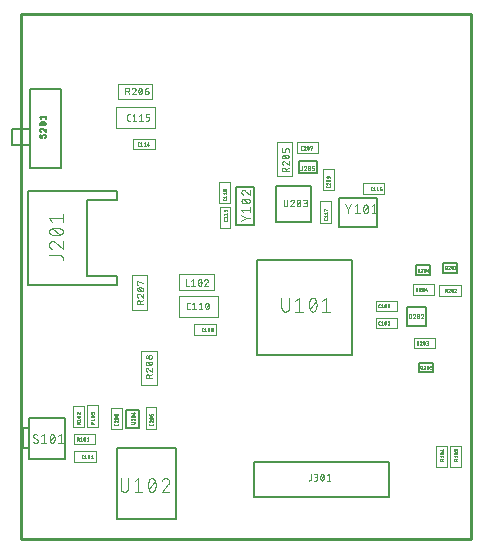
<source format=gbr>
G04 EAGLE Gerber RS-274X export*
G75*
%MOMM*%
%FSLAX34Y34*%
%LPD*%
%INReference Designators Top*%
%IPPOS*%
%AMOC8*
5,1,8,0,0,1.08239X$1,22.5*%
G01*
%ADD10C,0.050800*%
%ADD11C,0.050000*%
%ADD12C,0.025400*%
%ADD13C,0.127000*%
%ADD14C,0.203200*%
%ADD15C,0.101600*%
%ADD16C,0.076200*%
%ADD17C,0.152400*%
%ADD18C,0.254000*%


D10*
X112766Y366378D02*
X79766Y366378D01*
X79766Y348378D01*
X112766Y348378D01*
X112766Y366378D01*
X92030Y354406D02*
X90788Y354406D01*
X90718Y354408D01*
X90649Y354414D01*
X90580Y354424D01*
X90512Y354437D01*
X90444Y354455D01*
X90378Y354476D01*
X90313Y354501D01*
X90249Y354529D01*
X90187Y354561D01*
X90127Y354596D01*
X90069Y354635D01*
X90014Y354677D01*
X89960Y354722D01*
X89910Y354770D01*
X89862Y354820D01*
X89817Y354874D01*
X89775Y354929D01*
X89736Y354987D01*
X89701Y355047D01*
X89669Y355109D01*
X89641Y355173D01*
X89616Y355238D01*
X89595Y355304D01*
X89577Y355372D01*
X89564Y355440D01*
X89554Y355509D01*
X89548Y355578D01*
X89546Y355648D01*
X89547Y355648D02*
X89547Y358752D01*
X89546Y358752D02*
X89548Y358822D01*
X89554Y358891D01*
X89564Y358960D01*
X89577Y359028D01*
X89595Y359096D01*
X89616Y359162D01*
X89641Y359227D01*
X89669Y359291D01*
X89701Y359353D01*
X89736Y359413D01*
X89775Y359471D01*
X89817Y359526D01*
X89862Y359580D01*
X89910Y359630D01*
X89960Y359678D01*
X90014Y359723D01*
X90069Y359765D01*
X90127Y359804D01*
X90187Y359839D01*
X90249Y359871D01*
X90313Y359899D01*
X90378Y359924D01*
X90444Y359945D01*
X90512Y359963D01*
X90580Y359976D01*
X90649Y359986D01*
X90718Y359992D01*
X90788Y359994D01*
X92030Y359994D01*
X94135Y358752D02*
X95687Y359994D01*
X95687Y354406D01*
X94135Y354406D02*
X97239Y354406D01*
X99621Y358752D02*
X101173Y359994D01*
X101173Y354406D01*
X99621Y354406D02*
X102726Y354406D01*
X105108Y354406D02*
X106970Y354406D01*
X107040Y354408D01*
X107109Y354414D01*
X107178Y354424D01*
X107246Y354437D01*
X107314Y354455D01*
X107380Y354476D01*
X107445Y354501D01*
X107509Y354529D01*
X107571Y354561D01*
X107631Y354596D01*
X107689Y354635D01*
X107744Y354677D01*
X107798Y354722D01*
X107848Y354770D01*
X107896Y354820D01*
X107941Y354874D01*
X107983Y354929D01*
X108022Y354987D01*
X108057Y355047D01*
X108089Y355109D01*
X108117Y355173D01*
X108142Y355238D01*
X108163Y355304D01*
X108181Y355372D01*
X108194Y355440D01*
X108204Y355509D01*
X108210Y355578D01*
X108212Y355648D01*
X108212Y356269D01*
X108210Y356339D01*
X108204Y356408D01*
X108194Y356477D01*
X108181Y356545D01*
X108163Y356613D01*
X108142Y356679D01*
X108117Y356744D01*
X108089Y356808D01*
X108057Y356870D01*
X108022Y356930D01*
X107983Y356988D01*
X107941Y357043D01*
X107896Y357097D01*
X107848Y357147D01*
X107798Y357195D01*
X107744Y357240D01*
X107689Y357282D01*
X107631Y357321D01*
X107571Y357356D01*
X107509Y357388D01*
X107445Y357416D01*
X107380Y357441D01*
X107314Y357462D01*
X107246Y357480D01*
X107178Y357493D01*
X107109Y357503D01*
X107040Y357509D01*
X106970Y357511D01*
X106970Y357510D02*
X105108Y357510D01*
X105108Y359994D01*
X108212Y359994D01*
D11*
X164448Y182300D02*
X164448Y173300D01*
X146448Y173300D01*
X146448Y182300D01*
X164448Y182300D01*
D12*
X153898Y176292D02*
X153277Y176292D01*
X153228Y176294D01*
X153180Y176300D01*
X153132Y176309D01*
X153085Y176322D01*
X153039Y176339D01*
X152995Y176360D01*
X152953Y176384D01*
X152912Y176411D01*
X152874Y176441D01*
X152838Y176474D01*
X152805Y176510D01*
X152775Y176548D01*
X152748Y176589D01*
X152724Y176631D01*
X152703Y176675D01*
X152686Y176721D01*
X152673Y176768D01*
X152664Y176816D01*
X152658Y176864D01*
X152656Y176913D01*
X152656Y178465D01*
X152658Y178514D01*
X152664Y178562D01*
X152673Y178610D01*
X152686Y178657D01*
X152703Y178703D01*
X152724Y178747D01*
X152748Y178789D01*
X152775Y178830D01*
X152805Y178868D01*
X152838Y178904D01*
X152874Y178937D01*
X152912Y178967D01*
X152953Y178994D01*
X152995Y179018D01*
X153039Y179039D01*
X153085Y179056D01*
X153132Y179069D01*
X153180Y179078D01*
X153228Y179084D01*
X153277Y179086D01*
X153898Y179086D01*
X154950Y178465D02*
X155726Y179086D01*
X155726Y176292D01*
X154950Y176292D02*
X156503Y176292D01*
X157693Y177689D02*
X157695Y177784D01*
X157701Y177879D01*
X157711Y177973D01*
X157724Y178067D01*
X157742Y178160D01*
X157763Y178253D01*
X157788Y178345D01*
X157817Y178435D01*
X157850Y178524D01*
X157886Y178612D01*
X157926Y178698D01*
X157927Y178698D02*
X157943Y178740D01*
X157962Y178780D01*
X157985Y178818D01*
X158010Y178855D01*
X158038Y178890D01*
X158068Y178922D01*
X158101Y178952D01*
X158136Y178979D01*
X158174Y179004D01*
X158213Y179025D01*
X158253Y179043D01*
X158295Y179059D01*
X158338Y179071D01*
X158381Y179079D01*
X158426Y179084D01*
X158470Y179086D01*
X158514Y179084D01*
X158559Y179079D01*
X158602Y179071D01*
X158645Y179059D01*
X158687Y179043D01*
X158727Y179025D01*
X158766Y179004D01*
X158804Y178979D01*
X158839Y178952D01*
X158872Y178922D01*
X158902Y178890D01*
X158930Y178855D01*
X158955Y178818D01*
X158978Y178780D01*
X158997Y178740D01*
X159013Y178698D01*
X159012Y178698D02*
X159052Y178612D01*
X159088Y178524D01*
X159121Y178435D01*
X159150Y178344D01*
X159175Y178253D01*
X159196Y178160D01*
X159214Y178067D01*
X159227Y177973D01*
X159237Y177879D01*
X159243Y177784D01*
X159245Y177689D01*
X157693Y177689D02*
X157695Y177594D01*
X157701Y177499D01*
X157711Y177405D01*
X157724Y177311D01*
X157742Y177218D01*
X157763Y177125D01*
X157788Y177034D01*
X157817Y176943D01*
X157850Y176854D01*
X157886Y176766D01*
X157926Y176680D01*
X157927Y176680D02*
X157943Y176638D01*
X157962Y176598D01*
X157985Y176560D01*
X158010Y176523D01*
X158038Y176488D01*
X158068Y176456D01*
X158101Y176426D01*
X158136Y176399D01*
X158174Y176374D01*
X158213Y176353D01*
X158253Y176335D01*
X158295Y176319D01*
X158338Y176307D01*
X158381Y176299D01*
X158426Y176294D01*
X158470Y176292D01*
X159013Y176680D02*
X159053Y176766D01*
X159089Y176854D01*
X159122Y176943D01*
X159151Y177033D01*
X159176Y177125D01*
X159197Y177218D01*
X159215Y177311D01*
X159228Y177405D01*
X159238Y177499D01*
X159244Y177594D01*
X159246Y177689D01*
X159013Y176680D02*
X158997Y176638D01*
X158978Y176598D01*
X158955Y176560D01*
X158930Y176523D01*
X158902Y176488D01*
X158872Y176456D01*
X158839Y176426D01*
X158804Y176399D01*
X158766Y176374D01*
X158727Y176353D01*
X158687Y176335D01*
X158645Y176319D01*
X158602Y176307D01*
X158559Y176299D01*
X158514Y176294D01*
X158470Y176292D01*
X157849Y176913D02*
X159091Y178465D01*
X160437Y177068D02*
X160439Y177123D01*
X160445Y177178D01*
X160455Y177233D01*
X160468Y177287D01*
X160486Y177339D01*
X160507Y177390D01*
X160532Y177440D01*
X160560Y177488D01*
X160592Y177533D01*
X160627Y177576D01*
X160664Y177617D01*
X160705Y177654D01*
X160748Y177689D01*
X160793Y177721D01*
X160841Y177749D01*
X160891Y177774D01*
X160942Y177795D01*
X160994Y177813D01*
X161048Y177826D01*
X161103Y177836D01*
X161158Y177842D01*
X161213Y177844D01*
X161268Y177842D01*
X161323Y177836D01*
X161378Y177826D01*
X161432Y177813D01*
X161484Y177795D01*
X161535Y177774D01*
X161585Y177749D01*
X161633Y177721D01*
X161678Y177689D01*
X161721Y177654D01*
X161762Y177617D01*
X161799Y177576D01*
X161834Y177533D01*
X161866Y177488D01*
X161894Y177440D01*
X161919Y177390D01*
X161940Y177339D01*
X161958Y177287D01*
X161971Y177233D01*
X161981Y177178D01*
X161987Y177123D01*
X161989Y177068D01*
X161987Y177013D01*
X161981Y176958D01*
X161971Y176903D01*
X161958Y176849D01*
X161940Y176797D01*
X161919Y176746D01*
X161894Y176696D01*
X161866Y176648D01*
X161834Y176603D01*
X161799Y176560D01*
X161762Y176519D01*
X161721Y176482D01*
X161678Y176447D01*
X161633Y176415D01*
X161585Y176387D01*
X161535Y176362D01*
X161484Y176341D01*
X161432Y176323D01*
X161378Y176310D01*
X161323Y176300D01*
X161268Y176294D01*
X161213Y176292D01*
X161158Y176294D01*
X161103Y176300D01*
X161048Y176310D01*
X160994Y176323D01*
X160942Y176341D01*
X160891Y176362D01*
X160841Y176387D01*
X160793Y176415D01*
X160748Y176447D01*
X160705Y176482D01*
X160664Y176519D01*
X160627Y176560D01*
X160592Y176603D01*
X160560Y176648D01*
X160532Y176696D01*
X160507Y176746D01*
X160486Y176797D01*
X160468Y176849D01*
X160455Y176903D01*
X160445Y176958D01*
X160439Y177013D01*
X160437Y177068D01*
X160592Y178465D02*
X160594Y178514D01*
X160600Y178562D01*
X160609Y178610D01*
X160622Y178657D01*
X160639Y178703D01*
X160660Y178747D01*
X160684Y178789D01*
X160711Y178830D01*
X160741Y178868D01*
X160774Y178904D01*
X160810Y178937D01*
X160848Y178967D01*
X160889Y178994D01*
X160931Y179018D01*
X160975Y179039D01*
X161021Y179056D01*
X161068Y179069D01*
X161116Y179078D01*
X161164Y179084D01*
X161213Y179086D01*
X161262Y179084D01*
X161310Y179078D01*
X161358Y179069D01*
X161405Y179056D01*
X161451Y179039D01*
X161495Y179018D01*
X161537Y178994D01*
X161578Y178967D01*
X161616Y178937D01*
X161652Y178904D01*
X161685Y178868D01*
X161715Y178830D01*
X161742Y178789D01*
X161766Y178747D01*
X161787Y178703D01*
X161804Y178657D01*
X161817Y178610D01*
X161826Y178562D01*
X161832Y178514D01*
X161834Y178465D01*
X161832Y178416D01*
X161826Y178368D01*
X161817Y178320D01*
X161804Y178273D01*
X161787Y178227D01*
X161766Y178183D01*
X161742Y178141D01*
X161715Y178100D01*
X161685Y178062D01*
X161652Y178026D01*
X161616Y177993D01*
X161578Y177963D01*
X161537Y177936D01*
X161495Y177912D01*
X161451Y177891D01*
X161405Y177874D01*
X161358Y177861D01*
X161310Y177852D01*
X161262Y177846D01*
X161213Y177844D01*
X161164Y177846D01*
X161116Y177852D01*
X161068Y177861D01*
X161021Y177874D01*
X160975Y177891D01*
X160931Y177912D01*
X160889Y177936D01*
X160848Y177963D01*
X160810Y177993D01*
X160774Y178026D01*
X160741Y178062D01*
X160711Y178100D01*
X160684Y178141D01*
X160660Y178183D01*
X160639Y178227D01*
X160622Y178273D01*
X160609Y178320D01*
X160600Y178368D01*
X160594Y178416D01*
X160592Y178465D01*
D10*
X166868Y205850D02*
X133868Y205850D01*
X133868Y187850D01*
X166868Y187850D01*
X166868Y205850D01*
X142576Y194894D02*
X141334Y194894D01*
X141264Y194896D01*
X141195Y194902D01*
X141126Y194912D01*
X141058Y194925D01*
X140990Y194943D01*
X140924Y194964D01*
X140859Y194989D01*
X140795Y195017D01*
X140733Y195049D01*
X140673Y195084D01*
X140615Y195123D01*
X140560Y195165D01*
X140506Y195210D01*
X140456Y195258D01*
X140408Y195308D01*
X140363Y195362D01*
X140321Y195417D01*
X140282Y195475D01*
X140247Y195535D01*
X140215Y195597D01*
X140187Y195661D01*
X140162Y195726D01*
X140141Y195792D01*
X140123Y195860D01*
X140110Y195928D01*
X140100Y195997D01*
X140094Y196066D01*
X140092Y196136D01*
X140093Y196136D02*
X140093Y199240D01*
X140092Y199240D02*
X140094Y199310D01*
X140100Y199379D01*
X140110Y199448D01*
X140123Y199516D01*
X140141Y199584D01*
X140162Y199650D01*
X140187Y199715D01*
X140215Y199779D01*
X140247Y199841D01*
X140282Y199901D01*
X140321Y199959D01*
X140363Y200014D01*
X140408Y200068D01*
X140456Y200118D01*
X140506Y200166D01*
X140560Y200211D01*
X140615Y200253D01*
X140673Y200292D01*
X140733Y200327D01*
X140795Y200359D01*
X140859Y200387D01*
X140924Y200412D01*
X140990Y200433D01*
X141058Y200451D01*
X141126Y200464D01*
X141195Y200474D01*
X141264Y200480D01*
X141334Y200482D01*
X142576Y200482D01*
X144681Y199240D02*
X146233Y200482D01*
X146233Y194894D01*
X144681Y194894D02*
X147785Y194894D01*
X150167Y199240D02*
X151719Y200482D01*
X151719Y194894D01*
X150167Y194894D02*
X153272Y194894D01*
X155654Y197688D02*
X155656Y197819D01*
X155661Y197949D01*
X155671Y198079D01*
X155684Y198209D01*
X155700Y198339D01*
X155720Y198468D01*
X155744Y198596D01*
X155772Y198723D01*
X155803Y198850D01*
X155838Y198976D01*
X155876Y199101D01*
X155918Y199225D01*
X155963Y199347D01*
X156012Y199468D01*
X156064Y199588D01*
X156120Y199706D01*
X156119Y199706D02*
X156142Y199766D01*
X156168Y199826D01*
X156197Y199883D01*
X156230Y199939D01*
X156266Y199993D01*
X156304Y200045D01*
X156346Y200095D01*
X156390Y200142D01*
X156437Y200187D01*
X156487Y200229D01*
X156538Y200268D01*
X156592Y200304D01*
X156648Y200337D01*
X156705Y200367D01*
X156764Y200394D01*
X156825Y200417D01*
X156886Y200437D01*
X156949Y200453D01*
X157013Y200466D01*
X157077Y200475D01*
X157141Y200480D01*
X157206Y200482D01*
X157271Y200480D01*
X157335Y200475D01*
X157399Y200466D01*
X157463Y200453D01*
X157526Y200437D01*
X157587Y200417D01*
X157648Y200394D01*
X157707Y200367D01*
X157764Y200337D01*
X157820Y200304D01*
X157874Y200268D01*
X157925Y200229D01*
X157975Y200187D01*
X158022Y200142D01*
X158066Y200095D01*
X158108Y200045D01*
X158146Y199993D01*
X158182Y199939D01*
X158215Y199883D01*
X158244Y199826D01*
X158270Y199766D01*
X158293Y199706D01*
X158292Y199706D02*
X158348Y199588D01*
X158400Y199468D01*
X158449Y199347D01*
X158494Y199225D01*
X158536Y199101D01*
X158574Y198976D01*
X158609Y198850D01*
X158640Y198724D01*
X158668Y198596D01*
X158692Y198468D01*
X158712Y198339D01*
X158728Y198209D01*
X158741Y198079D01*
X158751Y197949D01*
X158756Y197819D01*
X158758Y197688D01*
X155654Y197688D02*
X155656Y197557D01*
X155661Y197427D01*
X155671Y197297D01*
X155684Y197167D01*
X155700Y197037D01*
X155720Y196908D01*
X155744Y196780D01*
X155772Y196653D01*
X155803Y196526D01*
X155838Y196400D01*
X155876Y196275D01*
X155918Y196151D01*
X155963Y196029D01*
X156012Y195908D01*
X156064Y195788D01*
X156120Y195670D01*
X156119Y195670D02*
X156142Y195610D01*
X156168Y195550D01*
X156197Y195493D01*
X156230Y195437D01*
X156266Y195383D01*
X156304Y195331D01*
X156346Y195281D01*
X156390Y195234D01*
X156437Y195189D01*
X156487Y195147D01*
X156538Y195108D01*
X156592Y195072D01*
X156648Y195039D01*
X156705Y195009D01*
X156764Y194982D01*
X156825Y194959D01*
X156886Y194939D01*
X156949Y194923D01*
X157013Y194910D01*
X157077Y194901D01*
X157141Y194896D01*
X157206Y194894D01*
X158292Y195670D02*
X158348Y195788D01*
X158400Y195908D01*
X158449Y196029D01*
X158494Y196151D01*
X158536Y196275D01*
X158574Y196400D01*
X158609Y196526D01*
X158640Y196652D01*
X158668Y196780D01*
X158692Y196908D01*
X158712Y197037D01*
X158728Y197167D01*
X158741Y197297D01*
X158751Y197427D01*
X158756Y197557D01*
X158758Y197688D01*
X158293Y195670D02*
X158270Y195610D01*
X158244Y195550D01*
X158215Y195493D01*
X158182Y195437D01*
X158146Y195383D01*
X158108Y195331D01*
X158066Y195281D01*
X158022Y195234D01*
X157975Y195189D01*
X157925Y195147D01*
X157874Y195108D01*
X157820Y195072D01*
X157764Y195039D01*
X157707Y195009D01*
X157648Y194982D01*
X157587Y194959D01*
X157526Y194939D01*
X157463Y194923D01*
X157399Y194910D01*
X157335Y194901D01*
X157271Y194896D01*
X157206Y194894D01*
X155964Y196136D02*
X158448Y199240D01*
D11*
X112886Y330272D02*
X112886Y339272D01*
X112886Y330272D02*
X94886Y330272D01*
X94886Y339272D01*
X112886Y339272D01*
D12*
X99796Y333264D02*
X99175Y333264D01*
X99126Y333266D01*
X99078Y333272D01*
X99030Y333281D01*
X98983Y333294D01*
X98937Y333311D01*
X98893Y333332D01*
X98851Y333356D01*
X98810Y333383D01*
X98772Y333413D01*
X98736Y333446D01*
X98703Y333482D01*
X98673Y333520D01*
X98646Y333561D01*
X98622Y333603D01*
X98601Y333647D01*
X98584Y333693D01*
X98571Y333740D01*
X98562Y333788D01*
X98556Y333836D01*
X98554Y333885D01*
X98554Y335437D01*
X98556Y335486D01*
X98562Y335534D01*
X98571Y335582D01*
X98584Y335629D01*
X98601Y335675D01*
X98622Y335719D01*
X98646Y335761D01*
X98673Y335802D01*
X98703Y335840D01*
X98736Y335876D01*
X98772Y335909D01*
X98810Y335939D01*
X98851Y335966D01*
X98893Y335990D01*
X98937Y336011D01*
X98983Y336028D01*
X99030Y336041D01*
X99078Y336050D01*
X99126Y336056D01*
X99175Y336058D01*
X99796Y336058D01*
X100848Y335437D02*
X101624Y336058D01*
X101624Y333264D01*
X100848Y333264D02*
X102401Y333264D01*
X103592Y335437D02*
X104368Y336058D01*
X104368Y333264D01*
X103592Y333264D02*
X105144Y333264D01*
X106335Y333885D02*
X106956Y336058D01*
X106335Y333885D02*
X107887Y333885D01*
X107421Y334506D02*
X107421Y333264D01*
D11*
X62848Y74604D02*
X62848Y65604D01*
X44848Y65604D01*
X44848Y74604D01*
X62848Y74604D01*
D12*
X52298Y68596D02*
X51677Y68596D01*
X51628Y68598D01*
X51580Y68604D01*
X51532Y68613D01*
X51485Y68626D01*
X51439Y68643D01*
X51395Y68664D01*
X51353Y68688D01*
X51312Y68715D01*
X51274Y68745D01*
X51238Y68778D01*
X51205Y68814D01*
X51175Y68852D01*
X51148Y68893D01*
X51124Y68935D01*
X51103Y68979D01*
X51086Y69025D01*
X51073Y69072D01*
X51064Y69120D01*
X51058Y69168D01*
X51056Y69217D01*
X51056Y70769D01*
X51058Y70818D01*
X51064Y70866D01*
X51073Y70914D01*
X51086Y70961D01*
X51103Y71007D01*
X51124Y71051D01*
X51148Y71093D01*
X51175Y71134D01*
X51205Y71172D01*
X51238Y71208D01*
X51274Y71241D01*
X51312Y71271D01*
X51353Y71298D01*
X51395Y71322D01*
X51439Y71343D01*
X51485Y71360D01*
X51532Y71373D01*
X51580Y71382D01*
X51628Y71388D01*
X51677Y71390D01*
X52298Y71390D01*
X53350Y70769D02*
X54126Y71390D01*
X54126Y68596D01*
X53350Y68596D02*
X54903Y68596D01*
X56093Y69993D02*
X56095Y70088D01*
X56101Y70183D01*
X56111Y70277D01*
X56124Y70371D01*
X56142Y70464D01*
X56163Y70557D01*
X56188Y70649D01*
X56217Y70739D01*
X56250Y70828D01*
X56286Y70916D01*
X56326Y71002D01*
X56327Y71002D02*
X56343Y71044D01*
X56362Y71084D01*
X56385Y71122D01*
X56410Y71159D01*
X56438Y71194D01*
X56468Y71226D01*
X56501Y71256D01*
X56536Y71283D01*
X56574Y71308D01*
X56613Y71329D01*
X56653Y71347D01*
X56695Y71363D01*
X56738Y71375D01*
X56781Y71383D01*
X56826Y71388D01*
X56870Y71390D01*
X56914Y71388D01*
X56959Y71383D01*
X57002Y71375D01*
X57045Y71363D01*
X57087Y71347D01*
X57127Y71329D01*
X57166Y71308D01*
X57204Y71283D01*
X57239Y71256D01*
X57272Y71226D01*
X57302Y71194D01*
X57330Y71159D01*
X57355Y71122D01*
X57378Y71084D01*
X57397Y71044D01*
X57413Y71002D01*
X57412Y71002D02*
X57452Y70916D01*
X57488Y70828D01*
X57521Y70739D01*
X57550Y70648D01*
X57575Y70557D01*
X57596Y70464D01*
X57614Y70371D01*
X57627Y70277D01*
X57637Y70183D01*
X57643Y70088D01*
X57645Y69993D01*
X56093Y69993D02*
X56095Y69898D01*
X56101Y69803D01*
X56111Y69709D01*
X56124Y69615D01*
X56142Y69522D01*
X56163Y69429D01*
X56188Y69338D01*
X56217Y69247D01*
X56250Y69158D01*
X56286Y69070D01*
X56326Y68984D01*
X56327Y68984D02*
X56343Y68942D01*
X56362Y68902D01*
X56385Y68864D01*
X56410Y68827D01*
X56438Y68792D01*
X56468Y68760D01*
X56501Y68730D01*
X56536Y68703D01*
X56574Y68678D01*
X56613Y68657D01*
X56653Y68639D01*
X56695Y68623D01*
X56738Y68611D01*
X56781Y68603D01*
X56826Y68598D01*
X56870Y68596D01*
X57413Y68984D02*
X57453Y69070D01*
X57489Y69158D01*
X57522Y69247D01*
X57551Y69337D01*
X57576Y69429D01*
X57597Y69522D01*
X57615Y69615D01*
X57628Y69709D01*
X57638Y69803D01*
X57644Y69898D01*
X57646Y69993D01*
X57413Y68984D02*
X57397Y68942D01*
X57378Y68902D01*
X57355Y68864D01*
X57330Y68827D01*
X57302Y68792D01*
X57272Y68760D01*
X57239Y68730D01*
X57204Y68703D01*
X57166Y68678D01*
X57127Y68657D01*
X57087Y68639D01*
X57045Y68623D01*
X57002Y68611D01*
X56959Y68603D01*
X56914Y68598D01*
X56870Y68596D01*
X56249Y69217D02*
X57491Y70769D01*
X58837Y70769D02*
X59613Y71390D01*
X59613Y68596D01*
X58837Y68596D02*
X60389Y68596D01*
D11*
X307450Y292426D02*
X307450Y301426D01*
X307450Y292426D02*
X289450Y292426D01*
X289450Y301426D01*
X307450Y301426D01*
D12*
X296900Y295418D02*
X296279Y295418D01*
X296230Y295420D01*
X296182Y295426D01*
X296134Y295435D01*
X296087Y295448D01*
X296041Y295465D01*
X295997Y295486D01*
X295955Y295510D01*
X295914Y295537D01*
X295876Y295567D01*
X295840Y295600D01*
X295807Y295636D01*
X295777Y295674D01*
X295750Y295715D01*
X295726Y295757D01*
X295705Y295801D01*
X295688Y295847D01*
X295675Y295894D01*
X295666Y295942D01*
X295660Y295990D01*
X295658Y296039D01*
X295658Y297591D01*
X295660Y297640D01*
X295666Y297688D01*
X295675Y297736D01*
X295688Y297783D01*
X295705Y297829D01*
X295726Y297873D01*
X295750Y297915D01*
X295777Y297956D01*
X295807Y297994D01*
X295840Y298030D01*
X295876Y298063D01*
X295914Y298093D01*
X295955Y298120D01*
X295997Y298144D01*
X296041Y298165D01*
X296087Y298182D01*
X296134Y298195D01*
X296182Y298204D01*
X296230Y298210D01*
X296279Y298212D01*
X296900Y298212D01*
X297952Y297591D02*
X298728Y298212D01*
X298728Y295418D01*
X297952Y295418D02*
X299505Y295418D01*
X300696Y297591D02*
X301472Y298212D01*
X301472Y295418D01*
X300696Y295418D02*
X302248Y295418D01*
X303439Y296970D02*
X304370Y296970D01*
X304419Y296968D01*
X304467Y296962D01*
X304515Y296953D01*
X304562Y296940D01*
X304608Y296923D01*
X304652Y296902D01*
X304694Y296878D01*
X304735Y296851D01*
X304773Y296821D01*
X304809Y296788D01*
X304842Y296752D01*
X304872Y296714D01*
X304899Y296673D01*
X304923Y296631D01*
X304944Y296587D01*
X304961Y296541D01*
X304974Y296494D01*
X304983Y296446D01*
X304989Y296398D01*
X304991Y296349D01*
X304991Y296194D01*
X304989Y296139D01*
X304983Y296084D01*
X304973Y296029D01*
X304960Y295975D01*
X304942Y295923D01*
X304921Y295872D01*
X304896Y295822D01*
X304868Y295774D01*
X304836Y295729D01*
X304801Y295686D01*
X304764Y295645D01*
X304723Y295608D01*
X304680Y295573D01*
X304635Y295541D01*
X304587Y295513D01*
X304537Y295488D01*
X304486Y295467D01*
X304434Y295449D01*
X304380Y295436D01*
X304325Y295426D01*
X304270Y295420D01*
X304215Y295418D01*
X304160Y295420D01*
X304105Y295426D01*
X304050Y295436D01*
X303996Y295449D01*
X303944Y295467D01*
X303893Y295488D01*
X303843Y295513D01*
X303795Y295541D01*
X303750Y295573D01*
X303707Y295608D01*
X303666Y295645D01*
X303629Y295686D01*
X303594Y295729D01*
X303562Y295774D01*
X303534Y295822D01*
X303509Y295872D01*
X303488Y295923D01*
X303470Y295975D01*
X303457Y296029D01*
X303447Y296084D01*
X303441Y296139D01*
X303439Y296194D01*
X303439Y296970D01*
X303441Y297040D01*
X303447Y297109D01*
X303457Y297178D01*
X303470Y297246D01*
X303488Y297314D01*
X303509Y297380D01*
X303534Y297445D01*
X303562Y297509D01*
X303594Y297571D01*
X303629Y297631D01*
X303668Y297689D01*
X303710Y297744D01*
X303755Y297798D01*
X303803Y297848D01*
X303853Y297896D01*
X303907Y297941D01*
X303962Y297983D01*
X304020Y298022D01*
X304080Y298057D01*
X304142Y298089D01*
X304206Y298117D01*
X304271Y298142D01*
X304337Y298163D01*
X304405Y298181D01*
X304473Y298194D01*
X304542Y298204D01*
X304611Y298210D01*
X304681Y298212D01*
D11*
X262056Y268114D02*
X253056Y268114D01*
X253056Y286114D01*
X262056Y286114D01*
X262056Y268114D01*
D12*
X258842Y271194D02*
X258842Y271815D01*
X258842Y271194D02*
X258840Y271145D01*
X258834Y271097D01*
X258825Y271049D01*
X258812Y271002D01*
X258795Y270956D01*
X258774Y270912D01*
X258750Y270870D01*
X258723Y270829D01*
X258693Y270791D01*
X258660Y270755D01*
X258624Y270722D01*
X258586Y270692D01*
X258545Y270665D01*
X258503Y270641D01*
X258459Y270620D01*
X258413Y270603D01*
X258366Y270590D01*
X258318Y270581D01*
X258270Y270575D01*
X258221Y270573D01*
X256669Y270573D01*
X256620Y270575D01*
X256572Y270581D01*
X256524Y270590D01*
X256477Y270603D01*
X256431Y270620D01*
X256387Y270641D01*
X256345Y270664D01*
X256304Y270692D01*
X256266Y270722D01*
X256230Y270755D01*
X256197Y270791D01*
X256167Y270829D01*
X256140Y270869D01*
X256116Y270912D01*
X256095Y270956D01*
X256078Y271002D01*
X256065Y271049D01*
X256056Y271097D01*
X256050Y271145D01*
X256048Y271194D01*
X256048Y271815D01*
X256669Y272867D02*
X256048Y273643D01*
X258842Y273643D01*
X258842Y272867D02*
X258842Y274419D01*
X256669Y275610D02*
X256048Y276386D01*
X258842Y276386D01*
X258842Y275610D02*
X258842Y277163D01*
X256358Y278354D02*
X256048Y278354D01*
X256048Y279906D01*
X258842Y279130D01*
D11*
X176712Y284624D02*
X167712Y284624D01*
X167712Y302624D01*
X176712Y302624D01*
X176712Y284624D01*
D12*
X173498Y287704D02*
X173498Y288325D01*
X173498Y287704D02*
X173496Y287655D01*
X173490Y287607D01*
X173481Y287559D01*
X173468Y287512D01*
X173451Y287466D01*
X173430Y287422D01*
X173406Y287380D01*
X173379Y287339D01*
X173349Y287301D01*
X173316Y287265D01*
X173280Y287232D01*
X173242Y287202D01*
X173201Y287175D01*
X173159Y287151D01*
X173115Y287130D01*
X173069Y287113D01*
X173022Y287100D01*
X172974Y287091D01*
X172926Y287085D01*
X172877Y287083D01*
X171325Y287083D01*
X171276Y287085D01*
X171228Y287091D01*
X171180Y287100D01*
X171133Y287113D01*
X171087Y287130D01*
X171043Y287151D01*
X171001Y287174D01*
X170960Y287202D01*
X170922Y287232D01*
X170886Y287265D01*
X170853Y287301D01*
X170823Y287339D01*
X170796Y287379D01*
X170772Y287422D01*
X170751Y287466D01*
X170734Y287512D01*
X170721Y287559D01*
X170712Y287607D01*
X170706Y287655D01*
X170704Y287704D01*
X170704Y288325D01*
X171325Y289377D02*
X170704Y290153D01*
X173498Y290153D01*
X173498Y289377D02*
X173498Y290929D01*
X171325Y292120D02*
X170704Y292896D01*
X173498Y292896D01*
X173498Y292120D02*
X173498Y293673D01*
X172722Y294864D02*
X172667Y294866D01*
X172612Y294872D01*
X172557Y294882D01*
X172503Y294895D01*
X172451Y294913D01*
X172400Y294934D01*
X172350Y294959D01*
X172302Y294987D01*
X172257Y295019D01*
X172214Y295054D01*
X172173Y295091D01*
X172136Y295132D01*
X172101Y295175D01*
X172069Y295220D01*
X172041Y295268D01*
X172016Y295318D01*
X171995Y295369D01*
X171977Y295421D01*
X171964Y295475D01*
X171954Y295530D01*
X171948Y295585D01*
X171946Y295640D01*
X171948Y295695D01*
X171954Y295750D01*
X171964Y295805D01*
X171977Y295859D01*
X171995Y295911D01*
X172016Y295962D01*
X172041Y296012D01*
X172069Y296060D01*
X172101Y296105D01*
X172136Y296148D01*
X172173Y296189D01*
X172214Y296226D01*
X172257Y296261D01*
X172302Y296293D01*
X172350Y296321D01*
X172400Y296346D01*
X172451Y296367D01*
X172503Y296385D01*
X172557Y296398D01*
X172612Y296408D01*
X172667Y296414D01*
X172722Y296416D01*
X172777Y296414D01*
X172832Y296408D01*
X172887Y296398D01*
X172941Y296385D01*
X172993Y296367D01*
X173044Y296346D01*
X173094Y296321D01*
X173142Y296293D01*
X173187Y296261D01*
X173230Y296226D01*
X173271Y296189D01*
X173308Y296148D01*
X173343Y296105D01*
X173375Y296060D01*
X173403Y296012D01*
X173428Y295962D01*
X173449Y295911D01*
X173467Y295859D01*
X173480Y295805D01*
X173490Y295750D01*
X173496Y295695D01*
X173498Y295640D01*
X173496Y295585D01*
X173490Y295530D01*
X173480Y295475D01*
X173467Y295421D01*
X173449Y295369D01*
X173428Y295318D01*
X173403Y295268D01*
X173375Y295220D01*
X173343Y295175D01*
X173308Y295132D01*
X173271Y295091D01*
X173230Y295054D01*
X173187Y295019D01*
X173142Y294987D01*
X173094Y294959D01*
X173044Y294934D01*
X172993Y294913D01*
X172941Y294895D01*
X172887Y294882D01*
X172832Y294872D01*
X172777Y294866D01*
X172722Y294864D01*
X171325Y295019D02*
X171276Y295021D01*
X171228Y295027D01*
X171180Y295036D01*
X171133Y295049D01*
X171087Y295066D01*
X171043Y295087D01*
X171001Y295111D01*
X170960Y295138D01*
X170922Y295168D01*
X170886Y295201D01*
X170853Y295237D01*
X170823Y295275D01*
X170796Y295316D01*
X170772Y295358D01*
X170751Y295402D01*
X170734Y295448D01*
X170721Y295495D01*
X170712Y295543D01*
X170706Y295591D01*
X170704Y295640D01*
X170706Y295689D01*
X170712Y295737D01*
X170721Y295785D01*
X170734Y295832D01*
X170751Y295878D01*
X170772Y295922D01*
X170796Y295964D01*
X170823Y296005D01*
X170853Y296043D01*
X170886Y296079D01*
X170922Y296112D01*
X170960Y296142D01*
X171001Y296169D01*
X171043Y296193D01*
X171087Y296214D01*
X171133Y296231D01*
X171180Y296244D01*
X171228Y296253D01*
X171276Y296259D01*
X171325Y296261D01*
X171374Y296259D01*
X171422Y296253D01*
X171470Y296244D01*
X171517Y296231D01*
X171563Y296214D01*
X171607Y296193D01*
X171649Y296169D01*
X171690Y296142D01*
X171728Y296112D01*
X171764Y296079D01*
X171797Y296043D01*
X171827Y296005D01*
X171854Y295964D01*
X171878Y295922D01*
X171899Y295878D01*
X171916Y295832D01*
X171929Y295785D01*
X171938Y295737D01*
X171944Y295689D01*
X171946Y295640D01*
X171944Y295591D01*
X171938Y295543D01*
X171929Y295495D01*
X171916Y295448D01*
X171899Y295402D01*
X171878Y295358D01*
X171854Y295316D01*
X171827Y295275D01*
X171797Y295237D01*
X171764Y295201D01*
X171728Y295168D01*
X171690Y295138D01*
X171649Y295111D01*
X171607Y295087D01*
X171563Y295066D01*
X171517Y295049D01*
X171470Y295036D01*
X171422Y295027D01*
X171374Y295021D01*
X171325Y295019D01*
D11*
X167966Y281542D02*
X176966Y281542D01*
X176966Y263542D01*
X167966Y263542D01*
X167966Y281542D01*
D12*
X173974Y270992D02*
X173974Y270371D01*
X173972Y270322D01*
X173966Y270274D01*
X173957Y270226D01*
X173944Y270179D01*
X173927Y270133D01*
X173906Y270089D01*
X173882Y270047D01*
X173855Y270006D01*
X173825Y269968D01*
X173792Y269932D01*
X173756Y269899D01*
X173718Y269869D01*
X173677Y269842D01*
X173635Y269818D01*
X173591Y269797D01*
X173545Y269780D01*
X173498Y269767D01*
X173450Y269758D01*
X173402Y269752D01*
X173353Y269750D01*
X171801Y269750D01*
X171752Y269752D01*
X171704Y269758D01*
X171656Y269767D01*
X171609Y269780D01*
X171563Y269797D01*
X171519Y269818D01*
X171477Y269841D01*
X171436Y269869D01*
X171398Y269899D01*
X171362Y269932D01*
X171329Y269968D01*
X171299Y270006D01*
X171272Y270046D01*
X171248Y270089D01*
X171227Y270133D01*
X171210Y270179D01*
X171197Y270226D01*
X171188Y270274D01*
X171182Y270322D01*
X171180Y270371D01*
X171180Y270992D01*
X171801Y272044D02*
X171180Y272820D01*
X173974Y272820D01*
X173974Y272044D02*
X173974Y273597D01*
X171801Y274788D02*
X171180Y275564D01*
X173974Y275564D01*
X173974Y274788D02*
X173974Y276340D01*
X172732Y278152D02*
X172732Y279083D01*
X172732Y278152D02*
X172730Y278103D01*
X172724Y278055D01*
X172715Y278007D01*
X172702Y277960D01*
X172685Y277914D01*
X172664Y277870D01*
X172640Y277828D01*
X172613Y277787D01*
X172583Y277749D01*
X172550Y277713D01*
X172514Y277680D01*
X172476Y277650D01*
X172435Y277623D01*
X172393Y277599D01*
X172349Y277578D01*
X172303Y277561D01*
X172256Y277548D01*
X172208Y277539D01*
X172160Y277533D01*
X172111Y277531D01*
X171956Y277531D01*
X171901Y277533D01*
X171846Y277539D01*
X171791Y277549D01*
X171737Y277562D01*
X171685Y277580D01*
X171634Y277601D01*
X171584Y277626D01*
X171536Y277654D01*
X171491Y277686D01*
X171448Y277721D01*
X171407Y277758D01*
X171370Y277799D01*
X171335Y277842D01*
X171303Y277887D01*
X171275Y277935D01*
X171250Y277985D01*
X171229Y278036D01*
X171211Y278088D01*
X171198Y278142D01*
X171188Y278197D01*
X171182Y278252D01*
X171180Y278307D01*
X171182Y278362D01*
X171188Y278417D01*
X171198Y278472D01*
X171211Y278526D01*
X171229Y278578D01*
X171250Y278629D01*
X171275Y278679D01*
X171303Y278727D01*
X171335Y278772D01*
X171370Y278815D01*
X171407Y278856D01*
X171448Y278893D01*
X171491Y278928D01*
X171536Y278960D01*
X171584Y278988D01*
X171634Y279013D01*
X171685Y279034D01*
X171737Y279052D01*
X171791Y279065D01*
X171846Y279075D01*
X171901Y279081D01*
X171956Y279083D01*
X172732Y279083D01*
X172802Y279081D01*
X172871Y279075D01*
X172940Y279065D01*
X173008Y279052D01*
X173076Y279034D01*
X173142Y279013D01*
X173207Y278988D01*
X173271Y278960D01*
X173333Y278928D01*
X173393Y278893D01*
X173451Y278854D01*
X173506Y278812D01*
X173560Y278767D01*
X173610Y278719D01*
X173658Y278669D01*
X173703Y278615D01*
X173745Y278560D01*
X173784Y278502D01*
X173819Y278442D01*
X173851Y278380D01*
X173879Y278316D01*
X173904Y278251D01*
X173925Y278185D01*
X173943Y278117D01*
X173956Y278049D01*
X173966Y277980D01*
X173972Y277911D01*
X173974Y277841D01*
D11*
X85018Y111108D02*
X76018Y111108D01*
X85018Y111108D02*
X85018Y93108D01*
X76018Y93108D01*
X76018Y111108D01*
D12*
X81518Y98018D02*
X81518Y97397D01*
X81516Y97348D01*
X81510Y97300D01*
X81501Y97252D01*
X81488Y97205D01*
X81471Y97159D01*
X81450Y97115D01*
X81426Y97073D01*
X81399Y97032D01*
X81369Y96994D01*
X81336Y96958D01*
X81300Y96925D01*
X81262Y96895D01*
X81221Y96868D01*
X81179Y96844D01*
X81135Y96823D01*
X81089Y96806D01*
X81042Y96793D01*
X80994Y96784D01*
X80946Y96778D01*
X80897Y96776D01*
X79345Y96776D01*
X79296Y96778D01*
X79248Y96784D01*
X79200Y96793D01*
X79153Y96806D01*
X79107Y96823D01*
X79063Y96844D01*
X79021Y96867D01*
X78980Y96895D01*
X78942Y96925D01*
X78906Y96958D01*
X78873Y96994D01*
X78843Y97032D01*
X78816Y97072D01*
X78792Y97115D01*
X78771Y97159D01*
X78754Y97205D01*
X78741Y97252D01*
X78732Y97300D01*
X78726Y97348D01*
X78724Y97397D01*
X78724Y98018D01*
X78724Y99924D02*
X78726Y99974D01*
X78731Y100023D01*
X78740Y100073D01*
X78752Y100121D01*
X78768Y100168D01*
X78787Y100214D01*
X78810Y100259D01*
X78835Y100302D01*
X78863Y100343D01*
X78895Y100382D01*
X78929Y100418D01*
X78965Y100452D01*
X79004Y100484D01*
X79045Y100512D01*
X79088Y100537D01*
X79133Y100560D01*
X79179Y100579D01*
X79226Y100595D01*
X79274Y100607D01*
X79324Y100616D01*
X79373Y100621D01*
X79423Y100623D01*
X78724Y99924D02*
X78726Y99868D01*
X78731Y99811D01*
X78740Y99756D01*
X78752Y99701D01*
X78768Y99647D01*
X78787Y99594D01*
X78810Y99542D01*
X78835Y99492D01*
X78864Y99443D01*
X78896Y99396D01*
X78930Y99352D01*
X78967Y99310D01*
X79007Y99270D01*
X79050Y99232D01*
X79094Y99198D01*
X79141Y99166D01*
X79190Y99138D01*
X79240Y99112D01*
X79292Y99090D01*
X79345Y99071D01*
X79966Y100389D02*
X79930Y100425D01*
X79892Y100458D01*
X79851Y100488D01*
X79809Y100515D01*
X79764Y100540D01*
X79718Y100561D01*
X79671Y100580D01*
X79623Y100595D01*
X79574Y100607D01*
X79524Y100615D01*
X79474Y100620D01*
X79423Y100622D01*
X79966Y100390D02*
X81518Y99070D01*
X81518Y100623D01*
X80121Y101813D02*
X80026Y101815D01*
X79931Y101821D01*
X79837Y101831D01*
X79743Y101844D01*
X79650Y101862D01*
X79557Y101883D01*
X79465Y101908D01*
X79375Y101937D01*
X79286Y101970D01*
X79198Y102006D01*
X79112Y102046D01*
X79112Y102047D02*
X79070Y102063D01*
X79030Y102082D01*
X78992Y102105D01*
X78955Y102130D01*
X78920Y102158D01*
X78888Y102188D01*
X78858Y102221D01*
X78831Y102256D01*
X78806Y102294D01*
X78785Y102333D01*
X78767Y102373D01*
X78751Y102415D01*
X78739Y102458D01*
X78731Y102501D01*
X78726Y102546D01*
X78724Y102590D01*
X78726Y102634D01*
X78731Y102679D01*
X78739Y102722D01*
X78751Y102765D01*
X78767Y102807D01*
X78785Y102847D01*
X78806Y102886D01*
X78831Y102924D01*
X78858Y102959D01*
X78888Y102992D01*
X78920Y103022D01*
X78955Y103050D01*
X78992Y103075D01*
X79030Y103098D01*
X79070Y103117D01*
X79112Y103133D01*
X79112Y103132D02*
X79198Y103172D01*
X79286Y103208D01*
X79375Y103241D01*
X79466Y103270D01*
X79557Y103295D01*
X79650Y103316D01*
X79743Y103334D01*
X79837Y103347D01*
X79931Y103357D01*
X80026Y103363D01*
X80121Y103365D01*
X80121Y101813D02*
X80216Y101815D01*
X80311Y101821D01*
X80405Y101831D01*
X80499Y101844D01*
X80592Y101862D01*
X80685Y101883D01*
X80777Y101908D01*
X80867Y101937D01*
X80956Y101970D01*
X81044Y102006D01*
X81130Y102046D01*
X81130Y102047D02*
X81172Y102063D01*
X81212Y102082D01*
X81250Y102105D01*
X81287Y102130D01*
X81322Y102158D01*
X81354Y102188D01*
X81384Y102221D01*
X81411Y102256D01*
X81436Y102294D01*
X81457Y102333D01*
X81475Y102373D01*
X81491Y102415D01*
X81503Y102458D01*
X81511Y102501D01*
X81516Y102546D01*
X81518Y102590D01*
X81130Y103132D02*
X81044Y103172D01*
X80956Y103208D01*
X80867Y103241D01*
X80776Y103270D01*
X80685Y103295D01*
X80592Y103316D01*
X80499Y103334D01*
X80405Y103347D01*
X80311Y103357D01*
X80216Y103363D01*
X80121Y103365D01*
X81130Y103133D02*
X81172Y103117D01*
X81212Y103098D01*
X81250Y103075D01*
X81287Y103050D01*
X81322Y103022D01*
X81354Y102992D01*
X81384Y102959D01*
X81411Y102924D01*
X81436Y102886D01*
X81457Y102847D01*
X81475Y102807D01*
X81491Y102765D01*
X81503Y102722D01*
X81511Y102679D01*
X81516Y102634D01*
X81518Y102590D01*
X80897Y101969D02*
X79345Y103211D01*
X80742Y104557D02*
X80687Y104559D01*
X80632Y104565D01*
X80577Y104575D01*
X80523Y104588D01*
X80471Y104606D01*
X80420Y104627D01*
X80370Y104652D01*
X80322Y104680D01*
X80277Y104712D01*
X80234Y104747D01*
X80193Y104784D01*
X80156Y104825D01*
X80121Y104868D01*
X80089Y104913D01*
X80061Y104961D01*
X80036Y105011D01*
X80015Y105062D01*
X79997Y105114D01*
X79984Y105168D01*
X79974Y105223D01*
X79968Y105278D01*
X79966Y105333D01*
X79968Y105388D01*
X79974Y105443D01*
X79984Y105498D01*
X79997Y105552D01*
X80015Y105604D01*
X80036Y105655D01*
X80061Y105705D01*
X80089Y105753D01*
X80121Y105798D01*
X80156Y105841D01*
X80193Y105882D01*
X80234Y105919D01*
X80277Y105954D01*
X80322Y105986D01*
X80370Y106014D01*
X80420Y106039D01*
X80471Y106060D01*
X80523Y106078D01*
X80577Y106091D01*
X80632Y106101D01*
X80687Y106107D01*
X80742Y106109D01*
X80797Y106107D01*
X80852Y106101D01*
X80907Y106091D01*
X80961Y106078D01*
X81013Y106060D01*
X81064Y106039D01*
X81114Y106014D01*
X81162Y105986D01*
X81207Y105954D01*
X81250Y105919D01*
X81291Y105882D01*
X81328Y105841D01*
X81363Y105798D01*
X81395Y105753D01*
X81423Y105705D01*
X81448Y105655D01*
X81469Y105604D01*
X81487Y105552D01*
X81500Y105498D01*
X81510Y105443D01*
X81516Y105388D01*
X81518Y105333D01*
X81516Y105278D01*
X81510Y105223D01*
X81500Y105168D01*
X81487Y105114D01*
X81469Y105062D01*
X81448Y105011D01*
X81423Y104961D01*
X81395Y104913D01*
X81363Y104868D01*
X81328Y104825D01*
X81291Y104784D01*
X81250Y104747D01*
X81207Y104712D01*
X81162Y104680D01*
X81114Y104652D01*
X81064Y104627D01*
X81013Y104606D01*
X80961Y104588D01*
X80907Y104575D01*
X80852Y104565D01*
X80797Y104559D01*
X80742Y104557D01*
X79345Y104712D02*
X79296Y104714D01*
X79248Y104720D01*
X79200Y104729D01*
X79153Y104742D01*
X79107Y104759D01*
X79063Y104780D01*
X79021Y104804D01*
X78980Y104831D01*
X78942Y104861D01*
X78906Y104894D01*
X78873Y104930D01*
X78843Y104968D01*
X78816Y105009D01*
X78792Y105051D01*
X78771Y105095D01*
X78754Y105141D01*
X78741Y105188D01*
X78732Y105236D01*
X78726Y105284D01*
X78724Y105333D01*
X78726Y105382D01*
X78732Y105430D01*
X78741Y105478D01*
X78754Y105525D01*
X78771Y105571D01*
X78792Y105615D01*
X78816Y105657D01*
X78843Y105698D01*
X78873Y105736D01*
X78906Y105772D01*
X78942Y105805D01*
X78980Y105835D01*
X79021Y105862D01*
X79063Y105886D01*
X79107Y105907D01*
X79153Y105924D01*
X79200Y105937D01*
X79248Y105946D01*
X79296Y105952D01*
X79345Y105954D01*
X79394Y105952D01*
X79442Y105946D01*
X79490Y105937D01*
X79537Y105924D01*
X79583Y105907D01*
X79627Y105886D01*
X79669Y105862D01*
X79710Y105835D01*
X79748Y105805D01*
X79784Y105772D01*
X79817Y105736D01*
X79847Y105698D01*
X79874Y105657D01*
X79898Y105615D01*
X79919Y105571D01*
X79936Y105525D01*
X79949Y105478D01*
X79958Y105430D01*
X79964Y105382D01*
X79966Y105333D01*
X79964Y105284D01*
X79958Y105236D01*
X79949Y105188D01*
X79936Y105141D01*
X79919Y105095D01*
X79898Y105051D01*
X79874Y105009D01*
X79847Y104968D01*
X79817Y104930D01*
X79784Y104894D01*
X79748Y104861D01*
X79710Y104831D01*
X79669Y104804D01*
X79627Y104780D01*
X79583Y104759D01*
X79537Y104742D01*
X79490Y104729D01*
X79442Y104720D01*
X79394Y104714D01*
X79345Y104712D01*
D11*
X105228Y111616D02*
X114228Y111616D01*
X114228Y93616D01*
X105228Y93616D01*
X105228Y111616D01*
D12*
X111236Y98018D02*
X111236Y97397D01*
X111234Y97348D01*
X111228Y97300D01*
X111219Y97252D01*
X111206Y97205D01*
X111189Y97159D01*
X111168Y97115D01*
X111144Y97073D01*
X111117Y97032D01*
X111087Y96994D01*
X111054Y96958D01*
X111018Y96925D01*
X110980Y96895D01*
X110939Y96868D01*
X110897Y96844D01*
X110853Y96823D01*
X110807Y96806D01*
X110760Y96793D01*
X110712Y96784D01*
X110664Y96778D01*
X110615Y96776D01*
X109063Y96776D01*
X109014Y96778D01*
X108966Y96784D01*
X108918Y96793D01*
X108871Y96806D01*
X108825Y96823D01*
X108781Y96844D01*
X108739Y96867D01*
X108698Y96895D01*
X108660Y96925D01*
X108624Y96958D01*
X108591Y96994D01*
X108561Y97032D01*
X108534Y97072D01*
X108510Y97115D01*
X108489Y97159D01*
X108472Y97205D01*
X108459Y97252D01*
X108450Y97300D01*
X108444Y97348D01*
X108442Y97397D01*
X108442Y98018D01*
X108442Y99924D02*
X108444Y99974D01*
X108449Y100023D01*
X108458Y100073D01*
X108470Y100121D01*
X108486Y100168D01*
X108505Y100214D01*
X108528Y100259D01*
X108553Y100302D01*
X108581Y100343D01*
X108613Y100382D01*
X108647Y100418D01*
X108683Y100452D01*
X108722Y100484D01*
X108763Y100512D01*
X108806Y100537D01*
X108851Y100560D01*
X108897Y100579D01*
X108944Y100595D01*
X108992Y100607D01*
X109042Y100616D01*
X109091Y100621D01*
X109141Y100623D01*
X108442Y99924D02*
X108444Y99868D01*
X108449Y99811D01*
X108458Y99756D01*
X108470Y99701D01*
X108486Y99647D01*
X108505Y99594D01*
X108528Y99542D01*
X108553Y99492D01*
X108582Y99443D01*
X108614Y99396D01*
X108648Y99352D01*
X108685Y99310D01*
X108725Y99270D01*
X108768Y99232D01*
X108812Y99198D01*
X108859Y99166D01*
X108908Y99138D01*
X108958Y99112D01*
X109010Y99090D01*
X109063Y99071D01*
X109684Y100389D02*
X109648Y100425D01*
X109610Y100458D01*
X109569Y100488D01*
X109527Y100515D01*
X109482Y100540D01*
X109436Y100561D01*
X109389Y100580D01*
X109341Y100595D01*
X109292Y100607D01*
X109242Y100615D01*
X109192Y100620D01*
X109141Y100622D01*
X109684Y100390D02*
X111236Y99070D01*
X111236Y100623D01*
X109839Y101813D02*
X109744Y101815D01*
X109649Y101821D01*
X109555Y101831D01*
X109461Y101844D01*
X109368Y101862D01*
X109275Y101883D01*
X109183Y101908D01*
X109093Y101937D01*
X109004Y101970D01*
X108916Y102006D01*
X108830Y102046D01*
X108830Y102047D02*
X108788Y102063D01*
X108748Y102082D01*
X108710Y102105D01*
X108673Y102130D01*
X108638Y102158D01*
X108606Y102188D01*
X108576Y102221D01*
X108549Y102256D01*
X108524Y102294D01*
X108503Y102333D01*
X108485Y102373D01*
X108469Y102415D01*
X108457Y102458D01*
X108449Y102501D01*
X108444Y102546D01*
X108442Y102590D01*
X108444Y102634D01*
X108449Y102679D01*
X108457Y102722D01*
X108469Y102765D01*
X108485Y102807D01*
X108503Y102847D01*
X108524Y102886D01*
X108549Y102924D01*
X108576Y102959D01*
X108606Y102992D01*
X108638Y103022D01*
X108673Y103050D01*
X108710Y103075D01*
X108748Y103098D01*
X108788Y103117D01*
X108830Y103133D01*
X108830Y103132D02*
X108916Y103172D01*
X109004Y103208D01*
X109093Y103241D01*
X109184Y103270D01*
X109275Y103295D01*
X109368Y103316D01*
X109461Y103334D01*
X109555Y103347D01*
X109649Y103357D01*
X109744Y103363D01*
X109839Y103365D01*
X109839Y101813D02*
X109934Y101815D01*
X110029Y101821D01*
X110123Y101831D01*
X110217Y101844D01*
X110310Y101862D01*
X110403Y101883D01*
X110495Y101908D01*
X110585Y101937D01*
X110674Y101970D01*
X110762Y102006D01*
X110848Y102046D01*
X110848Y102047D02*
X110890Y102063D01*
X110930Y102082D01*
X110968Y102105D01*
X111005Y102130D01*
X111040Y102158D01*
X111072Y102188D01*
X111102Y102221D01*
X111129Y102256D01*
X111154Y102294D01*
X111175Y102333D01*
X111193Y102373D01*
X111209Y102415D01*
X111221Y102458D01*
X111229Y102501D01*
X111234Y102546D01*
X111236Y102590D01*
X110848Y103132D02*
X110762Y103172D01*
X110674Y103208D01*
X110585Y103241D01*
X110494Y103270D01*
X110403Y103295D01*
X110310Y103316D01*
X110217Y103334D01*
X110123Y103347D01*
X110029Y103357D01*
X109934Y103363D01*
X109839Y103365D01*
X110848Y103133D02*
X110890Y103117D01*
X110930Y103098D01*
X110968Y103075D01*
X111005Y103050D01*
X111040Y103022D01*
X111072Y102992D01*
X111102Y102959D01*
X111129Y102924D01*
X111154Y102886D01*
X111175Y102847D01*
X111193Y102807D01*
X111209Y102765D01*
X111221Y102722D01*
X111229Y102679D01*
X111234Y102634D01*
X111236Y102590D01*
X110615Y101969D02*
X109063Y103211D01*
X109684Y104557D02*
X109684Y105488D01*
X109686Y105537D01*
X109692Y105585D01*
X109701Y105633D01*
X109714Y105680D01*
X109731Y105726D01*
X109752Y105770D01*
X109776Y105812D01*
X109803Y105853D01*
X109833Y105891D01*
X109866Y105927D01*
X109902Y105960D01*
X109940Y105990D01*
X109981Y106018D01*
X110023Y106041D01*
X110067Y106062D01*
X110113Y106079D01*
X110160Y106092D01*
X110208Y106101D01*
X110256Y106107D01*
X110305Y106109D01*
X110460Y106109D01*
X110515Y106107D01*
X110570Y106101D01*
X110625Y106091D01*
X110679Y106078D01*
X110731Y106060D01*
X110782Y106039D01*
X110832Y106014D01*
X110880Y105986D01*
X110925Y105954D01*
X110968Y105919D01*
X111009Y105882D01*
X111046Y105841D01*
X111081Y105798D01*
X111113Y105753D01*
X111141Y105705D01*
X111166Y105655D01*
X111187Y105604D01*
X111205Y105552D01*
X111218Y105498D01*
X111228Y105443D01*
X111234Y105388D01*
X111236Y105333D01*
X111234Y105278D01*
X111228Y105223D01*
X111218Y105168D01*
X111205Y105114D01*
X111187Y105062D01*
X111166Y105011D01*
X111141Y104961D01*
X111113Y104913D01*
X111081Y104868D01*
X111046Y104825D01*
X111009Y104784D01*
X110968Y104747D01*
X110925Y104712D01*
X110880Y104680D01*
X110832Y104652D01*
X110782Y104627D01*
X110731Y104606D01*
X110679Y104588D01*
X110625Y104575D01*
X110570Y104565D01*
X110515Y104559D01*
X110460Y104557D01*
X109684Y104557D01*
X109614Y104559D01*
X109545Y104565D01*
X109476Y104575D01*
X109408Y104588D01*
X109340Y104606D01*
X109274Y104627D01*
X109209Y104652D01*
X109145Y104680D01*
X109083Y104712D01*
X109023Y104747D01*
X108965Y104786D01*
X108910Y104828D01*
X108856Y104873D01*
X108806Y104921D01*
X108758Y104971D01*
X108713Y105025D01*
X108671Y105080D01*
X108632Y105138D01*
X108597Y105198D01*
X108565Y105260D01*
X108537Y105324D01*
X108512Y105389D01*
X108491Y105455D01*
X108473Y105523D01*
X108460Y105591D01*
X108450Y105660D01*
X108444Y105729D01*
X108442Y105799D01*
D11*
X255342Y295546D02*
X264342Y295546D01*
X255342Y295546D02*
X255342Y313546D01*
X264342Y313546D01*
X264342Y295546D01*
D12*
X261128Y298626D02*
X261128Y299247D01*
X261128Y298626D02*
X261126Y298577D01*
X261120Y298529D01*
X261111Y298481D01*
X261098Y298434D01*
X261081Y298388D01*
X261060Y298344D01*
X261036Y298302D01*
X261009Y298261D01*
X260979Y298223D01*
X260946Y298187D01*
X260910Y298154D01*
X260872Y298124D01*
X260831Y298097D01*
X260789Y298073D01*
X260745Y298052D01*
X260699Y298035D01*
X260652Y298022D01*
X260604Y298013D01*
X260556Y298007D01*
X260507Y298005D01*
X258955Y298005D01*
X258906Y298007D01*
X258858Y298013D01*
X258810Y298022D01*
X258763Y298035D01*
X258717Y298052D01*
X258673Y298073D01*
X258631Y298096D01*
X258590Y298124D01*
X258552Y298154D01*
X258516Y298187D01*
X258483Y298223D01*
X258453Y298261D01*
X258426Y298301D01*
X258402Y298344D01*
X258381Y298388D01*
X258364Y298434D01*
X258351Y298481D01*
X258342Y298529D01*
X258336Y298577D01*
X258334Y298626D01*
X258334Y299247D01*
X258334Y301153D02*
X258336Y301203D01*
X258341Y301252D01*
X258350Y301302D01*
X258362Y301350D01*
X258378Y301397D01*
X258397Y301443D01*
X258420Y301488D01*
X258445Y301531D01*
X258473Y301572D01*
X258505Y301611D01*
X258539Y301647D01*
X258575Y301681D01*
X258614Y301713D01*
X258655Y301741D01*
X258698Y301766D01*
X258743Y301789D01*
X258789Y301808D01*
X258836Y301824D01*
X258884Y301836D01*
X258934Y301845D01*
X258983Y301850D01*
X259033Y301852D01*
X258334Y301153D02*
X258336Y301097D01*
X258341Y301040D01*
X258350Y300985D01*
X258362Y300930D01*
X258378Y300876D01*
X258397Y300823D01*
X258420Y300771D01*
X258445Y300721D01*
X258474Y300672D01*
X258506Y300625D01*
X258540Y300581D01*
X258577Y300539D01*
X258617Y300499D01*
X258660Y300461D01*
X258704Y300427D01*
X258751Y300395D01*
X258800Y300367D01*
X258850Y300341D01*
X258902Y300319D01*
X258955Y300300D01*
X259576Y301618D02*
X259540Y301654D01*
X259502Y301687D01*
X259461Y301717D01*
X259419Y301744D01*
X259374Y301769D01*
X259328Y301790D01*
X259281Y301809D01*
X259233Y301824D01*
X259184Y301836D01*
X259134Y301844D01*
X259084Y301849D01*
X259033Y301851D01*
X259576Y301619D02*
X261128Y300299D01*
X261128Y301851D01*
X259731Y303042D02*
X259636Y303044D01*
X259541Y303050D01*
X259447Y303060D01*
X259353Y303073D01*
X259260Y303091D01*
X259167Y303112D01*
X259075Y303137D01*
X258985Y303166D01*
X258896Y303199D01*
X258808Y303235D01*
X258722Y303275D01*
X258680Y303291D01*
X258640Y303310D01*
X258602Y303333D01*
X258565Y303358D01*
X258530Y303386D01*
X258498Y303416D01*
X258468Y303449D01*
X258441Y303484D01*
X258416Y303522D01*
X258395Y303561D01*
X258377Y303601D01*
X258361Y303643D01*
X258349Y303686D01*
X258341Y303729D01*
X258336Y303774D01*
X258334Y303818D01*
X258336Y303862D01*
X258341Y303907D01*
X258349Y303950D01*
X258361Y303993D01*
X258377Y304035D01*
X258395Y304075D01*
X258416Y304114D01*
X258441Y304152D01*
X258468Y304187D01*
X258498Y304220D01*
X258530Y304250D01*
X258565Y304278D01*
X258602Y304303D01*
X258640Y304326D01*
X258680Y304345D01*
X258722Y304361D01*
X258808Y304401D01*
X258896Y304437D01*
X258985Y304470D01*
X259076Y304499D01*
X259167Y304524D01*
X259260Y304545D01*
X259353Y304563D01*
X259447Y304576D01*
X259541Y304586D01*
X259636Y304592D01*
X259731Y304594D01*
X259731Y303042D02*
X259826Y303044D01*
X259921Y303050D01*
X260015Y303060D01*
X260109Y303073D01*
X260202Y303091D01*
X260295Y303112D01*
X260387Y303137D01*
X260477Y303166D01*
X260566Y303199D01*
X260654Y303235D01*
X260740Y303275D01*
X260782Y303291D01*
X260822Y303310D01*
X260860Y303333D01*
X260897Y303358D01*
X260932Y303386D01*
X260964Y303416D01*
X260994Y303449D01*
X261021Y303484D01*
X261046Y303522D01*
X261067Y303561D01*
X261085Y303601D01*
X261101Y303643D01*
X261113Y303686D01*
X261121Y303729D01*
X261126Y303774D01*
X261128Y303818D01*
X260740Y304361D02*
X260654Y304401D01*
X260566Y304437D01*
X260477Y304470D01*
X260386Y304499D01*
X260295Y304524D01*
X260202Y304545D01*
X260109Y304563D01*
X260015Y304576D01*
X259921Y304586D01*
X259826Y304592D01*
X259731Y304594D01*
X260740Y304361D02*
X260782Y304345D01*
X260822Y304326D01*
X260860Y304303D01*
X260897Y304278D01*
X260932Y304250D01*
X260964Y304220D01*
X260994Y304187D01*
X261021Y304152D01*
X261046Y304114D01*
X261067Y304075D01*
X261085Y304035D01*
X261101Y303993D01*
X261113Y303950D01*
X261121Y303907D01*
X261126Y303862D01*
X261128Y303818D01*
X260507Y303198D02*
X258955Y304439D01*
X259886Y306406D02*
X259886Y307338D01*
X259886Y306406D02*
X259884Y306357D01*
X259878Y306309D01*
X259869Y306261D01*
X259856Y306214D01*
X259839Y306168D01*
X259818Y306124D01*
X259794Y306082D01*
X259767Y306041D01*
X259737Y306003D01*
X259704Y305967D01*
X259668Y305934D01*
X259630Y305904D01*
X259589Y305877D01*
X259547Y305853D01*
X259503Y305832D01*
X259457Y305815D01*
X259410Y305802D01*
X259362Y305793D01*
X259314Y305787D01*
X259265Y305785D01*
X259265Y305786D02*
X259110Y305786D01*
X259055Y305788D01*
X259000Y305794D01*
X258945Y305804D01*
X258891Y305817D01*
X258839Y305835D01*
X258788Y305856D01*
X258738Y305881D01*
X258690Y305909D01*
X258645Y305941D01*
X258602Y305976D01*
X258561Y306013D01*
X258524Y306054D01*
X258489Y306097D01*
X258457Y306142D01*
X258429Y306190D01*
X258404Y306240D01*
X258383Y306291D01*
X258365Y306343D01*
X258352Y306397D01*
X258342Y306452D01*
X258336Y306507D01*
X258334Y306562D01*
X258336Y306617D01*
X258342Y306672D01*
X258352Y306727D01*
X258365Y306781D01*
X258383Y306833D01*
X258404Y306884D01*
X258429Y306934D01*
X258457Y306982D01*
X258489Y307027D01*
X258524Y307070D01*
X258561Y307111D01*
X258602Y307148D01*
X258645Y307183D01*
X258690Y307215D01*
X258738Y307243D01*
X258788Y307268D01*
X258839Y307289D01*
X258891Y307307D01*
X258945Y307320D01*
X259000Y307330D01*
X259055Y307336D01*
X259110Y307338D01*
X259886Y307338D01*
X259956Y307336D01*
X260025Y307330D01*
X260094Y307320D01*
X260162Y307307D01*
X260230Y307289D01*
X260296Y307268D01*
X260361Y307243D01*
X260425Y307215D01*
X260487Y307183D01*
X260547Y307148D01*
X260605Y307109D01*
X260660Y307067D01*
X260714Y307022D01*
X260764Y306974D01*
X260812Y306924D01*
X260857Y306870D01*
X260899Y306815D01*
X260938Y306757D01*
X260973Y306697D01*
X261005Y306635D01*
X261033Y306571D01*
X261058Y306506D01*
X261079Y306440D01*
X261097Y306372D01*
X261110Y306304D01*
X261120Y306235D01*
X261126Y306166D01*
X261128Y306096D01*
D11*
X233316Y327224D02*
X233316Y336224D01*
X251316Y336224D01*
X251316Y327224D01*
X233316Y327224D01*
D12*
X237412Y329930D02*
X238033Y329930D01*
X237412Y329930D02*
X237363Y329932D01*
X237315Y329938D01*
X237267Y329947D01*
X237220Y329960D01*
X237174Y329977D01*
X237130Y329998D01*
X237088Y330022D01*
X237047Y330049D01*
X237009Y330079D01*
X236973Y330112D01*
X236940Y330148D01*
X236910Y330186D01*
X236883Y330227D01*
X236859Y330269D01*
X236838Y330313D01*
X236821Y330359D01*
X236808Y330406D01*
X236799Y330454D01*
X236793Y330502D01*
X236791Y330551D01*
X236791Y332103D01*
X236793Y332152D01*
X236799Y332200D01*
X236808Y332248D01*
X236821Y332295D01*
X236838Y332341D01*
X236859Y332385D01*
X236883Y332427D01*
X236910Y332468D01*
X236940Y332506D01*
X236973Y332542D01*
X237009Y332575D01*
X237047Y332605D01*
X237088Y332632D01*
X237130Y332656D01*
X237174Y332677D01*
X237220Y332694D01*
X237267Y332707D01*
X237315Y332716D01*
X237363Y332722D01*
X237412Y332724D01*
X238033Y332724D01*
X239939Y332725D02*
X239989Y332723D01*
X240038Y332718D01*
X240088Y332709D01*
X240136Y332697D01*
X240183Y332681D01*
X240229Y332662D01*
X240274Y332639D01*
X240317Y332614D01*
X240358Y332586D01*
X240397Y332554D01*
X240433Y332520D01*
X240467Y332484D01*
X240499Y332445D01*
X240527Y332404D01*
X240552Y332361D01*
X240575Y332316D01*
X240594Y332270D01*
X240610Y332223D01*
X240622Y332175D01*
X240631Y332125D01*
X240636Y332076D01*
X240638Y332026D01*
X239939Y332724D02*
X239883Y332722D01*
X239826Y332717D01*
X239771Y332708D01*
X239716Y332696D01*
X239662Y332680D01*
X239609Y332661D01*
X239557Y332639D01*
X239507Y332613D01*
X239458Y332584D01*
X239411Y332552D01*
X239367Y332518D01*
X239325Y332481D01*
X239285Y332441D01*
X239247Y332398D01*
X239213Y332354D01*
X239181Y332307D01*
X239153Y332259D01*
X239127Y332208D01*
X239105Y332156D01*
X239086Y332103D01*
X240404Y331483D02*
X240440Y331519D01*
X240473Y331557D01*
X240503Y331598D01*
X240530Y331641D01*
X240555Y331685D01*
X240576Y331731D01*
X240595Y331778D01*
X240610Y331826D01*
X240622Y331875D01*
X240630Y331925D01*
X240635Y331975D01*
X240637Y332026D01*
X240405Y331482D02*
X239085Y329930D01*
X240637Y329930D01*
X241828Y331327D02*
X241830Y331422D01*
X241836Y331517D01*
X241846Y331611D01*
X241859Y331705D01*
X241877Y331798D01*
X241898Y331891D01*
X241923Y331983D01*
X241952Y332073D01*
X241985Y332162D01*
X242021Y332250D01*
X242061Y332336D01*
X242077Y332378D01*
X242096Y332418D01*
X242119Y332456D01*
X242144Y332493D01*
X242172Y332528D01*
X242202Y332560D01*
X242235Y332590D01*
X242270Y332617D01*
X242308Y332642D01*
X242347Y332663D01*
X242387Y332681D01*
X242429Y332697D01*
X242472Y332709D01*
X242515Y332717D01*
X242560Y332722D01*
X242604Y332724D01*
X242648Y332722D01*
X242693Y332717D01*
X242736Y332709D01*
X242779Y332697D01*
X242821Y332681D01*
X242861Y332663D01*
X242900Y332642D01*
X242938Y332617D01*
X242973Y332590D01*
X243006Y332560D01*
X243036Y332528D01*
X243064Y332493D01*
X243089Y332456D01*
X243112Y332418D01*
X243131Y332378D01*
X243147Y332336D01*
X243187Y332250D01*
X243223Y332162D01*
X243256Y332073D01*
X243285Y331982D01*
X243310Y331891D01*
X243331Y331798D01*
X243349Y331705D01*
X243362Y331611D01*
X243372Y331517D01*
X243378Y331422D01*
X243380Y331327D01*
X241828Y331327D02*
X241830Y331232D01*
X241836Y331137D01*
X241846Y331043D01*
X241859Y330949D01*
X241877Y330856D01*
X241898Y330763D01*
X241923Y330672D01*
X241952Y330581D01*
X241985Y330492D01*
X242021Y330404D01*
X242061Y330318D01*
X242077Y330276D01*
X242096Y330236D01*
X242119Y330198D01*
X242144Y330161D01*
X242172Y330126D01*
X242202Y330094D01*
X242235Y330064D01*
X242270Y330037D01*
X242308Y330012D01*
X242347Y329991D01*
X242387Y329973D01*
X242429Y329957D01*
X242472Y329945D01*
X242515Y329937D01*
X242560Y329932D01*
X242604Y329930D01*
X243148Y330318D02*
X243188Y330404D01*
X243224Y330492D01*
X243257Y330581D01*
X243286Y330671D01*
X243311Y330763D01*
X243332Y330856D01*
X243350Y330949D01*
X243363Y331043D01*
X243373Y331137D01*
X243379Y331232D01*
X243381Y331327D01*
X243147Y330318D02*
X243131Y330276D01*
X243112Y330236D01*
X243089Y330198D01*
X243064Y330161D01*
X243036Y330126D01*
X243006Y330094D01*
X242973Y330064D01*
X242938Y330037D01*
X242900Y330012D01*
X242861Y329991D01*
X242821Y329973D01*
X242779Y329957D01*
X242736Y329945D01*
X242693Y329937D01*
X242648Y329932D01*
X242604Y329930D01*
X241984Y330551D02*
X243225Y332103D01*
X244572Y332414D02*
X244572Y332724D01*
X246124Y332724D01*
X245348Y329930D01*
D11*
X299864Y187634D02*
X299864Y178634D01*
X299864Y187634D02*
X317864Y187634D01*
X317864Y178634D01*
X299864Y178634D01*
D12*
X302944Y181848D02*
X303565Y181848D01*
X302944Y181848D02*
X302895Y181850D01*
X302847Y181856D01*
X302799Y181865D01*
X302752Y181878D01*
X302706Y181895D01*
X302662Y181916D01*
X302620Y181940D01*
X302579Y181967D01*
X302541Y181997D01*
X302505Y182030D01*
X302472Y182066D01*
X302442Y182104D01*
X302415Y182145D01*
X302391Y182187D01*
X302370Y182231D01*
X302353Y182277D01*
X302340Y182324D01*
X302331Y182372D01*
X302325Y182420D01*
X302323Y182469D01*
X302323Y184021D01*
X302325Y184070D01*
X302331Y184118D01*
X302340Y184166D01*
X302353Y184213D01*
X302370Y184259D01*
X302391Y184303D01*
X302415Y184345D01*
X302442Y184386D01*
X302472Y184424D01*
X302505Y184460D01*
X302541Y184493D01*
X302579Y184523D01*
X302620Y184550D01*
X302662Y184574D01*
X302706Y184595D01*
X302752Y184612D01*
X302799Y184625D01*
X302847Y184634D01*
X302895Y184640D01*
X302944Y184642D01*
X303565Y184642D01*
X304617Y184021D02*
X305393Y184642D01*
X305393Y181848D01*
X304617Y181848D02*
X306169Y181848D01*
X307360Y183245D02*
X307362Y183340D01*
X307368Y183435D01*
X307378Y183529D01*
X307391Y183623D01*
X307409Y183716D01*
X307430Y183809D01*
X307455Y183901D01*
X307484Y183991D01*
X307517Y184080D01*
X307553Y184168D01*
X307593Y184254D01*
X307609Y184296D01*
X307628Y184336D01*
X307651Y184374D01*
X307676Y184411D01*
X307704Y184446D01*
X307734Y184478D01*
X307767Y184508D01*
X307802Y184535D01*
X307840Y184560D01*
X307879Y184581D01*
X307919Y184599D01*
X307961Y184615D01*
X308004Y184627D01*
X308047Y184635D01*
X308092Y184640D01*
X308136Y184642D01*
X308180Y184640D01*
X308225Y184635D01*
X308268Y184627D01*
X308311Y184615D01*
X308353Y184599D01*
X308393Y184581D01*
X308432Y184560D01*
X308470Y184535D01*
X308505Y184508D01*
X308538Y184478D01*
X308568Y184446D01*
X308596Y184411D01*
X308621Y184374D01*
X308644Y184336D01*
X308663Y184296D01*
X308679Y184254D01*
X308719Y184168D01*
X308755Y184080D01*
X308788Y183991D01*
X308817Y183900D01*
X308842Y183809D01*
X308863Y183716D01*
X308881Y183623D01*
X308894Y183529D01*
X308904Y183435D01*
X308910Y183340D01*
X308912Y183245D01*
X307360Y183245D02*
X307362Y183150D01*
X307368Y183055D01*
X307378Y182961D01*
X307391Y182867D01*
X307409Y182774D01*
X307430Y182681D01*
X307455Y182590D01*
X307484Y182499D01*
X307517Y182410D01*
X307553Y182322D01*
X307593Y182236D01*
X307609Y182194D01*
X307628Y182154D01*
X307651Y182116D01*
X307676Y182079D01*
X307704Y182044D01*
X307734Y182012D01*
X307767Y181982D01*
X307802Y181955D01*
X307840Y181930D01*
X307879Y181909D01*
X307919Y181891D01*
X307961Y181875D01*
X308004Y181863D01*
X308047Y181855D01*
X308092Y181850D01*
X308136Y181848D01*
X308680Y182236D02*
X308720Y182322D01*
X308756Y182410D01*
X308789Y182499D01*
X308818Y182589D01*
X308843Y182681D01*
X308864Y182774D01*
X308882Y182867D01*
X308895Y182961D01*
X308905Y183055D01*
X308911Y183150D01*
X308913Y183245D01*
X308679Y182236D02*
X308663Y182194D01*
X308644Y182154D01*
X308621Y182116D01*
X308596Y182079D01*
X308568Y182044D01*
X308538Y182012D01*
X308505Y181982D01*
X308470Y181955D01*
X308432Y181930D01*
X308393Y181909D01*
X308353Y181891D01*
X308311Y181875D01*
X308268Y181863D01*
X308225Y181855D01*
X308180Y181850D01*
X308136Y181848D01*
X307516Y182469D02*
X308757Y184021D01*
X310957Y184643D02*
X311007Y184641D01*
X311056Y184636D01*
X311106Y184627D01*
X311154Y184615D01*
X311201Y184599D01*
X311247Y184580D01*
X311292Y184557D01*
X311335Y184532D01*
X311376Y184504D01*
X311415Y184472D01*
X311451Y184438D01*
X311485Y184402D01*
X311517Y184363D01*
X311545Y184322D01*
X311570Y184279D01*
X311593Y184234D01*
X311612Y184188D01*
X311628Y184141D01*
X311640Y184093D01*
X311649Y184043D01*
X311654Y183994D01*
X311656Y183944D01*
X310957Y184642D02*
X310901Y184640D01*
X310844Y184635D01*
X310789Y184626D01*
X310734Y184614D01*
X310680Y184598D01*
X310627Y184579D01*
X310575Y184557D01*
X310525Y184531D01*
X310476Y184502D01*
X310429Y184470D01*
X310385Y184436D01*
X310343Y184399D01*
X310303Y184359D01*
X310265Y184316D01*
X310231Y184272D01*
X310199Y184225D01*
X310171Y184177D01*
X310145Y184126D01*
X310123Y184074D01*
X310104Y184021D01*
X311423Y183401D02*
X311459Y183437D01*
X311492Y183475D01*
X311522Y183516D01*
X311549Y183559D01*
X311574Y183603D01*
X311595Y183649D01*
X311614Y183696D01*
X311629Y183744D01*
X311641Y183793D01*
X311649Y183843D01*
X311654Y183893D01*
X311656Y183944D01*
X311423Y183400D02*
X310104Y181848D01*
X311656Y181848D01*
D11*
X299864Y193112D02*
X299864Y202112D01*
X317864Y202112D01*
X317864Y193112D01*
X299864Y193112D01*
D12*
X302944Y196326D02*
X303565Y196326D01*
X302944Y196326D02*
X302895Y196328D01*
X302847Y196334D01*
X302799Y196343D01*
X302752Y196356D01*
X302706Y196373D01*
X302662Y196394D01*
X302620Y196418D01*
X302579Y196445D01*
X302541Y196475D01*
X302505Y196508D01*
X302472Y196544D01*
X302442Y196582D01*
X302415Y196623D01*
X302391Y196665D01*
X302370Y196709D01*
X302353Y196755D01*
X302340Y196802D01*
X302331Y196850D01*
X302325Y196898D01*
X302323Y196947D01*
X302323Y198499D01*
X302325Y198548D01*
X302331Y198596D01*
X302340Y198644D01*
X302353Y198691D01*
X302370Y198737D01*
X302391Y198781D01*
X302415Y198823D01*
X302442Y198864D01*
X302472Y198902D01*
X302505Y198938D01*
X302541Y198971D01*
X302579Y199001D01*
X302620Y199028D01*
X302662Y199052D01*
X302706Y199073D01*
X302752Y199090D01*
X302799Y199103D01*
X302847Y199112D01*
X302895Y199118D01*
X302944Y199120D01*
X303565Y199120D01*
X304617Y198499D02*
X305393Y199120D01*
X305393Y196326D01*
X304617Y196326D02*
X306169Y196326D01*
X307360Y197723D02*
X307362Y197818D01*
X307368Y197913D01*
X307378Y198007D01*
X307391Y198101D01*
X307409Y198194D01*
X307430Y198287D01*
X307455Y198379D01*
X307484Y198469D01*
X307517Y198558D01*
X307553Y198646D01*
X307593Y198732D01*
X307609Y198774D01*
X307628Y198814D01*
X307651Y198852D01*
X307676Y198889D01*
X307704Y198924D01*
X307734Y198956D01*
X307767Y198986D01*
X307802Y199013D01*
X307840Y199038D01*
X307879Y199059D01*
X307919Y199077D01*
X307961Y199093D01*
X308004Y199105D01*
X308047Y199113D01*
X308092Y199118D01*
X308136Y199120D01*
X308180Y199118D01*
X308225Y199113D01*
X308268Y199105D01*
X308311Y199093D01*
X308353Y199077D01*
X308393Y199059D01*
X308432Y199038D01*
X308470Y199013D01*
X308505Y198986D01*
X308538Y198956D01*
X308568Y198924D01*
X308596Y198889D01*
X308621Y198852D01*
X308644Y198814D01*
X308663Y198774D01*
X308679Y198732D01*
X308719Y198646D01*
X308755Y198558D01*
X308788Y198469D01*
X308817Y198378D01*
X308842Y198287D01*
X308863Y198194D01*
X308881Y198101D01*
X308894Y198007D01*
X308904Y197913D01*
X308910Y197818D01*
X308912Y197723D01*
X307360Y197723D02*
X307362Y197628D01*
X307368Y197533D01*
X307378Y197439D01*
X307391Y197345D01*
X307409Y197252D01*
X307430Y197159D01*
X307455Y197068D01*
X307484Y196977D01*
X307517Y196888D01*
X307553Y196800D01*
X307593Y196714D01*
X307609Y196672D01*
X307628Y196632D01*
X307651Y196594D01*
X307676Y196557D01*
X307704Y196522D01*
X307734Y196490D01*
X307767Y196460D01*
X307802Y196433D01*
X307840Y196408D01*
X307879Y196387D01*
X307919Y196369D01*
X307961Y196353D01*
X308004Y196341D01*
X308047Y196333D01*
X308092Y196328D01*
X308136Y196326D01*
X308680Y196714D02*
X308720Y196800D01*
X308756Y196888D01*
X308789Y196977D01*
X308818Y197067D01*
X308843Y197159D01*
X308864Y197252D01*
X308882Y197345D01*
X308895Y197439D01*
X308905Y197533D01*
X308911Y197628D01*
X308913Y197723D01*
X308679Y196714D02*
X308663Y196672D01*
X308644Y196632D01*
X308621Y196594D01*
X308596Y196557D01*
X308568Y196522D01*
X308538Y196490D01*
X308505Y196460D01*
X308470Y196433D01*
X308432Y196408D01*
X308393Y196387D01*
X308353Y196369D01*
X308311Y196353D01*
X308268Y196341D01*
X308225Y196333D01*
X308180Y196328D01*
X308136Y196326D01*
X307516Y196947D02*
X308757Y198499D01*
X310724Y197568D02*
X311656Y197568D01*
X310724Y197568D02*
X310675Y197570D01*
X310627Y197576D01*
X310579Y197585D01*
X310532Y197598D01*
X310486Y197615D01*
X310442Y197636D01*
X310400Y197660D01*
X310359Y197687D01*
X310321Y197717D01*
X310285Y197750D01*
X310252Y197786D01*
X310222Y197824D01*
X310194Y197865D01*
X310171Y197907D01*
X310150Y197951D01*
X310133Y197997D01*
X310120Y198044D01*
X310111Y198092D01*
X310105Y198140D01*
X310103Y198189D01*
X310104Y198189D02*
X310104Y198344D01*
X310106Y198399D01*
X310112Y198454D01*
X310122Y198509D01*
X310135Y198563D01*
X310153Y198615D01*
X310174Y198666D01*
X310199Y198716D01*
X310227Y198764D01*
X310259Y198809D01*
X310294Y198852D01*
X310331Y198893D01*
X310372Y198930D01*
X310415Y198965D01*
X310460Y198997D01*
X310508Y199025D01*
X310558Y199050D01*
X310609Y199071D01*
X310661Y199089D01*
X310715Y199102D01*
X310770Y199112D01*
X310825Y199118D01*
X310880Y199120D01*
X310935Y199118D01*
X310990Y199112D01*
X311045Y199102D01*
X311099Y199089D01*
X311151Y199071D01*
X311202Y199050D01*
X311252Y199025D01*
X311300Y198997D01*
X311345Y198965D01*
X311388Y198930D01*
X311429Y198893D01*
X311466Y198852D01*
X311501Y198809D01*
X311533Y198764D01*
X311561Y198716D01*
X311586Y198666D01*
X311607Y198615D01*
X311625Y198563D01*
X311638Y198509D01*
X311648Y198454D01*
X311654Y198399D01*
X311656Y198344D01*
X311656Y197568D01*
X311654Y197498D01*
X311648Y197429D01*
X311638Y197360D01*
X311625Y197292D01*
X311607Y197224D01*
X311586Y197158D01*
X311561Y197093D01*
X311533Y197029D01*
X311501Y196967D01*
X311466Y196907D01*
X311427Y196849D01*
X311385Y196794D01*
X311340Y196740D01*
X311292Y196690D01*
X311242Y196642D01*
X311188Y196597D01*
X311133Y196555D01*
X311075Y196516D01*
X311015Y196481D01*
X310953Y196449D01*
X310889Y196421D01*
X310824Y196396D01*
X310758Y196375D01*
X310690Y196357D01*
X310622Y196344D01*
X310553Y196334D01*
X310484Y196328D01*
X310414Y196326D01*
D13*
X326264Y196976D02*
X326264Y180976D01*
X326264Y196976D02*
X342264Y196976D01*
X342264Y180976D01*
X326264Y180976D01*
D12*
X327818Y187305D02*
X327818Y190861D01*
X328806Y190861D01*
X328868Y190859D01*
X328930Y190853D01*
X328991Y190843D01*
X329052Y190830D01*
X329111Y190813D01*
X329170Y190792D01*
X329227Y190767D01*
X329282Y190739D01*
X329335Y190707D01*
X329387Y190672D01*
X329436Y190634D01*
X329482Y190593D01*
X329526Y190549D01*
X329567Y190503D01*
X329605Y190454D01*
X329640Y190402D01*
X329672Y190349D01*
X329700Y190294D01*
X329725Y190237D01*
X329746Y190178D01*
X329763Y190119D01*
X329776Y190058D01*
X329786Y189997D01*
X329792Y189935D01*
X329794Y189873D01*
X329794Y188293D01*
X329792Y188231D01*
X329786Y188169D01*
X329776Y188108D01*
X329763Y188047D01*
X329746Y187988D01*
X329725Y187929D01*
X329700Y187872D01*
X329672Y187817D01*
X329640Y187764D01*
X329605Y187712D01*
X329567Y187663D01*
X329526Y187617D01*
X329482Y187573D01*
X329436Y187532D01*
X329387Y187494D01*
X329335Y187459D01*
X329282Y187427D01*
X329227Y187399D01*
X329170Y187374D01*
X329111Y187353D01*
X329052Y187336D01*
X328991Y187323D01*
X328930Y187313D01*
X328868Y187307D01*
X328806Y187305D01*
X327818Y187305D01*
X332448Y190861D02*
X332506Y190859D01*
X332564Y190853D01*
X332621Y190844D01*
X332678Y190831D01*
X332734Y190814D01*
X332788Y190793D01*
X332841Y190769D01*
X332893Y190742D01*
X332942Y190711D01*
X332989Y190677D01*
X333034Y190640D01*
X333077Y190601D01*
X333116Y190558D01*
X333153Y190513D01*
X333187Y190466D01*
X333218Y190417D01*
X333245Y190365D01*
X333269Y190312D01*
X333290Y190258D01*
X333307Y190202D01*
X333320Y190145D01*
X333329Y190088D01*
X333335Y190030D01*
X333337Y189972D01*
X332448Y190861D02*
X332383Y190859D01*
X332318Y190854D01*
X332253Y190844D01*
X332189Y190831D01*
X332126Y190815D01*
X332064Y190794D01*
X332003Y190771D01*
X331944Y190744D01*
X331886Y190713D01*
X331830Y190679D01*
X331776Y190643D01*
X331725Y190603D01*
X331675Y190560D01*
X331629Y190514D01*
X331584Y190466D01*
X331543Y190416D01*
X331505Y190363D01*
X331470Y190308D01*
X331438Y190251D01*
X331409Y190192D01*
X331383Y190132D01*
X331362Y190071D01*
X333041Y189281D02*
X333082Y189323D01*
X333122Y189368D01*
X333158Y189415D01*
X333191Y189464D01*
X333221Y189516D01*
X333248Y189569D01*
X333271Y189623D01*
X333291Y189679D01*
X333308Y189737D01*
X333320Y189795D01*
X333330Y189853D01*
X333335Y189913D01*
X333337Y189972D01*
X333041Y189281D02*
X331362Y187305D01*
X333337Y187305D01*
X334791Y189083D02*
X334793Y189185D01*
X334798Y189287D01*
X334807Y189389D01*
X334819Y189491D01*
X334835Y189592D01*
X334855Y189692D01*
X334878Y189792D01*
X334904Y189890D01*
X334934Y189988D01*
X334968Y190085D01*
X335004Y190180D01*
X335044Y190274D01*
X335087Y190367D01*
X335106Y190417D01*
X335128Y190465D01*
X335155Y190512D01*
X335184Y190556D01*
X335217Y190598D01*
X335252Y190638D01*
X335291Y190675D01*
X335332Y190709D01*
X335375Y190740D01*
X335421Y190768D01*
X335468Y190792D01*
X335517Y190813D01*
X335568Y190830D01*
X335619Y190844D01*
X335672Y190853D01*
X335725Y190859D01*
X335778Y190861D01*
X335831Y190859D01*
X335884Y190853D01*
X335937Y190844D01*
X335988Y190830D01*
X336039Y190813D01*
X336088Y190792D01*
X336135Y190768D01*
X336181Y190740D01*
X336224Y190709D01*
X336265Y190675D01*
X336304Y190638D01*
X336339Y190598D01*
X336372Y190556D01*
X336402Y190512D01*
X336428Y190465D01*
X336450Y190417D01*
X336469Y190367D01*
X336470Y190367D02*
X336513Y190274D01*
X336553Y190180D01*
X336589Y190085D01*
X336623Y189988D01*
X336653Y189890D01*
X336679Y189792D01*
X336702Y189692D01*
X336722Y189592D01*
X336738Y189491D01*
X336750Y189389D01*
X336759Y189287D01*
X336764Y189185D01*
X336766Y189083D01*
X334790Y189083D02*
X334792Y188981D01*
X334797Y188879D01*
X334806Y188777D01*
X334818Y188675D01*
X334834Y188574D01*
X334854Y188474D01*
X334877Y188374D01*
X334903Y188275D01*
X334933Y188178D01*
X334967Y188081D01*
X335003Y187986D01*
X335043Y187891D01*
X335086Y187799D01*
X335087Y187799D02*
X335106Y187749D01*
X335128Y187701D01*
X335155Y187654D01*
X335184Y187610D01*
X335217Y187568D01*
X335252Y187528D01*
X335291Y187491D01*
X335332Y187457D01*
X335375Y187426D01*
X335421Y187398D01*
X335468Y187374D01*
X335517Y187353D01*
X335568Y187336D01*
X335619Y187322D01*
X335672Y187313D01*
X335725Y187307D01*
X335778Y187305D01*
X336470Y187799D02*
X336513Y187891D01*
X336553Y187986D01*
X336589Y188081D01*
X336623Y188178D01*
X336653Y188275D01*
X336679Y188374D01*
X336702Y188474D01*
X336722Y188574D01*
X336738Y188675D01*
X336750Y188777D01*
X336759Y188879D01*
X336764Y188981D01*
X336766Y189083D01*
X336469Y187799D02*
X336450Y187749D01*
X336428Y187701D01*
X336401Y187654D01*
X336372Y187610D01*
X336339Y187568D01*
X336304Y187528D01*
X336265Y187491D01*
X336224Y187457D01*
X336181Y187426D01*
X336135Y187398D01*
X336088Y187374D01*
X336039Y187353D01*
X335988Y187336D01*
X335937Y187322D01*
X335884Y187313D01*
X335831Y187307D01*
X335778Y187305D01*
X334988Y188095D02*
X336569Y190071D01*
X339306Y190861D02*
X339364Y190859D01*
X339422Y190853D01*
X339479Y190844D01*
X339536Y190831D01*
X339592Y190814D01*
X339646Y190793D01*
X339699Y190769D01*
X339751Y190742D01*
X339800Y190711D01*
X339847Y190677D01*
X339892Y190640D01*
X339935Y190601D01*
X339974Y190558D01*
X340011Y190513D01*
X340045Y190466D01*
X340076Y190417D01*
X340103Y190365D01*
X340127Y190312D01*
X340148Y190258D01*
X340165Y190202D01*
X340178Y190145D01*
X340187Y190088D01*
X340193Y190030D01*
X340195Y189972D01*
X339306Y190861D02*
X339241Y190859D01*
X339176Y190854D01*
X339111Y190844D01*
X339047Y190831D01*
X338984Y190815D01*
X338922Y190794D01*
X338861Y190771D01*
X338802Y190744D01*
X338744Y190713D01*
X338688Y190679D01*
X338634Y190643D01*
X338583Y190603D01*
X338533Y190560D01*
X338487Y190514D01*
X338442Y190466D01*
X338401Y190416D01*
X338363Y190363D01*
X338328Y190308D01*
X338296Y190251D01*
X338267Y190192D01*
X338241Y190132D01*
X338220Y190071D01*
X339899Y189281D02*
X339940Y189323D01*
X339980Y189368D01*
X340016Y189415D01*
X340049Y189464D01*
X340079Y189516D01*
X340106Y189569D01*
X340129Y189623D01*
X340149Y189679D01*
X340166Y189737D01*
X340178Y189795D01*
X340188Y189853D01*
X340193Y189913D01*
X340195Y189972D01*
X339899Y189281D02*
X338219Y187305D01*
X340195Y187305D01*
D14*
X5560Y215270D02*
X5560Y295270D01*
X80560Y295270D01*
X80560Y215270D02*
X5560Y215270D01*
X55560Y223270D02*
X55560Y287270D01*
X55560Y223270D02*
X80560Y223270D01*
X80560Y215270D01*
X80560Y287270D02*
X80560Y295270D01*
X80560Y287270D02*
X55560Y287270D01*
D15*
X32456Y240623D02*
X23368Y240623D01*
X32456Y240622D02*
X32555Y240620D01*
X32655Y240614D01*
X32754Y240605D01*
X32852Y240592D01*
X32950Y240575D01*
X33048Y240554D01*
X33144Y240529D01*
X33239Y240501D01*
X33333Y240469D01*
X33426Y240434D01*
X33518Y240395D01*
X33608Y240352D01*
X33696Y240307D01*
X33783Y240257D01*
X33867Y240205D01*
X33950Y240149D01*
X34030Y240091D01*
X34108Y240029D01*
X34183Y239964D01*
X34256Y239896D01*
X34326Y239826D01*
X34394Y239753D01*
X34459Y239678D01*
X34521Y239600D01*
X34579Y239520D01*
X34635Y239437D01*
X34687Y239353D01*
X34737Y239266D01*
X34782Y239178D01*
X34825Y239088D01*
X34864Y238996D01*
X34899Y238903D01*
X34931Y238809D01*
X34959Y238714D01*
X34984Y238618D01*
X35005Y238520D01*
X35022Y238422D01*
X35035Y238324D01*
X35044Y238225D01*
X35050Y238125D01*
X35052Y238026D01*
X35052Y236728D01*
X23368Y249466D02*
X23370Y249573D01*
X23376Y249679D01*
X23386Y249785D01*
X23399Y249891D01*
X23417Y249997D01*
X23438Y250101D01*
X23463Y250205D01*
X23492Y250308D01*
X23524Y250409D01*
X23561Y250509D01*
X23601Y250608D01*
X23644Y250706D01*
X23691Y250802D01*
X23742Y250896D01*
X23796Y250988D01*
X23853Y251078D01*
X23913Y251166D01*
X23977Y251251D01*
X24044Y251334D01*
X24114Y251415D01*
X24186Y251493D01*
X24262Y251569D01*
X24340Y251641D01*
X24421Y251711D01*
X24504Y251778D01*
X24589Y251842D01*
X24677Y251902D01*
X24767Y251959D01*
X24859Y252013D01*
X24953Y252064D01*
X25049Y252111D01*
X25147Y252154D01*
X25246Y252194D01*
X25346Y252231D01*
X25447Y252263D01*
X25550Y252292D01*
X25654Y252317D01*
X25758Y252338D01*
X25864Y252356D01*
X25970Y252369D01*
X26076Y252379D01*
X26182Y252385D01*
X26289Y252387D01*
X23368Y249466D02*
X23370Y249345D01*
X23376Y249224D01*
X23386Y249104D01*
X23399Y248983D01*
X23417Y248864D01*
X23438Y248744D01*
X23463Y248626D01*
X23492Y248509D01*
X23525Y248392D01*
X23561Y248277D01*
X23602Y248163D01*
X23645Y248050D01*
X23693Y247938D01*
X23744Y247829D01*
X23799Y247721D01*
X23857Y247614D01*
X23918Y247510D01*
X23983Y247408D01*
X24051Y247308D01*
X24122Y247210D01*
X24196Y247114D01*
X24273Y247021D01*
X24354Y246931D01*
X24437Y246843D01*
X24523Y246758D01*
X24612Y246675D01*
X24703Y246596D01*
X24797Y246519D01*
X24893Y246446D01*
X24991Y246376D01*
X25092Y246309D01*
X25195Y246245D01*
X25300Y246185D01*
X25407Y246127D01*
X25515Y246074D01*
X25625Y246024D01*
X25737Y245978D01*
X25850Y245935D01*
X25965Y245896D01*
X28561Y251413D02*
X28483Y251492D01*
X28403Y251568D01*
X28320Y251641D01*
X28234Y251711D01*
X28147Y251778D01*
X28056Y251842D01*
X27964Y251902D01*
X27870Y251960D01*
X27773Y252014D01*
X27675Y252064D01*
X27575Y252111D01*
X27474Y252155D01*
X27371Y252195D01*
X27266Y252231D01*
X27161Y252263D01*
X27054Y252292D01*
X26947Y252317D01*
X26838Y252339D01*
X26729Y252356D01*
X26620Y252370D01*
X26510Y252379D01*
X26399Y252385D01*
X26289Y252387D01*
X28561Y251414D02*
X35052Y245896D01*
X35052Y252387D01*
X29210Y257326D02*
X28980Y257329D01*
X28750Y257337D01*
X28521Y257351D01*
X28292Y257370D01*
X28063Y257395D01*
X27835Y257425D01*
X27608Y257460D01*
X27382Y257501D01*
X27157Y257547D01*
X26933Y257599D01*
X26710Y257656D01*
X26489Y257718D01*
X26269Y257786D01*
X26051Y257859D01*
X25835Y257937D01*
X25621Y258020D01*
X25409Y258108D01*
X25198Y258201D01*
X24991Y258300D01*
X24901Y258333D01*
X24812Y258369D01*
X24724Y258409D01*
X24639Y258453D01*
X24555Y258500D01*
X24473Y258550D01*
X24393Y258604D01*
X24316Y258660D01*
X24240Y258720D01*
X24167Y258783D01*
X24097Y258848D01*
X24029Y258917D01*
X23965Y258988D01*
X23903Y259061D01*
X23844Y259137D01*
X23788Y259215D01*
X23735Y259296D01*
X23686Y259378D01*
X23640Y259462D01*
X23597Y259549D01*
X23558Y259636D01*
X23522Y259726D01*
X23490Y259816D01*
X23462Y259908D01*
X23437Y260001D01*
X23416Y260095D01*
X23399Y260189D01*
X23385Y260284D01*
X23376Y260380D01*
X23370Y260476D01*
X23368Y260572D01*
X23370Y260668D01*
X23376Y260764D01*
X23385Y260860D01*
X23399Y260955D01*
X23416Y261049D01*
X23437Y261143D01*
X23462Y261236D01*
X23490Y261328D01*
X23522Y261418D01*
X23558Y261508D01*
X23597Y261596D01*
X23640Y261682D01*
X23686Y261766D01*
X23735Y261848D01*
X23788Y261929D01*
X23844Y262007D01*
X23903Y262083D01*
X23965Y262156D01*
X24029Y262227D01*
X24097Y262296D01*
X24167Y262361D01*
X24240Y262424D01*
X24316Y262484D01*
X24393Y262540D01*
X24473Y262594D01*
X24555Y262644D01*
X24639Y262691D01*
X24724Y262735D01*
X24812Y262775D01*
X24901Y262811D01*
X24991Y262844D01*
X24991Y262843D02*
X25198Y262942D01*
X25409Y263035D01*
X25621Y263123D01*
X25835Y263206D01*
X26051Y263284D01*
X26269Y263357D01*
X26489Y263425D01*
X26710Y263487D01*
X26933Y263544D01*
X27157Y263596D01*
X27382Y263642D01*
X27608Y263683D01*
X27835Y263718D01*
X28063Y263748D01*
X28292Y263773D01*
X28521Y263792D01*
X28750Y263806D01*
X28980Y263814D01*
X29210Y263817D01*
X29210Y257326D02*
X29440Y257329D01*
X29670Y257337D01*
X29899Y257351D01*
X30128Y257370D01*
X30357Y257395D01*
X30585Y257425D01*
X30812Y257460D01*
X31038Y257501D01*
X31263Y257547D01*
X31487Y257599D01*
X31710Y257656D01*
X31931Y257718D01*
X32151Y257786D01*
X32369Y257859D01*
X32585Y257937D01*
X32799Y258020D01*
X33011Y258108D01*
X33222Y258201D01*
X33429Y258300D01*
X33519Y258333D01*
X33608Y258369D01*
X33696Y258410D01*
X33781Y258453D01*
X33865Y258500D01*
X33947Y258550D01*
X34027Y258604D01*
X34104Y258660D01*
X34180Y258720D01*
X34253Y258783D01*
X34323Y258848D01*
X34391Y258917D01*
X34455Y258988D01*
X34517Y259061D01*
X34576Y259137D01*
X34632Y259215D01*
X34685Y259296D01*
X34734Y259378D01*
X34780Y259462D01*
X34823Y259549D01*
X34862Y259636D01*
X34898Y259726D01*
X34930Y259816D01*
X34958Y259908D01*
X34983Y260001D01*
X35004Y260095D01*
X35021Y260189D01*
X35035Y260284D01*
X35044Y260380D01*
X35050Y260476D01*
X35052Y260572D01*
X33429Y262843D02*
X33222Y262942D01*
X33011Y263035D01*
X32799Y263123D01*
X32585Y263206D01*
X32369Y263284D01*
X32151Y263357D01*
X31931Y263425D01*
X31710Y263487D01*
X31487Y263544D01*
X31263Y263596D01*
X31038Y263642D01*
X30812Y263683D01*
X30585Y263718D01*
X30357Y263748D01*
X30128Y263773D01*
X29899Y263792D01*
X29670Y263806D01*
X29440Y263814D01*
X29210Y263817D01*
X33429Y262844D02*
X33519Y262811D01*
X33608Y262775D01*
X33696Y262735D01*
X33781Y262691D01*
X33865Y262644D01*
X33947Y262594D01*
X34027Y262540D01*
X34104Y262484D01*
X34180Y262424D01*
X34253Y262361D01*
X34323Y262296D01*
X34391Y262227D01*
X34455Y262156D01*
X34517Y262083D01*
X34576Y262007D01*
X34632Y261929D01*
X34685Y261848D01*
X34734Y261766D01*
X34780Y261682D01*
X34823Y261595D01*
X34862Y261508D01*
X34898Y261418D01*
X34930Y261328D01*
X34958Y261236D01*
X34983Y261143D01*
X35004Y261049D01*
X35021Y260955D01*
X35035Y260860D01*
X35044Y260764D01*
X35050Y260668D01*
X35052Y260572D01*
X32456Y257975D02*
X25964Y263168D01*
X25964Y268756D02*
X23368Y272002D01*
X35052Y272002D01*
X35052Y275247D02*
X35052Y268756D01*
D13*
X197000Y65500D02*
X311000Y65500D01*
X311000Y36100D01*
X197000Y36100D01*
X197000Y65500D01*
D10*
X245018Y55387D02*
X245018Y51024D01*
X245019Y51024D02*
X245017Y50954D01*
X245011Y50884D01*
X245001Y50815D01*
X244988Y50747D01*
X244970Y50679D01*
X244949Y50612D01*
X244924Y50547D01*
X244896Y50483D01*
X244863Y50421D01*
X244828Y50361D01*
X244789Y50302D01*
X244747Y50247D01*
X244702Y50193D01*
X244654Y50142D01*
X244603Y50094D01*
X244549Y50049D01*
X244494Y50007D01*
X244435Y49968D01*
X244375Y49933D01*
X244313Y49900D01*
X244249Y49872D01*
X244184Y49847D01*
X244117Y49826D01*
X244049Y49808D01*
X243981Y49795D01*
X243912Y49785D01*
X243842Y49779D01*
X243772Y49777D01*
X243149Y49777D01*
X247569Y49777D02*
X249127Y49777D01*
X249127Y49778D02*
X249205Y49780D01*
X249282Y49786D01*
X249359Y49795D01*
X249436Y49809D01*
X249511Y49826D01*
X249586Y49847D01*
X249660Y49872D01*
X249732Y49900D01*
X249803Y49932D01*
X249872Y49968D01*
X249939Y50007D01*
X250005Y50049D01*
X250068Y50094D01*
X250128Y50143D01*
X250187Y50194D01*
X250242Y50248D01*
X250295Y50305D01*
X250345Y50365D01*
X250392Y50427D01*
X250436Y50491D01*
X250476Y50557D01*
X250513Y50625D01*
X250547Y50695D01*
X250577Y50767D01*
X250604Y50840D01*
X250627Y50914D01*
X250646Y50989D01*
X250661Y51065D01*
X250673Y51142D01*
X250681Y51220D01*
X250685Y51297D01*
X250685Y51375D01*
X250681Y51452D01*
X250673Y51530D01*
X250661Y51607D01*
X250646Y51683D01*
X250627Y51758D01*
X250604Y51832D01*
X250577Y51905D01*
X250547Y51977D01*
X250513Y52047D01*
X250476Y52115D01*
X250436Y52181D01*
X250392Y52245D01*
X250345Y52307D01*
X250295Y52367D01*
X250242Y52424D01*
X250187Y52478D01*
X250128Y52529D01*
X250068Y52578D01*
X250005Y52623D01*
X249939Y52665D01*
X249872Y52704D01*
X249803Y52740D01*
X249732Y52772D01*
X249660Y52800D01*
X249586Y52825D01*
X249511Y52846D01*
X249436Y52863D01*
X249359Y52877D01*
X249282Y52886D01*
X249205Y52892D01*
X249127Y52894D01*
X249439Y55387D02*
X247569Y55387D01*
X249439Y55388D02*
X249509Y55386D01*
X249579Y55380D01*
X249648Y55370D01*
X249716Y55357D01*
X249784Y55339D01*
X249851Y55318D01*
X249916Y55293D01*
X249980Y55265D01*
X250042Y55232D01*
X250102Y55197D01*
X250161Y55158D01*
X250216Y55116D01*
X250270Y55071D01*
X250321Y55023D01*
X250369Y54972D01*
X250414Y54918D01*
X250456Y54863D01*
X250495Y54804D01*
X250530Y54744D01*
X250563Y54682D01*
X250591Y54618D01*
X250616Y54553D01*
X250637Y54486D01*
X250655Y54418D01*
X250668Y54350D01*
X250678Y54281D01*
X250684Y54211D01*
X250686Y54141D01*
X250684Y54071D01*
X250678Y54001D01*
X250668Y53932D01*
X250655Y53864D01*
X250637Y53796D01*
X250616Y53729D01*
X250591Y53664D01*
X250563Y53600D01*
X250530Y53538D01*
X250495Y53478D01*
X250456Y53419D01*
X250414Y53364D01*
X250369Y53310D01*
X250321Y53259D01*
X250270Y53211D01*
X250216Y53166D01*
X250161Y53124D01*
X250102Y53085D01*
X250042Y53050D01*
X249980Y53017D01*
X249916Y52989D01*
X249851Y52964D01*
X249784Y52943D01*
X249716Y52925D01*
X249648Y52912D01*
X249579Y52902D01*
X249509Y52896D01*
X249439Y52894D01*
X248192Y52894D01*
X253075Y52582D02*
X253077Y52713D01*
X253082Y52844D01*
X253092Y52975D01*
X253105Y53105D01*
X253121Y53235D01*
X253142Y53365D01*
X253166Y53493D01*
X253193Y53622D01*
X253225Y53749D01*
X253260Y53875D01*
X253298Y54000D01*
X253340Y54125D01*
X253385Y54247D01*
X253434Y54369D01*
X253487Y54489D01*
X253542Y54608D01*
X253565Y54669D01*
X253591Y54728D01*
X253621Y54786D01*
X253654Y54842D01*
X253689Y54897D01*
X253728Y54949D01*
X253770Y54999D01*
X253814Y55046D01*
X253862Y55091D01*
X253911Y55133D01*
X253963Y55172D01*
X254017Y55209D01*
X254073Y55242D01*
X254130Y55272D01*
X254190Y55298D01*
X254250Y55322D01*
X254312Y55341D01*
X254375Y55358D01*
X254439Y55371D01*
X254503Y55380D01*
X254568Y55385D01*
X254633Y55387D01*
X254698Y55385D01*
X254763Y55380D01*
X254827Y55371D01*
X254891Y55358D01*
X254954Y55341D01*
X255016Y55322D01*
X255076Y55298D01*
X255136Y55272D01*
X255193Y55242D01*
X255249Y55209D01*
X255303Y55172D01*
X255355Y55133D01*
X255404Y55091D01*
X255452Y55046D01*
X255496Y54999D01*
X255538Y54949D01*
X255577Y54897D01*
X255612Y54842D01*
X255645Y54786D01*
X255675Y54728D01*
X255701Y54669D01*
X255724Y54608D01*
X255780Y54489D01*
X255833Y54369D01*
X255882Y54248D01*
X255927Y54125D01*
X255969Y54000D01*
X256007Y53875D01*
X256042Y53749D01*
X256074Y53622D01*
X256101Y53493D01*
X256125Y53365D01*
X256146Y53235D01*
X256162Y53105D01*
X256175Y52975D01*
X256185Y52844D01*
X256190Y52713D01*
X256192Y52582D01*
X253075Y52582D02*
X253077Y52451D01*
X253082Y52320D01*
X253092Y52189D01*
X253105Y52059D01*
X253121Y51929D01*
X253142Y51799D01*
X253166Y51671D01*
X253193Y51543D01*
X253225Y51415D01*
X253260Y51289D01*
X253298Y51164D01*
X253340Y51039D01*
X253385Y50917D01*
X253434Y50795D01*
X253487Y50675D01*
X253542Y50556D01*
X253565Y50495D01*
X253591Y50436D01*
X253621Y50378D01*
X253654Y50322D01*
X253689Y50267D01*
X253728Y50215D01*
X253770Y50165D01*
X253814Y50118D01*
X253862Y50073D01*
X253911Y50031D01*
X253963Y49992D01*
X254017Y49955D01*
X254073Y49922D01*
X254130Y49892D01*
X254190Y49866D01*
X254250Y49842D01*
X254312Y49823D01*
X254375Y49806D01*
X254439Y49793D01*
X254503Y49784D01*
X254568Y49779D01*
X254633Y49777D01*
X255723Y50556D02*
X255779Y50675D01*
X255832Y50795D01*
X255881Y50916D01*
X255926Y51039D01*
X255968Y51164D01*
X256006Y51289D01*
X256041Y51415D01*
X256073Y51542D01*
X256100Y51671D01*
X256124Y51799D01*
X256145Y51929D01*
X256161Y52059D01*
X256174Y52189D01*
X256184Y52320D01*
X256189Y52451D01*
X256191Y52582D01*
X255724Y50556D02*
X255701Y50495D01*
X255675Y50436D01*
X255645Y50378D01*
X255612Y50322D01*
X255577Y50267D01*
X255538Y50215D01*
X255496Y50165D01*
X255452Y50118D01*
X255404Y50073D01*
X255355Y50031D01*
X255303Y49992D01*
X255249Y49955D01*
X255193Y49922D01*
X255136Y49892D01*
X255076Y49866D01*
X255016Y49842D01*
X254954Y49823D01*
X254891Y49806D01*
X254827Y49793D01*
X254763Y49784D01*
X254698Y49779D01*
X254633Y49777D01*
X253386Y51024D02*
X255880Y54141D01*
X258581Y54141D02*
X260139Y55387D01*
X260139Y49777D01*
X258581Y49777D02*
X261697Y49777D01*
D16*
X133836Y211432D02*
X133836Y224432D01*
X162836Y224432D01*
X162836Y211432D01*
X133836Y211432D01*
D10*
X139404Y214660D02*
X139404Y220248D01*
X139404Y214660D02*
X141887Y214660D01*
X143965Y219006D02*
X145517Y220248D01*
X145517Y214660D01*
X143965Y214660D02*
X147069Y214660D01*
X149451Y217454D02*
X149453Y217585D01*
X149458Y217715D01*
X149468Y217845D01*
X149481Y217975D01*
X149497Y218105D01*
X149517Y218234D01*
X149541Y218362D01*
X149569Y218489D01*
X149600Y218616D01*
X149635Y218742D01*
X149673Y218867D01*
X149715Y218991D01*
X149760Y219113D01*
X149809Y219234D01*
X149861Y219354D01*
X149917Y219472D01*
X149916Y219472D02*
X149939Y219532D01*
X149965Y219592D01*
X149994Y219649D01*
X150027Y219705D01*
X150063Y219759D01*
X150101Y219811D01*
X150143Y219861D01*
X150187Y219908D01*
X150234Y219953D01*
X150284Y219995D01*
X150335Y220034D01*
X150389Y220070D01*
X150445Y220103D01*
X150502Y220133D01*
X150561Y220160D01*
X150622Y220183D01*
X150683Y220203D01*
X150746Y220219D01*
X150810Y220232D01*
X150874Y220241D01*
X150938Y220246D01*
X151003Y220248D01*
X151068Y220246D01*
X151132Y220241D01*
X151196Y220232D01*
X151260Y220219D01*
X151323Y220203D01*
X151384Y220183D01*
X151445Y220160D01*
X151504Y220133D01*
X151561Y220103D01*
X151617Y220070D01*
X151671Y220034D01*
X151722Y219995D01*
X151772Y219953D01*
X151819Y219908D01*
X151863Y219861D01*
X151905Y219811D01*
X151943Y219759D01*
X151979Y219705D01*
X152012Y219649D01*
X152041Y219592D01*
X152067Y219532D01*
X152090Y219472D01*
X152146Y219354D01*
X152198Y219234D01*
X152247Y219113D01*
X152292Y218991D01*
X152334Y218867D01*
X152372Y218742D01*
X152407Y218616D01*
X152438Y218490D01*
X152466Y218362D01*
X152490Y218234D01*
X152510Y218105D01*
X152526Y217975D01*
X152539Y217845D01*
X152549Y217715D01*
X152554Y217585D01*
X152556Y217454D01*
X149451Y217454D02*
X149453Y217323D01*
X149458Y217193D01*
X149468Y217063D01*
X149481Y216933D01*
X149497Y216803D01*
X149517Y216674D01*
X149541Y216546D01*
X149569Y216419D01*
X149600Y216292D01*
X149635Y216166D01*
X149673Y216041D01*
X149715Y215917D01*
X149760Y215795D01*
X149809Y215674D01*
X149861Y215554D01*
X149917Y215436D01*
X149916Y215436D02*
X149939Y215376D01*
X149965Y215316D01*
X149994Y215259D01*
X150027Y215203D01*
X150063Y215149D01*
X150101Y215097D01*
X150143Y215047D01*
X150187Y215000D01*
X150234Y214955D01*
X150284Y214913D01*
X150335Y214874D01*
X150389Y214838D01*
X150445Y214805D01*
X150502Y214775D01*
X150561Y214748D01*
X150622Y214725D01*
X150683Y214705D01*
X150746Y214689D01*
X150810Y214676D01*
X150874Y214667D01*
X150938Y214662D01*
X151003Y214660D01*
X152090Y215436D02*
X152146Y215554D01*
X152198Y215674D01*
X152247Y215795D01*
X152292Y215917D01*
X152334Y216041D01*
X152372Y216166D01*
X152407Y216292D01*
X152438Y216418D01*
X152466Y216546D01*
X152490Y216674D01*
X152510Y216803D01*
X152526Y216933D01*
X152539Y217063D01*
X152549Y217193D01*
X152554Y217323D01*
X152556Y217454D01*
X152090Y215436D02*
X152067Y215376D01*
X152041Y215316D01*
X152012Y215259D01*
X151979Y215203D01*
X151943Y215149D01*
X151905Y215097D01*
X151863Y215047D01*
X151819Y215000D01*
X151772Y214955D01*
X151722Y214913D01*
X151671Y214874D01*
X151617Y214838D01*
X151561Y214805D01*
X151504Y214775D01*
X151445Y214748D01*
X151384Y214725D01*
X151323Y214705D01*
X151260Y214689D01*
X151196Y214676D01*
X151132Y214667D01*
X151068Y214662D01*
X151003Y214660D01*
X149762Y215902D02*
X152245Y219006D01*
X156645Y220248D02*
X156718Y220246D01*
X156791Y220240D01*
X156864Y220231D01*
X156935Y220217D01*
X157007Y220200D01*
X157077Y220180D01*
X157146Y220155D01*
X157213Y220127D01*
X157279Y220096D01*
X157344Y220061D01*
X157406Y220023D01*
X157466Y219981D01*
X157524Y219937D01*
X157580Y219889D01*
X157633Y219839D01*
X157683Y219786D01*
X157731Y219730D01*
X157775Y219672D01*
X157817Y219612D01*
X157855Y219550D01*
X157890Y219485D01*
X157921Y219419D01*
X157949Y219352D01*
X157974Y219283D01*
X157994Y219213D01*
X158011Y219141D01*
X158025Y219070D01*
X158034Y218997D01*
X158040Y218924D01*
X158042Y218851D01*
X156645Y220248D02*
X156561Y220246D01*
X156478Y220240D01*
X156395Y220231D01*
X156313Y220217D01*
X156231Y220200D01*
X156150Y220178D01*
X156070Y220153D01*
X155992Y220125D01*
X155914Y220093D01*
X155839Y220057D01*
X155765Y220018D01*
X155693Y219975D01*
X155623Y219929D01*
X155556Y219880D01*
X155490Y219827D01*
X155428Y219772D01*
X155368Y219714D01*
X155310Y219653D01*
X155256Y219590D01*
X155204Y219524D01*
X155156Y219456D01*
X155111Y219385D01*
X155069Y219313D01*
X155031Y219238D01*
X154996Y219162D01*
X154965Y219085D01*
X154937Y219006D01*
X157576Y217765D02*
X157630Y217818D01*
X157681Y217875D01*
X157729Y217934D01*
X157774Y217995D01*
X157815Y218058D01*
X157854Y218124D01*
X157889Y218191D01*
X157921Y218260D01*
X157949Y218331D01*
X157973Y218402D01*
X157994Y218475D01*
X158011Y218549D01*
X158025Y218624D01*
X158034Y218699D01*
X158040Y218775D01*
X158042Y218851D01*
X157576Y217764D02*
X154938Y214660D01*
X158042Y214660D01*
D13*
X356966Y233870D02*
X368966Y233870D01*
X368966Y225870D02*
X356966Y225870D01*
X356966Y233870D01*
X368966Y233870D02*
X368966Y225870D01*
D12*
X358521Y229757D02*
X358521Y230999D01*
X358523Y231054D01*
X358529Y231109D01*
X358539Y231164D01*
X358552Y231218D01*
X358570Y231270D01*
X358591Y231321D01*
X358616Y231371D01*
X358644Y231419D01*
X358676Y231464D01*
X358711Y231507D01*
X358748Y231548D01*
X358789Y231585D01*
X358832Y231620D01*
X358877Y231652D01*
X358925Y231680D01*
X358975Y231705D01*
X359026Y231726D01*
X359078Y231744D01*
X359132Y231757D01*
X359187Y231767D01*
X359242Y231773D01*
X359297Y231775D01*
X359352Y231773D01*
X359407Y231767D01*
X359462Y231757D01*
X359516Y231744D01*
X359568Y231726D01*
X359619Y231705D01*
X359669Y231680D01*
X359717Y231652D01*
X359762Y231620D01*
X359805Y231585D01*
X359846Y231548D01*
X359883Y231507D01*
X359918Y231464D01*
X359950Y231419D01*
X359978Y231371D01*
X360003Y231321D01*
X360024Y231270D01*
X360042Y231218D01*
X360055Y231164D01*
X360065Y231109D01*
X360071Y231054D01*
X360073Y230999D01*
X360073Y229757D01*
X360071Y229702D01*
X360065Y229647D01*
X360055Y229592D01*
X360042Y229538D01*
X360024Y229486D01*
X360003Y229435D01*
X359978Y229385D01*
X359950Y229337D01*
X359918Y229292D01*
X359883Y229249D01*
X359846Y229208D01*
X359805Y229171D01*
X359762Y229136D01*
X359717Y229104D01*
X359669Y229076D01*
X359619Y229051D01*
X359568Y229030D01*
X359516Y229012D01*
X359462Y228999D01*
X359407Y228989D01*
X359352Y228983D01*
X359297Y228981D01*
X359242Y228983D01*
X359187Y228989D01*
X359132Y228999D01*
X359078Y229012D01*
X359026Y229030D01*
X358975Y229051D01*
X358925Y229076D01*
X358877Y229104D01*
X358832Y229136D01*
X358789Y229171D01*
X358748Y229208D01*
X358711Y229249D01*
X358676Y229292D01*
X358644Y229337D01*
X358616Y229385D01*
X358591Y229435D01*
X358570Y229486D01*
X358552Y229538D01*
X358539Y229592D01*
X358529Y229647D01*
X358523Y229702D01*
X358521Y229757D01*
X359763Y229602D02*
X360384Y228981D01*
X362745Y231077D02*
X362743Y231127D01*
X362738Y231176D01*
X362729Y231226D01*
X362717Y231274D01*
X362701Y231321D01*
X362682Y231367D01*
X362659Y231412D01*
X362634Y231455D01*
X362606Y231496D01*
X362574Y231535D01*
X362540Y231571D01*
X362504Y231605D01*
X362465Y231637D01*
X362424Y231665D01*
X362381Y231690D01*
X362336Y231713D01*
X362290Y231732D01*
X362243Y231748D01*
X362195Y231760D01*
X362145Y231769D01*
X362096Y231774D01*
X362046Y231776D01*
X362046Y231775D02*
X361990Y231773D01*
X361933Y231768D01*
X361878Y231759D01*
X361823Y231747D01*
X361769Y231731D01*
X361716Y231712D01*
X361664Y231690D01*
X361614Y231664D01*
X361565Y231635D01*
X361518Y231603D01*
X361474Y231569D01*
X361432Y231532D01*
X361392Y231492D01*
X361354Y231449D01*
X361320Y231405D01*
X361288Y231358D01*
X361260Y231310D01*
X361234Y231259D01*
X361212Y231207D01*
X361193Y231154D01*
X362511Y230534D02*
X362547Y230570D01*
X362580Y230608D01*
X362610Y230649D01*
X362637Y230692D01*
X362662Y230736D01*
X362683Y230782D01*
X362702Y230829D01*
X362717Y230877D01*
X362729Y230926D01*
X362737Y230976D01*
X362742Y231026D01*
X362744Y231077D01*
X362512Y230533D02*
X361192Y228981D01*
X362744Y228981D01*
X363935Y230378D02*
X363937Y230473D01*
X363943Y230568D01*
X363953Y230662D01*
X363966Y230756D01*
X363984Y230849D01*
X364005Y230942D01*
X364030Y231034D01*
X364059Y231124D01*
X364092Y231213D01*
X364128Y231301D01*
X364168Y231387D01*
X364169Y231387D02*
X364185Y231429D01*
X364204Y231469D01*
X364227Y231507D01*
X364252Y231544D01*
X364280Y231579D01*
X364310Y231611D01*
X364343Y231641D01*
X364378Y231668D01*
X364416Y231693D01*
X364455Y231714D01*
X364495Y231732D01*
X364537Y231748D01*
X364580Y231760D01*
X364623Y231768D01*
X364668Y231773D01*
X364712Y231775D01*
X364756Y231773D01*
X364801Y231768D01*
X364844Y231760D01*
X364887Y231748D01*
X364929Y231732D01*
X364969Y231714D01*
X365008Y231693D01*
X365046Y231668D01*
X365081Y231641D01*
X365114Y231611D01*
X365144Y231579D01*
X365172Y231544D01*
X365197Y231507D01*
X365220Y231469D01*
X365239Y231429D01*
X365255Y231387D01*
X365254Y231387D02*
X365294Y231301D01*
X365330Y231213D01*
X365363Y231124D01*
X365392Y231033D01*
X365417Y230942D01*
X365438Y230849D01*
X365456Y230756D01*
X365469Y230662D01*
X365479Y230568D01*
X365485Y230473D01*
X365487Y230378D01*
X363935Y230378D02*
X363937Y230283D01*
X363943Y230188D01*
X363953Y230094D01*
X363966Y230000D01*
X363984Y229907D01*
X364005Y229814D01*
X364030Y229723D01*
X364059Y229632D01*
X364092Y229543D01*
X364128Y229455D01*
X364168Y229369D01*
X364169Y229369D02*
X364185Y229327D01*
X364204Y229287D01*
X364227Y229249D01*
X364252Y229212D01*
X364280Y229177D01*
X364310Y229145D01*
X364343Y229115D01*
X364378Y229088D01*
X364416Y229063D01*
X364455Y229042D01*
X364495Y229024D01*
X364537Y229008D01*
X364580Y228996D01*
X364623Y228988D01*
X364668Y228983D01*
X364712Y228981D01*
X365255Y229369D02*
X365295Y229455D01*
X365331Y229543D01*
X365364Y229632D01*
X365393Y229722D01*
X365418Y229814D01*
X365439Y229907D01*
X365457Y230000D01*
X365470Y230094D01*
X365480Y230188D01*
X365486Y230283D01*
X365488Y230378D01*
X365255Y229369D02*
X365239Y229327D01*
X365220Y229287D01*
X365197Y229249D01*
X365172Y229212D01*
X365144Y229177D01*
X365114Y229145D01*
X365081Y229115D01*
X365046Y229088D01*
X365008Y229063D01*
X364969Y229042D01*
X364929Y229024D01*
X364887Y229008D01*
X364844Y228996D01*
X364801Y228988D01*
X364756Y228983D01*
X364712Y228981D01*
X364091Y229602D02*
X365332Y231154D01*
X366679Y231154D02*
X367455Y231775D01*
X367455Y228981D01*
X366679Y228981D02*
X368231Y228981D01*
D13*
X348646Y141542D02*
X336646Y141542D01*
X336646Y149542D02*
X348646Y149542D01*
X348646Y141542D01*
X336646Y141542D02*
X336646Y149542D01*
D12*
X337889Y146163D02*
X337889Y144921D01*
X337889Y146163D02*
X337891Y146218D01*
X337897Y146273D01*
X337907Y146328D01*
X337920Y146382D01*
X337938Y146434D01*
X337959Y146485D01*
X337984Y146535D01*
X338012Y146583D01*
X338044Y146628D01*
X338079Y146671D01*
X338116Y146712D01*
X338157Y146749D01*
X338200Y146784D01*
X338245Y146816D01*
X338293Y146844D01*
X338343Y146869D01*
X338394Y146890D01*
X338446Y146908D01*
X338500Y146921D01*
X338555Y146931D01*
X338610Y146937D01*
X338665Y146939D01*
X338720Y146937D01*
X338775Y146931D01*
X338830Y146921D01*
X338884Y146908D01*
X338936Y146890D01*
X338987Y146869D01*
X339037Y146844D01*
X339085Y146816D01*
X339130Y146784D01*
X339173Y146749D01*
X339214Y146712D01*
X339251Y146671D01*
X339286Y146628D01*
X339318Y146583D01*
X339346Y146535D01*
X339371Y146485D01*
X339392Y146434D01*
X339410Y146382D01*
X339423Y146328D01*
X339433Y146273D01*
X339439Y146218D01*
X339441Y146163D01*
X339441Y144921D01*
X339439Y144866D01*
X339433Y144811D01*
X339423Y144756D01*
X339410Y144702D01*
X339392Y144650D01*
X339371Y144599D01*
X339346Y144549D01*
X339318Y144501D01*
X339286Y144456D01*
X339251Y144413D01*
X339214Y144372D01*
X339173Y144335D01*
X339130Y144300D01*
X339085Y144268D01*
X339037Y144240D01*
X338987Y144215D01*
X338936Y144194D01*
X338884Y144176D01*
X338830Y144163D01*
X338775Y144153D01*
X338720Y144147D01*
X338665Y144145D01*
X338610Y144147D01*
X338555Y144153D01*
X338500Y144163D01*
X338446Y144176D01*
X338394Y144194D01*
X338343Y144215D01*
X338293Y144240D01*
X338245Y144268D01*
X338200Y144300D01*
X338157Y144335D01*
X338116Y144372D01*
X338079Y144413D01*
X338044Y144456D01*
X338012Y144501D01*
X337984Y144549D01*
X337959Y144599D01*
X337938Y144650D01*
X337920Y144702D01*
X337907Y144756D01*
X337897Y144811D01*
X337891Y144866D01*
X337889Y144921D01*
X339131Y144766D02*
X339752Y144145D01*
X342113Y146241D02*
X342111Y146291D01*
X342106Y146340D01*
X342097Y146390D01*
X342085Y146438D01*
X342069Y146485D01*
X342050Y146531D01*
X342027Y146576D01*
X342002Y146619D01*
X341974Y146660D01*
X341942Y146699D01*
X341908Y146735D01*
X341872Y146769D01*
X341833Y146801D01*
X341792Y146829D01*
X341749Y146854D01*
X341704Y146877D01*
X341658Y146896D01*
X341611Y146912D01*
X341563Y146924D01*
X341513Y146933D01*
X341464Y146938D01*
X341414Y146940D01*
X341414Y146939D02*
X341358Y146937D01*
X341301Y146932D01*
X341246Y146923D01*
X341191Y146911D01*
X341137Y146895D01*
X341084Y146876D01*
X341032Y146854D01*
X340982Y146828D01*
X340933Y146799D01*
X340886Y146767D01*
X340842Y146733D01*
X340800Y146696D01*
X340760Y146656D01*
X340722Y146613D01*
X340688Y146569D01*
X340656Y146522D01*
X340628Y146474D01*
X340602Y146423D01*
X340580Y146371D01*
X340561Y146318D01*
X341879Y145698D02*
X341915Y145734D01*
X341948Y145772D01*
X341978Y145813D01*
X342005Y145856D01*
X342030Y145900D01*
X342051Y145946D01*
X342070Y145993D01*
X342085Y146041D01*
X342097Y146090D01*
X342105Y146140D01*
X342110Y146190D01*
X342112Y146241D01*
X341880Y145697D02*
X340560Y144145D01*
X342113Y144145D01*
X343303Y145542D02*
X343305Y145637D01*
X343311Y145732D01*
X343321Y145826D01*
X343334Y145920D01*
X343352Y146013D01*
X343373Y146106D01*
X343398Y146198D01*
X343427Y146288D01*
X343460Y146377D01*
X343496Y146465D01*
X343536Y146551D01*
X343537Y146551D02*
X343553Y146593D01*
X343572Y146633D01*
X343595Y146671D01*
X343620Y146708D01*
X343648Y146743D01*
X343678Y146775D01*
X343711Y146805D01*
X343746Y146832D01*
X343784Y146857D01*
X343823Y146878D01*
X343863Y146896D01*
X343905Y146912D01*
X343948Y146924D01*
X343991Y146932D01*
X344036Y146937D01*
X344080Y146939D01*
X344124Y146937D01*
X344169Y146932D01*
X344212Y146924D01*
X344255Y146912D01*
X344297Y146896D01*
X344337Y146878D01*
X344376Y146857D01*
X344414Y146832D01*
X344449Y146805D01*
X344482Y146775D01*
X344512Y146743D01*
X344540Y146708D01*
X344565Y146671D01*
X344588Y146633D01*
X344607Y146593D01*
X344623Y146551D01*
X344622Y146551D02*
X344662Y146465D01*
X344698Y146377D01*
X344731Y146288D01*
X344760Y146197D01*
X344785Y146106D01*
X344806Y146013D01*
X344824Y145920D01*
X344837Y145826D01*
X344847Y145732D01*
X344853Y145637D01*
X344855Y145542D01*
X343303Y145542D02*
X343305Y145447D01*
X343311Y145352D01*
X343321Y145258D01*
X343334Y145164D01*
X343352Y145071D01*
X343373Y144978D01*
X343398Y144887D01*
X343427Y144796D01*
X343460Y144707D01*
X343496Y144619D01*
X343536Y144533D01*
X343537Y144533D02*
X343553Y144491D01*
X343572Y144451D01*
X343595Y144413D01*
X343620Y144376D01*
X343648Y144341D01*
X343678Y144309D01*
X343711Y144279D01*
X343746Y144252D01*
X343784Y144227D01*
X343823Y144206D01*
X343863Y144188D01*
X343905Y144172D01*
X343948Y144160D01*
X343991Y144152D01*
X344036Y144147D01*
X344080Y144145D01*
X344623Y144533D02*
X344663Y144619D01*
X344699Y144707D01*
X344732Y144796D01*
X344761Y144886D01*
X344786Y144978D01*
X344807Y145071D01*
X344825Y145164D01*
X344838Y145258D01*
X344848Y145352D01*
X344854Y145447D01*
X344856Y145542D01*
X344623Y144533D02*
X344607Y144491D01*
X344588Y144451D01*
X344565Y144413D01*
X344540Y144376D01*
X344512Y144341D01*
X344482Y144309D01*
X344449Y144279D01*
X344414Y144252D01*
X344376Y144227D01*
X344337Y144206D01*
X344297Y144188D01*
X344255Y144172D01*
X344212Y144160D01*
X344169Y144152D01*
X344124Y144147D01*
X344080Y144145D01*
X343459Y144766D02*
X344701Y146318D01*
X346047Y144145D02*
X346823Y144145D01*
X346878Y144147D01*
X346933Y144153D01*
X346988Y144163D01*
X347042Y144176D01*
X347094Y144194D01*
X347145Y144215D01*
X347195Y144240D01*
X347243Y144268D01*
X347288Y144300D01*
X347331Y144335D01*
X347372Y144372D01*
X347409Y144413D01*
X347444Y144456D01*
X347476Y144501D01*
X347504Y144549D01*
X347529Y144599D01*
X347550Y144650D01*
X347568Y144702D01*
X347581Y144756D01*
X347591Y144811D01*
X347597Y144866D01*
X347599Y144921D01*
X347597Y144976D01*
X347591Y145031D01*
X347581Y145086D01*
X347568Y145140D01*
X347550Y145192D01*
X347529Y145243D01*
X347504Y145293D01*
X347476Y145341D01*
X347444Y145386D01*
X347409Y145429D01*
X347372Y145470D01*
X347331Y145507D01*
X347288Y145542D01*
X347243Y145574D01*
X347195Y145602D01*
X347145Y145627D01*
X347094Y145648D01*
X347042Y145666D01*
X346988Y145679D01*
X346933Y145689D01*
X346878Y145695D01*
X346823Y145697D01*
X346978Y146939D02*
X346047Y146939D01*
X346978Y146939D02*
X347027Y146937D01*
X347075Y146931D01*
X347123Y146922D01*
X347170Y146909D01*
X347216Y146892D01*
X347260Y146871D01*
X347302Y146847D01*
X347343Y146820D01*
X347381Y146790D01*
X347417Y146757D01*
X347450Y146721D01*
X347480Y146683D01*
X347507Y146642D01*
X347531Y146600D01*
X347552Y146556D01*
X347569Y146510D01*
X347582Y146463D01*
X347591Y146415D01*
X347597Y146367D01*
X347599Y146318D01*
X347597Y146269D01*
X347591Y146221D01*
X347582Y146173D01*
X347569Y146126D01*
X347552Y146080D01*
X347531Y146036D01*
X347507Y145994D01*
X347480Y145953D01*
X347450Y145915D01*
X347417Y145879D01*
X347381Y145846D01*
X347343Y145816D01*
X347302Y145789D01*
X347260Y145765D01*
X347216Y145744D01*
X347170Y145727D01*
X347123Y145714D01*
X347075Y145705D01*
X347027Y145699D01*
X346978Y145697D01*
X346357Y145697D01*
D13*
X346106Y231838D02*
X334106Y231838D01*
X334106Y223838D02*
X346106Y223838D01*
X334106Y223838D02*
X334106Y231838D01*
X346106Y231838D02*
X346106Y223838D01*
D12*
X335407Y227217D02*
X335407Y228459D01*
X335409Y228514D01*
X335415Y228569D01*
X335425Y228624D01*
X335438Y228678D01*
X335456Y228730D01*
X335477Y228781D01*
X335502Y228831D01*
X335530Y228879D01*
X335562Y228924D01*
X335597Y228967D01*
X335634Y229008D01*
X335675Y229045D01*
X335718Y229080D01*
X335763Y229112D01*
X335811Y229140D01*
X335861Y229165D01*
X335912Y229186D01*
X335964Y229204D01*
X336018Y229217D01*
X336073Y229227D01*
X336128Y229233D01*
X336183Y229235D01*
X336238Y229233D01*
X336293Y229227D01*
X336348Y229217D01*
X336402Y229204D01*
X336454Y229186D01*
X336505Y229165D01*
X336555Y229140D01*
X336603Y229112D01*
X336648Y229080D01*
X336691Y229045D01*
X336732Y229008D01*
X336769Y228967D01*
X336804Y228924D01*
X336836Y228879D01*
X336864Y228831D01*
X336889Y228781D01*
X336910Y228730D01*
X336928Y228678D01*
X336941Y228624D01*
X336951Y228569D01*
X336957Y228514D01*
X336959Y228459D01*
X336959Y227217D01*
X336957Y227162D01*
X336951Y227107D01*
X336941Y227052D01*
X336928Y226998D01*
X336910Y226946D01*
X336889Y226895D01*
X336864Y226845D01*
X336836Y226797D01*
X336804Y226752D01*
X336769Y226709D01*
X336732Y226668D01*
X336691Y226631D01*
X336648Y226596D01*
X336603Y226564D01*
X336555Y226536D01*
X336505Y226511D01*
X336454Y226490D01*
X336402Y226472D01*
X336348Y226459D01*
X336293Y226449D01*
X336238Y226443D01*
X336183Y226441D01*
X336128Y226443D01*
X336073Y226449D01*
X336018Y226459D01*
X335964Y226472D01*
X335912Y226490D01*
X335861Y226511D01*
X335811Y226536D01*
X335763Y226564D01*
X335718Y226596D01*
X335675Y226631D01*
X335634Y226668D01*
X335597Y226709D01*
X335562Y226752D01*
X335530Y226797D01*
X335502Y226845D01*
X335477Y226895D01*
X335456Y226946D01*
X335438Y226998D01*
X335425Y227052D01*
X335415Y227107D01*
X335409Y227162D01*
X335407Y227217D01*
X336649Y227062D02*
X337270Y226441D01*
X339631Y228537D02*
X339629Y228587D01*
X339624Y228636D01*
X339615Y228686D01*
X339603Y228734D01*
X339587Y228781D01*
X339568Y228827D01*
X339545Y228872D01*
X339520Y228915D01*
X339492Y228956D01*
X339460Y228995D01*
X339426Y229031D01*
X339390Y229065D01*
X339351Y229097D01*
X339310Y229125D01*
X339267Y229150D01*
X339222Y229173D01*
X339176Y229192D01*
X339129Y229208D01*
X339081Y229220D01*
X339031Y229229D01*
X338982Y229234D01*
X338932Y229236D01*
X338932Y229235D02*
X338876Y229233D01*
X338819Y229228D01*
X338764Y229219D01*
X338709Y229207D01*
X338655Y229191D01*
X338602Y229172D01*
X338550Y229150D01*
X338500Y229124D01*
X338451Y229095D01*
X338404Y229063D01*
X338360Y229029D01*
X338318Y228992D01*
X338278Y228952D01*
X338240Y228909D01*
X338206Y228865D01*
X338174Y228818D01*
X338146Y228770D01*
X338120Y228719D01*
X338098Y228667D01*
X338079Y228614D01*
X339397Y227994D02*
X339433Y228030D01*
X339466Y228068D01*
X339496Y228109D01*
X339523Y228152D01*
X339548Y228196D01*
X339569Y228242D01*
X339588Y228289D01*
X339603Y228337D01*
X339615Y228386D01*
X339623Y228436D01*
X339628Y228486D01*
X339630Y228537D01*
X339398Y227993D02*
X338078Y226441D01*
X339630Y226441D01*
X340821Y227838D02*
X340823Y227933D01*
X340829Y228028D01*
X340839Y228122D01*
X340852Y228216D01*
X340870Y228309D01*
X340891Y228402D01*
X340916Y228494D01*
X340945Y228584D01*
X340978Y228673D01*
X341014Y228761D01*
X341054Y228847D01*
X341055Y228847D02*
X341071Y228889D01*
X341090Y228929D01*
X341113Y228967D01*
X341138Y229004D01*
X341166Y229039D01*
X341196Y229071D01*
X341229Y229101D01*
X341264Y229128D01*
X341302Y229153D01*
X341341Y229174D01*
X341381Y229192D01*
X341423Y229208D01*
X341466Y229220D01*
X341509Y229228D01*
X341554Y229233D01*
X341598Y229235D01*
X341642Y229233D01*
X341687Y229228D01*
X341730Y229220D01*
X341773Y229208D01*
X341815Y229192D01*
X341855Y229174D01*
X341894Y229153D01*
X341932Y229128D01*
X341967Y229101D01*
X342000Y229071D01*
X342030Y229039D01*
X342058Y229004D01*
X342083Y228967D01*
X342106Y228929D01*
X342125Y228889D01*
X342141Y228847D01*
X342140Y228847D02*
X342180Y228761D01*
X342216Y228673D01*
X342249Y228584D01*
X342278Y228493D01*
X342303Y228402D01*
X342324Y228309D01*
X342342Y228216D01*
X342355Y228122D01*
X342365Y228028D01*
X342371Y227933D01*
X342373Y227838D01*
X340821Y227838D02*
X340823Y227743D01*
X340829Y227648D01*
X340839Y227554D01*
X340852Y227460D01*
X340870Y227367D01*
X340891Y227274D01*
X340916Y227183D01*
X340945Y227092D01*
X340978Y227003D01*
X341014Y226915D01*
X341054Y226829D01*
X341055Y226829D02*
X341071Y226787D01*
X341090Y226747D01*
X341113Y226709D01*
X341138Y226672D01*
X341166Y226637D01*
X341196Y226605D01*
X341229Y226575D01*
X341264Y226548D01*
X341302Y226523D01*
X341341Y226502D01*
X341381Y226484D01*
X341423Y226468D01*
X341466Y226456D01*
X341509Y226448D01*
X341554Y226443D01*
X341598Y226441D01*
X342141Y226829D02*
X342181Y226915D01*
X342217Y227003D01*
X342250Y227092D01*
X342279Y227182D01*
X342304Y227274D01*
X342325Y227367D01*
X342343Y227460D01*
X342356Y227554D01*
X342366Y227648D01*
X342372Y227743D01*
X342374Y227838D01*
X342141Y226829D02*
X342125Y226787D01*
X342106Y226747D01*
X342083Y226709D01*
X342058Y226672D01*
X342030Y226637D01*
X342000Y226605D01*
X341967Y226575D01*
X341932Y226548D01*
X341894Y226523D01*
X341855Y226502D01*
X341815Y226484D01*
X341773Y226468D01*
X341730Y226456D01*
X341687Y226448D01*
X341642Y226443D01*
X341598Y226441D01*
X340977Y227062D02*
X342218Y228614D01*
X343565Y227062D02*
X344186Y229235D01*
X343565Y227062D02*
X345117Y227062D01*
X344651Y227683D02*
X344651Y226441D01*
D11*
X44594Y89336D02*
X44594Y80336D01*
X44594Y89336D02*
X62594Y89336D01*
X62594Y80336D01*
X44594Y80336D01*
D12*
X47053Y83550D02*
X47053Y86344D01*
X47829Y86344D01*
X47884Y86342D01*
X47939Y86336D01*
X47994Y86326D01*
X48048Y86313D01*
X48100Y86295D01*
X48151Y86274D01*
X48201Y86249D01*
X48249Y86221D01*
X48294Y86189D01*
X48337Y86154D01*
X48378Y86117D01*
X48415Y86076D01*
X48450Y86033D01*
X48482Y85988D01*
X48510Y85940D01*
X48535Y85890D01*
X48556Y85839D01*
X48574Y85787D01*
X48587Y85733D01*
X48597Y85678D01*
X48603Y85623D01*
X48605Y85568D01*
X48603Y85513D01*
X48597Y85458D01*
X48587Y85403D01*
X48574Y85349D01*
X48556Y85297D01*
X48535Y85246D01*
X48510Y85196D01*
X48482Y85148D01*
X48450Y85103D01*
X48415Y85060D01*
X48378Y85019D01*
X48337Y84982D01*
X48294Y84947D01*
X48249Y84915D01*
X48201Y84887D01*
X48151Y84862D01*
X48100Y84841D01*
X48048Y84823D01*
X47994Y84810D01*
X47939Y84800D01*
X47884Y84794D01*
X47829Y84792D01*
X47053Y84792D01*
X47984Y84792D02*
X48605Y83550D01*
X49778Y85723D02*
X50554Y86344D01*
X50554Y83550D01*
X49778Y83550D02*
X51330Y83550D01*
X52521Y84947D02*
X52523Y85042D01*
X52529Y85137D01*
X52539Y85231D01*
X52552Y85325D01*
X52570Y85418D01*
X52591Y85511D01*
X52616Y85603D01*
X52645Y85693D01*
X52678Y85782D01*
X52714Y85870D01*
X52754Y85956D01*
X52770Y85998D01*
X52789Y86038D01*
X52812Y86076D01*
X52837Y86113D01*
X52865Y86148D01*
X52895Y86180D01*
X52928Y86210D01*
X52963Y86237D01*
X53001Y86262D01*
X53040Y86283D01*
X53080Y86301D01*
X53122Y86317D01*
X53165Y86329D01*
X53208Y86337D01*
X53253Y86342D01*
X53297Y86344D01*
X53341Y86342D01*
X53386Y86337D01*
X53429Y86329D01*
X53472Y86317D01*
X53514Y86301D01*
X53554Y86283D01*
X53593Y86262D01*
X53631Y86237D01*
X53666Y86210D01*
X53699Y86180D01*
X53729Y86148D01*
X53757Y86113D01*
X53782Y86076D01*
X53805Y86038D01*
X53824Y85998D01*
X53840Y85956D01*
X53880Y85870D01*
X53916Y85782D01*
X53949Y85693D01*
X53978Y85602D01*
X54003Y85511D01*
X54024Y85418D01*
X54042Y85325D01*
X54055Y85231D01*
X54065Y85137D01*
X54071Y85042D01*
X54073Y84947D01*
X52521Y84947D02*
X52523Y84852D01*
X52529Y84757D01*
X52539Y84663D01*
X52552Y84569D01*
X52570Y84476D01*
X52591Y84383D01*
X52616Y84292D01*
X52645Y84201D01*
X52678Y84112D01*
X52714Y84024D01*
X52754Y83938D01*
X52770Y83896D01*
X52789Y83856D01*
X52812Y83818D01*
X52837Y83781D01*
X52865Y83746D01*
X52895Y83714D01*
X52928Y83684D01*
X52963Y83657D01*
X53001Y83632D01*
X53040Y83611D01*
X53080Y83593D01*
X53122Y83577D01*
X53165Y83565D01*
X53208Y83557D01*
X53253Y83552D01*
X53297Y83550D01*
X53841Y83938D02*
X53881Y84024D01*
X53917Y84112D01*
X53950Y84201D01*
X53979Y84291D01*
X54004Y84383D01*
X54025Y84476D01*
X54043Y84569D01*
X54056Y84663D01*
X54066Y84757D01*
X54072Y84852D01*
X54074Y84947D01*
X53840Y83938D02*
X53824Y83896D01*
X53805Y83856D01*
X53782Y83818D01*
X53757Y83781D01*
X53729Y83746D01*
X53699Y83714D01*
X53666Y83684D01*
X53631Y83657D01*
X53593Y83632D01*
X53554Y83611D01*
X53514Y83593D01*
X53472Y83577D01*
X53429Y83565D01*
X53386Y83557D01*
X53341Y83552D01*
X53297Y83550D01*
X52677Y84171D02*
X53918Y85723D01*
X55265Y85723D02*
X56041Y86344D01*
X56041Y83550D01*
X55265Y83550D02*
X56817Y83550D01*
D11*
X363038Y78850D02*
X372038Y78850D01*
X372038Y60850D01*
X363038Y60850D01*
X363038Y78850D01*
D12*
X366252Y66627D02*
X369046Y66627D01*
X366252Y66627D02*
X366252Y67403D01*
X366254Y67458D01*
X366260Y67513D01*
X366270Y67568D01*
X366283Y67622D01*
X366301Y67674D01*
X366322Y67725D01*
X366347Y67775D01*
X366375Y67823D01*
X366407Y67868D01*
X366442Y67911D01*
X366479Y67952D01*
X366520Y67989D01*
X366563Y68024D01*
X366608Y68056D01*
X366656Y68084D01*
X366706Y68109D01*
X366757Y68130D01*
X366809Y68148D01*
X366863Y68161D01*
X366918Y68171D01*
X366973Y68177D01*
X367028Y68179D01*
X367083Y68177D01*
X367138Y68171D01*
X367193Y68161D01*
X367247Y68148D01*
X367299Y68130D01*
X367350Y68109D01*
X367400Y68084D01*
X367448Y68056D01*
X367493Y68024D01*
X367536Y67989D01*
X367577Y67952D01*
X367614Y67911D01*
X367649Y67868D01*
X367681Y67823D01*
X367709Y67775D01*
X367734Y67725D01*
X367755Y67674D01*
X367773Y67622D01*
X367786Y67568D01*
X367796Y67513D01*
X367802Y67458D01*
X367804Y67403D01*
X367804Y66627D01*
X367804Y67559D02*
X369046Y68179D01*
X366873Y69352D02*
X366252Y70128D01*
X369046Y70128D01*
X369046Y69352D02*
X369046Y70905D01*
X367649Y72095D02*
X367554Y72097D01*
X367459Y72103D01*
X367365Y72113D01*
X367271Y72126D01*
X367178Y72144D01*
X367085Y72165D01*
X366993Y72190D01*
X366903Y72219D01*
X366814Y72252D01*
X366726Y72288D01*
X366640Y72328D01*
X366640Y72329D02*
X366598Y72345D01*
X366558Y72364D01*
X366520Y72387D01*
X366483Y72412D01*
X366448Y72440D01*
X366416Y72470D01*
X366386Y72503D01*
X366359Y72538D01*
X366334Y72576D01*
X366313Y72615D01*
X366295Y72655D01*
X366279Y72697D01*
X366267Y72740D01*
X366259Y72783D01*
X366254Y72828D01*
X366252Y72872D01*
X366254Y72916D01*
X366259Y72961D01*
X366267Y73004D01*
X366279Y73047D01*
X366295Y73089D01*
X366313Y73129D01*
X366334Y73168D01*
X366359Y73206D01*
X366386Y73241D01*
X366416Y73274D01*
X366448Y73304D01*
X366483Y73332D01*
X366520Y73357D01*
X366558Y73380D01*
X366598Y73399D01*
X366640Y73415D01*
X366640Y73414D02*
X366726Y73454D01*
X366814Y73490D01*
X366903Y73523D01*
X366994Y73552D01*
X367085Y73577D01*
X367178Y73598D01*
X367271Y73616D01*
X367365Y73629D01*
X367459Y73639D01*
X367554Y73645D01*
X367649Y73647D01*
X367649Y72095D02*
X367744Y72097D01*
X367839Y72103D01*
X367933Y72113D01*
X368027Y72126D01*
X368120Y72144D01*
X368213Y72165D01*
X368305Y72190D01*
X368395Y72219D01*
X368484Y72252D01*
X368572Y72288D01*
X368658Y72328D01*
X368658Y72329D02*
X368700Y72345D01*
X368740Y72364D01*
X368778Y72387D01*
X368815Y72412D01*
X368850Y72440D01*
X368882Y72470D01*
X368912Y72503D01*
X368939Y72538D01*
X368964Y72576D01*
X368985Y72615D01*
X369003Y72655D01*
X369019Y72697D01*
X369031Y72740D01*
X369039Y72783D01*
X369044Y72828D01*
X369046Y72872D01*
X368658Y73414D02*
X368572Y73454D01*
X368484Y73490D01*
X368395Y73523D01*
X368304Y73552D01*
X368213Y73577D01*
X368120Y73598D01*
X368027Y73616D01*
X367933Y73629D01*
X367839Y73639D01*
X367744Y73645D01*
X367649Y73647D01*
X368658Y73415D02*
X368700Y73399D01*
X368740Y73380D01*
X368778Y73357D01*
X368815Y73332D01*
X368850Y73304D01*
X368882Y73274D01*
X368912Y73241D01*
X368939Y73206D01*
X368964Y73168D01*
X368985Y73129D01*
X369003Y73089D01*
X369019Y73047D01*
X369031Y73004D01*
X369039Y72961D01*
X369044Y72916D01*
X369046Y72872D01*
X368425Y72251D02*
X366873Y73493D01*
X369046Y74839D02*
X369046Y75615D01*
X369044Y75670D01*
X369038Y75725D01*
X369028Y75780D01*
X369015Y75834D01*
X368997Y75886D01*
X368976Y75937D01*
X368951Y75987D01*
X368923Y76035D01*
X368891Y76080D01*
X368856Y76123D01*
X368819Y76164D01*
X368778Y76201D01*
X368735Y76236D01*
X368690Y76268D01*
X368642Y76296D01*
X368592Y76321D01*
X368541Y76342D01*
X368489Y76360D01*
X368435Y76373D01*
X368380Y76383D01*
X368325Y76389D01*
X368270Y76391D01*
X368215Y76389D01*
X368160Y76383D01*
X368105Y76373D01*
X368051Y76360D01*
X367999Y76342D01*
X367948Y76321D01*
X367898Y76296D01*
X367850Y76268D01*
X367805Y76236D01*
X367762Y76201D01*
X367721Y76164D01*
X367684Y76123D01*
X367649Y76080D01*
X367617Y76035D01*
X367589Y75987D01*
X367564Y75937D01*
X367543Y75886D01*
X367525Y75834D01*
X367512Y75780D01*
X367502Y75725D01*
X367496Y75670D01*
X367494Y75615D01*
X366252Y75770D02*
X366252Y74839D01*
X366252Y75770D02*
X366254Y75819D01*
X366260Y75867D01*
X366269Y75915D01*
X366282Y75962D01*
X366299Y76008D01*
X366320Y76052D01*
X366344Y76094D01*
X366371Y76135D01*
X366401Y76173D01*
X366434Y76209D01*
X366470Y76242D01*
X366508Y76272D01*
X366549Y76299D01*
X366591Y76323D01*
X366635Y76344D01*
X366681Y76361D01*
X366728Y76374D01*
X366776Y76383D01*
X366824Y76389D01*
X366873Y76391D01*
X366922Y76389D01*
X366970Y76383D01*
X367018Y76374D01*
X367065Y76361D01*
X367111Y76344D01*
X367155Y76323D01*
X367197Y76299D01*
X367238Y76272D01*
X367276Y76242D01*
X367312Y76209D01*
X367345Y76173D01*
X367375Y76135D01*
X367402Y76094D01*
X367426Y76052D01*
X367447Y76008D01*
X367464Y75962D01*
X367477Y75915D01*
X367486Y75867D01*
X367492Y75819D01*
X367494Y75770D01*
X367494Y75149D01*
D11*
X360354Y78850D02*
X351354Y78850D01*
X360354Y78850D02*
X360354Y60850D01*
X351354Y60850D01*
X351354Y78850D01*
D12*
X354568Y66627D02*
X357362Y66627D01*
X354568Y66627D02*
X354568Y67403D01*
X354570Y67458D01*
X354576Y67513D01*
X354586Y67568D01*
X354599Y67622D01*
X354617Y67674D01*
X354638Y67725D01*
X354663Y67775D01*
X354691Y67823D01*
X354723Y67868D01*
X354758Y67911D01*
X354795Y67952D01*
X354836Y67989D01*
X354879Y68024D01*
X354924Y68056D01*
X354972Y68084D01*
X355022Y68109D01*
X355073Y68130D01*
X355125Y68148D01*
X355179Y68161D01*
X355234Y68171D01*
X355289Y68177D01*
X355344Y68179D01*
X355399Y68177D01*
X355454Y68171D01*
X355509Y68161D01*
X355563Y68148D01*
X355615Y68130D01*
X355666Y68109D01*
X355716Y68084D01*
X355764Y68056D01*
X355809Y68024D01*
X355852Y67989D01*
X355893Y67952D01*
X355930Y67911D01*
X355965Y67868D01*
X355997Y67823D01*
X356025Y67775D01*
X356050Y67725D01*
X356071Y67674D01*
X356089Y67622D01*
X356102Y67568D01*
X356112Y67513D01*
X356118Y67458D01*
X356120Y67403D01*
X356120Y66627D01*
X356120Y67559D02*
X357362Y68179D01*
X355189Y69352D02*
X354568Y70128D01*
X357362Y70128D01*
X357362Y69352D02*
X357362Y70905D01*
X355965Y72095D02*
X355870Y72097D01*
X355775Y72103D01*
X355681Y72113D01*
X355587Y72126D01*
X355494Y72144D01*
X355401Y72165D01*
X355309Y72190D01*
X355219Y72219D01*
X355130Y72252D01*
X355042Y72288D01*
X354956Y72328D01*
X354956Y72329D02*
X354914Y72345D01*
X354874Y72364D01*
X354836Y72387D01*
X354799Y72412D01*
X354764Y72440D01*
X354732Y72470D01*
X354702Y72503D01*
X354675Y72538D01*
X354650Y72576D01*
X354629Y72615D01*
X354611Y72655D01*
X354595Y72697D01*
X354583Y72740D01*
X354575Y72783D01*
X354570Y72828D01*
X354568Y72872D01*
X354570Y72916D01*
X354575Y72961D01*
X354583Y73004D01*
X354595Y73047D01*
X354611Y73089D01*
X354629Y73129D01*
X354650Y73168D01*
X354675Y73206D01*
X354702Y73241D01*
X354732Y73274D01*
X354764Y73304D01*
X354799Y73332D01*
X354836Y73357D01*
X354874Y73380D01*
X354914Y73399D01*
X354956Y73415D01*
X354956Y73414D02*
X355042Y73454D01*
X355130Y73490D01*
X355219Y73523D01*
X355310Y73552D01*
X355401Y73577D01*
X355494Y73598D01*
X355587Y73616D01*
X355681Y73629D01*
X355775Y73639D01*
X355870Y73645D01*
X355965Y73647D01*
X355965Y72095D02*
X356060Y72097D01*
X356155Y72103D01*
X356249Y72113D01*
X356343Y72126D01*
X356436Y72144D01*
X356529Y72165D01*
X356621Y72190D01*
X356711Y72219D01*
X356800Y72252D01*
X356888Y72288D01*
X356974Y72328D01*
X356974Y72329D02*
X357016Y72345D01*
X357056Y72364D01*
X357094Y72387D01*
X357131Y72412D01*
X357166Y72440D01*
X357198Y72470D01*
X357228Y72503D01*
X357255Y72538D01*
X357280Y72576D01*
X357301Y72615D01*
X357319Y72655D01*
X357335Y72697D01*
X357347Y72740D01*
X357355Y72783D01*
X357360Y72828D01*
X357362Y72872D01*
X356974Y73414D02*
X356888Y73454D01*
X356800Y73490D01*
X356711Y73523D01*
X356620Y73552D01*
X356529Y73577D01*
X356436Y73598D01*
X356343Y73616D01*
X356249Y73629D01*
X356155Y73639D01*
X356060Y73645D01*
X355965Y73647D01*
X356974Y73415D02*
X357016Y73399D01*
X357056Y73380D01*
X357094Y73357D01*
X357131Y73332D01*
X357166Y73304D01*
X357198Y73274D01*
X357228Y73241D01*
X357255Y73206D01*
X357280Y73168D01*
X357301Y73129D01*
X357319Y73089D01*
X357335Y73047D01*
X357347Y73004D01*
X357355Y72961D01*
X357360Y72916D01*
X357362Y72872D01*
X356741Y72251D02*
X355189Y73493D01*
X356741Y74839D02*
X354568Y75460D01*
X356741Y74839D02*
X356741Y76391D01*
X356120Y75925D02*
X357362Y75925D01*
D11*
X52760Y95140D02*
X43760Y95140D01*
X43760Y113140D01*
X52760Y113140D01*
X52760Y95140D01*
D12*
X49546Y97599D02*
X46752Y97599D01*
X46752Y98375D01*
X46754Y98430D01*
X46760Y98485D01*
X46770Y98540D01*
X46783Y98594D01*
X46801Y98646D01*
X46822Y98697D01*
X46847Y98747D01*
X46875Y98795D01*
X46907Y98840D01*
X46942Y98883D01*
X46979Y98924D01*
X47020Y98961D01*
X47063Y98996D01*
X47108Y99028D01*
X47156Y99056D01*
X47206Y99081D01*
X47257Y99102D01*
X47309Y99120D01*
X47363Y99133D01*
X47418Y99143D01*
X47473Y99149D01*
X47528Y99151D01*
X47583Y99149D01*
X47638Y99143D01*
X47693Y99133D01*
X47747Y99120D01*
X47799Y99102D01*
X47850Y99081D01*
X47900Y99056D01*
X47948Y99028D01*
X47993Y98996D01*
X48036Y98961D01*
X48077Y98924D01*
X48114Y98883D01*
X48149Y98840D01*
X48181Y98795D01*
X48209Y98747D01*
X48234Y98697D01*
X48255Y98646D01*
X48273Y98594D01*
X48286Y98540D01*
X48296Y98485D01*
X48302Y98430D01*
X48304Y98375D01*
X48304Y97599D01*
X48304Y98530D02*
X49546Y99151D01*
X47373Y100324D02*
X46752Y101100D01*
X49546Y101100D01*
X49546Y100324D02*
X49546Y101876D01*
X48149Y103067D02*
X48054Y103069D01*
X47959Y103075D01*
X47865Y103085D01*
X47771Y103098D01*
X47678Y103116D01*
X47585Y103137D01*
X47493Y103162D01*
X47403Y103191D01*
X47314Y103224D01*
X47226Y103260D01*
X47140Y103300D01*
X47098Y103316D01*
X47058Y103335D01*
X47020Y103358D01*
X46983Y103383D01*
X46948Y103411D01*
X46916Y103441D01*
X46886Y103474D01*
X46859Y103509D01*
X46834Y103547D01*
X46813Y103586D01*
X46795Y103626D01*
X46779Y103668D01*
X46767Y103711D01*
X46759Y103754D01*
X46754Y103799D01*
X46752Y103843D01*
X46754Y103887D01*
X46759Y103932D01*
X46767Y103975D01*
X46779Y104018D01*
X46795Y104060D01*
X46813Y104100D01*
X46834Y104139D01*
X46859Y104177D01*
X46886Y104212D01*
X46916Y104245D01*
X46948Y104275D01*
X46983Y104303D01*
X47020Y104328D01*
X47058Y104351D01*
X47098Y104370D01*
X47140Y104386D01*
X47226Y104426D01*
X47314Y104462D01*
X47403Y104495D01*
X47494Y104524D01*
X47585Y104549D01*
X47678Y104570D01*
X47771Y104588D01*
X47865Y104601D01*
X47959Y104611D01*
X48054Y104617D01*
X48149Y104619D01*
X48149Y103067D02*
X48244Y103069D01*
X48339Y103075D01*
X48433Y103085D01*
X48527Y103098D01*
X48620Y103116D01*
X48713Y103137D01*
X48805Y103162D01*
X48895Y103191D01*
X48984Y103224D01*
X49072Y103260D01*
X49158Y103300D01*
X49200Y103316D01*
X49240Y103335D01*
X49278Y103358D01*
X49315Y103383D01*
X49350Y103411D01*
X49382Y103441D01*
X49412Y103474D01*
X49439Y103509D01*
X49464Y103547D01*
X49485Y103586D01*
X49503Y103626D01*
X49519Y103668D01*
X49531Y103711D01*
X49539Y103754D01*
X49544Y103799D01*
X49546Y103843D01*
X49158Y104386D02*
X49072Y104426D01*
X48984Y104462D01*
X48895Y104495D01*
X48804Y104524D01*
X48713Y104549D01*
X48620Y104570D01*
X48527Y104588D01*
X48433Y104601D01*
X48339Y104611D01*
X48244Y104617D01*
X48149Y104619D01*
X49158Y104386D02*
X49200Y104370D01*
X49240Y104351D01*
X49278Y104328D01*
X49315Y104303D01*
X49350Y104275D01*
X49382Y104245D01*
X49412Y104212D01*
X49439Y104177D01*
X49464Y104139D01*
X49485Y104100D01*
X49503Y104060D01*
X49519Y104018D01*
X49531Y103975D01*
X49539Y103932D01*
X49544Y103887D01*
X49546Y103843D01*
X48925Y103223D02*
X47373Y104464D01*
X46752Y106664D02*
X46754Y106714D01*
X46759Y106763D01*
X46768Y106813D01*
X46780Y106861D01*
X46796Y106908D01*
X46815Y106954D01*
X46838Y106999D01*
X46863Y107042D01*
X46891Y107083D01*
X46923Y107122D01*
X46957Y107158D01*
X46993Y107192D01*
X47032Y107224D01*
X47073Y107252D01*
X47116Y107277D01*
X47161Y107300D01*
X47207Y107319D01*
X47254Y107335D01*
X47302Y107347D01*
X47352Y107356D01*
X47401Y107361D01*
X47451Y107363D01*
X46752Y106664D02*
X46754Y106608D01*
X46759Y106551D01*
X46768Y106496D01*
X46780Y106441D01*
X46796Y106387D01*
X46815Y106334D01*
X46838Y106282D01*
X46863Y106232D01*
X46892Y106183D01*
X46924Y106136D01*
X46958Y106092D01*
X46995Y106050D01*
X47035Y106010D01*
X47078Y105972D01*
X47122Y105938D01*
X47169Y105906D01*
X47218Y105878D01*
X47268Y105852D01*
X47320Y105830D01*
X47373Y105811D01*
X47994Y107130D02*
X47958Y107166D01*
X47920Y107199D01*
X47879Y107229D01*
X47837Y107256D01*
X47792Y107281D01*
X47746Y107302D01*
X47699Y107321D01*
X47651Y107336D01*
X47602Y107348D01*
X47552Y107356D01*
X47502Y107361D01*
X47451Y107363D01*
X47994Y107130D02*
X49546Y105811D01*
X49546Y107363D01*
D11*
X331360Y206828D02*
X331360Y215828D01*
X349360Y215828D01*
X349360Y206828D01*
X331360Y206828D01*
D12*
X333819Y210042D02*
X333819Y212836D01*
X334595Y212836D01*
X334650Y212834D01*
X334705Y212828D01*
X334760Y212818D01*
X334814Y212805D01*
X334866Y212787D01*
X334917Y212766D01*
X334967Y212741D01*
X335015Y212713D01*
X335060Y212681D01*
X335103Y212646D01*
X335144Y212609D01*
X335181Y212568D01*
X335216Y212525D01*
X335248Y212480D01*
X335276Y212432D01*
X335301Y212382D01*
X335322Y212331D01*
X335340Y212279D01*
X335353Y212225D01*
X335363Y212170D01*
X335369Y212115D01*
X335371Y212060D01*
X335369Y212005D01*
X335363Y211950D01*
X335353Y211895D01*
X335340Y211841D01*
X335322Y211789D01*
X335301Y211738D01*
X335276Y211688D01*
X335248Y211640D01*
X335216Y211595D01*
X335181Y211552D01*
X335144Y211511D01*
X335103Y211474D01*
X335060Y211439D01*
X335015Y211407D01*
X334967Y211379D01*
X334917Y211354D01*
X334866Y211333D01*
X334814Y211315D01*
X334760Y211302D01*
X334705Y211292D01*
X334650Y211286D01*
X334595Y211284D01*
X333819Y211284D01*
X334750Y211284D02*
X335371Y210042D01*
X338097Y212138D02*
X338095Y212188D01*
X338090Y212237D01*
X338081Y212287D01*
X338069Y212335D01*
X338053Y212382D01*
X338034Y212428D01*
X338011Y212473D01*
X337986Y212516D01*
X337958Y212557D01*
X337926Y212596D01*
X337892Y212632D01*
X337856Y212666D01*
X337817Y212698D01*
X337776Y212726D01*
X337733Y212751D01*
X337688Y212774D01*
X337642Y212793D01*
X337595Y212809D01*
X337547Y212821D01*
X337497Y212830D01*
X337448Y212835D01*
X337398Y212837D01*
X337398Y212836D02*
X337342Y212834D01*
X337285Y212829D01*
X337230Y212820D01*
X337175Y212808D01*
X337121Y212792D01*
X337068Y212773D01*
X337016Y212751D01*
X336966Y212725D01*
X336917Y212696D01*
X336870Y212664D01*
X336826Y212630D01*
X336784Y212593D01*
X336744Y212553D01*
X336706Y212510D01*
X336672Y212466D01*
X336640Y212419D01*
X336612Y212371D01*
X336586Y212320D01*
X336564Y212268D01*
X336545Y212215D01*
X337863Y211595D02*
X337899Y211631D01*
X337932Y211669D01*
X337962Y211710D01*
X337989Y211753D01*
X338014Y211797D01*
X338035Y211843D01*
X338054Y211890D01*
X338069Y211938D01*
X338081Y211987D01*
X338089Y212037D01*
X338094Y212087D01*
X338096Y212138D01*
X337864Y211594D02*
X336544Y210042D01*
X338096Y210042D01*
X339287Y211439D02*
X339289Y211534D01*
X339295Y211629D01*
X339305Y211723D01*
X339318Y211817D01*
X339336Y211910D01*
X339357Y212003D01*
X339382Y212095D01*
X339411Y212185D01*
X339444Y212274D01*
X339480Y212362D01*
X339520Y212448D01*
X339536Y212490D01*
X339555Y212530D01*
X339578Y212568D01*
X339603Y212605D01*
X339631Y212640D01*
X339661Y212672D01*
X339694Y212702D01*
X339729Y212729D01*
X339767Y212754D01*
X339806Y212775D01*
X339846Y212793D01*
X339888Y212809D01*
X339931Y212821D01*
X339974Y212829D01*
X340019Y212834D01*
X340063Y212836D01*
X340107Y212834D01*
X340152Y212829D01*
X340195Y212821D01*
X340238Y212809D01*
X340280Y212793D01*
X340320Y212775D01*
X340359Y212754D01*
X340397Y212729D01*
X340432Y212702D01*
X340465Y212672D01*
X340495Y212640D01*
X340523Y212605D01*
X340548Y212568D01*
X340571Y212530D01*
X340590Y212490D01*
X340606Y212448D01*
X340646Y212362D01*
X340682Y212274D01*
X340715Y212185D01*
X340744Y212094D01*
X340769Y212003D01*
X340790Y211910D01*
X340808Y211817D01*
X340821Y211723D01*
X340831Y211629D01*
X340837Y211534D01*
X340839Y211439D01*
X339287Y211439D02*
X339289Y211344D01*
X339295Y211249D01*
X339305Y211155D01*
X339318Y211061D01*
X339336Y210968D01*
X339357Y210875D01*
X339382Y210784D01*
X339411Y210693D01*
X339444Y210604D01*
X339480Y210516D01*
X339520Y210430D01*
X339536Y210388D01*
X339555Y210348D01*
X339578Y210310D01*
X339603Y210273D01*
X339631Y210238D01*
X339661Y210206D01*
X339694Y210176D01*
X339729Y210149D01*
X339767Y210124D01*
X339806Y210103D01*
X339846Y210085D01*
X339888Y210069D01*
X339931Y210057D01*
X339974Y210049D01*
X340019Y210044D01*
X340063Y210042D01*
X340607Y210430D02*
X340647Y210516D01*
X340683Y210604D01*
X340716Y210693D01*
X340745Y210783D01*
X340770Y210875D01*
X340791Y210968D01*
X340809Y211061D01*
X340822Y211155D01*
X340832Y211249D01*
X340838Y211344D01*
X340840Y211439D01*
X340606Y210430D02*
X340590Y210388D01*
X340571Y210348D01*
X340548Y210310D01*
X340523Y210273D01*
X340495Y210238D01*
X340465Y210206D01*
X340432Y210176D01*
X340397Y210149D01*
X340359Y210124D01*
X340320Y210103D01*
X340280Y210085D01*
X340238Y210069D01*
X340195Y210057D01*
X340152Y210049D01*
X340107Y210044D01*
X340063Y210042D01*
X339443Y210663D02*
X340684Y212215D01*
X342031Y210663D02*
X342651Y212836D01*
X342031Y210663D02*
X343583Y210663D01*
X343117Y211284D02*
X343117Y210042D01*
D11*
X353966Y206320D02*
X353966Y215320D01*
X371966Y215320D01*
X371966Y206320D01*
X353966Y206320D01*
D12*
X358457Y209534D02*
X358457Y212328D01*
X359233Y212328D01*
X359288Y212326D01*
X359343Y212320D01*
X359398Y212310D01*
X359452Y212297D01*
X359504Y212279D01*
X359555Y212258D01*
X359605Y212233D01*
X359653Y212205D01*
X359698Y212173D01*
X359741Y212138D01*
X359782Y212101D01*
X359819Y212060D01*
X359854Y212017D01*
X359886Y211972D01*
X359914Y211924D01*
X359939Y211874D01*
X359960Y211823D01*
X359978Y211771D01*
X359991Y211717D01*
X360001Y211662D01*
X360007Y211607D01*
X360009Y211552D01*
X360007Y211497D01*
X360001Y211442D01*
X359991Y211387D01*
X359978Y211333D01*
X359960Y211281D01*
X359939Y211230D01*
X359914Y211180D01*
X359886Y211132D01*
X359854Y211087D01*
X359819Y211044D01*
X359782Y211003D01*
X359741Y210966D01*
X359698Y210931D01*
X359653Y210899D01*
X359605Y210871D01*
X359555Y210846D01*
X359504Y210825D01*
X359452Y210807D01*
X359398Y210794D01*
X359343Y210784D01*
X359288Y210778D01*
X359233Y210776D01*
X358457Y210776D01*
X359388Y210776D02*
X360009Y209534D01*
X362735Y211630D02*
X362733Y211680D01*
X362728Y211729D01*
X362719Y211779D01*
X362707Y211827D01*
X362691Y211874D01*
X362672Y211920D01*
X362649Y211965D01*
X362624Y212008D01*
X362596Y212049D01*
X362564Y212088D01*
X362530Y212124D01*
X362494Y212158D01*
X362455Y212190D01*
X362414Y212218D01*
X362371Y212243D01*
X362326Y212266D01*
X362280Y212285D01*
X362233Y212301D01*
X362185Y212313D01*
X362135Y212322D01*
X362086Y212327D01*
X362036Y212329D01*
X362036Y212328D02*
X361980Y212326D01*
X361923Y212321D01*
X361868Y212312D01*
X361813Y212300D01*
X361759Y212284D01*
X361706Y212265D01*
X361654Y212243D01*
X361604Y212217D01*
X361555Y212188D01*
X361508Y212156D01*
X361464Y212122D01*
X361422Y212085D01*
X361382Y212045D01*
X361344Y212002D01*
X361310Y211958D01*
X361278Y211911D01*
X361250Y211863D01*
X361224Y211812D01*
X361202Y211760D01*
X361183Y211707D01*
X362501Y211087D02*
X362537Y211123D01*
X362570Y211161D01*
X362600Y211202D01*
X362627Y211245D01*
X362652Y211289D01*
X362673Y211335D01*
X362692Y211382D01*
X362707Y211430D01*
X362719Y211479D01*
X362727Y211529D01*
X362732Y211579D01*
X362734Y211630D01*
X362502Y211086D02*
X361182Y209534D01*
X362734Y209534D01*
X363925Y210931D02*
X363927Y211026D01*
X363933Y211121D01*
X363943Y211215D01*
X363956Y211309D01*
X363974Y211402D01*
X363995Y211495D01*
X364020Y211587D01*
X364049Y211677D01*
X364082Y211766D01*
X364118Y211854D01*
X364158Y211940D01*
X364174Y211982D01*
X364193Y212022D01*
X364216Y212060D01*
X364241Y212097D01*
X364269Y212132D01*
X364299Y212164D01*
X364332Y212194D01*
X364367Y212221D01*
X364405Y212246D01*
X364444Y212267D01*
X364484Y212285D01*
X364526Y212301D01*
X364569Y212313D01*
X364612Y212321D01*
X364657Y212326D01*
X364701Y212328D01*
X364745Y212326D01*
X364790Y212321D01*
X364833Y212313D01*
X364876Y212301D01*
X364918Y212285D01*
X364958Y212267D01*
X364997Y212246D01*
X365035Y212221D01*
X365070Y212194D01*
X365103Y212164D01*
X365133Y212132D01*
X365161Y212097D01*
X365186Y212060D01*
X365209Y212022D01*
X365228Y211982D01*
X365244Y211940D01*
X365284Y211854D01*
X365320Y211766D01*
X365353Y211677D01*
X365382Y211586D01*
X365407Y211495D01*
X365428Y211402D01*
X365446Y211309D01*
X365459Y211215D01*
X365469Y211121D01*
X365475Y211026D01*
X365477Y210931D01*
X363925Y210931D02*
X363927Y210836D01*
X363933Y210741D01*
X363943Y210647D01*
X363956Y210553D01*
X363974Y210460D01*
X363995Y210367D01*
X364020Y210276D01*
X364049Y210185D01*
X364082Y210096D01*
X364118Y210008D01*
X364158Y209922D01*
X364174Y209880D01*
X364193Y209840D01*
X364216Y209802D01*
X364241Y209765D01*
X364269Y209730D01*
X364299Y209698D01*
X364332Y209668D01*
X364367Y209641D01*
X364405Y209616D01*
X364444Y209595D01*
X364484Y209577D01*
X364526Y209561D01*
X364569Y209549D01*
X364612Y209541D01*
X364657Y209536D01*
X364701Y209534D01*
X365245Y209922D02*
X365285Y210008D01*
X365321Y210096D01*
X365354Y210185D01*
X365383Y210275D01*
X365408Y210367D01*
X365429Y210460D01*
X365447Y210553D01*
X365460Y210647D01*
X365470Y210741D01*
X365476Y210836D01*
X365478Y210931D01*
X365244Y209922D02*
X365228Y209880D01*
X365209Y209840D01*
X365186Y209802D01*
X365161Y209765D01*
X365133Y209730D01*
X365103Y209698D01*
X365070Y209668D01*
X365035Y209641D01*
X364997Y209616D01*
X364958Y209595D01*
X364918Y209577D01*
X364876Y209561D01*
X364833Y209549D01*
X364790Y209541D01*
X364745Y209536D01*
X364701Y209534D01*
X364081Y210155D02*
X365322Y211707D01*
X367522Y212329D02*
X367572Y212327D01*
X367621Y212322D01*
X367671Y212313D01*
X367719Y212301D01*
X367766Y212285D01*
X367812Y212266D01*
X367857Y212243D01*
X367900Y212218D01*
X367941Y212190D01*
X367980Y212158D01*
X368016Y212124D01*
X368050Y212088D01*
X368082Y212049D01*
X368110Y212008D01*
X368135Y211965D01*
X368158Y211920D01*
X368177Y211874D01*
X368193Y211827D01*
X368205Y211779D01*
X368214Y211729D01*
X368219Y211680D01*
X368221Y211630D01*
X367522Y212328D02*
X367466Y212326D01*
X367409Y212321D01*
X367354Y212312D01*
X367299Y212300D01*
X367245Y212284D01*
X367192Y212265D01*
X367140Y212243D01*
X367090Y212217D01*
X367041Y212188D01*
X366994Y212156D01*
X366950Y212122D01*
X366908Y212085D01*
X366868Y212045D01*
X366830Y212002D01*
X366796Y211958D01*
X366764Y211911D01*
X366736Y211863D01*
X366710Y211812D01*
X366688Y211760D01*
X366669Y211707D01*
X367988Y211087D02*
X368024Y211123D01*
X368057Y211161D01*
X368087Y211202D01*
X368114Y211245D01*
X368139Y211289D01*
X368160Y211335D01*
X368179Y211382D01*
X368194Y211430D01*
X368206Y211479D01*
X368214Y211529D01*
X368219Y211579D01*
X368221Y211630D01*
X367988Y211086D02*
X366669Y209534D01*
X368221Y209534D01*
D11*
X332122Y170616D02*
X332122Y161616D01*
X332122Y170616D02*
X350122Y170616D01*
X350122Y161616D01*
X332122Y161616D01*
D12*
X334581Y164830D02*
X334581Y167624D01*
X335357Y167624D01*
X335412Y167622D01*
X335467Y167616D01*
X335522Y167606D01*
X335576Y167593D01*
X335628Y167575D01*
X335679Y167554D01*
X335729Y167529D01*
X335777Y167501D01*
X335822Y167469D01*
X335865Y167434D01*
X335906Y167397D01*
X335943Y167356D01*
X335978Y167313D01*
X336010Y167268D01*
X336038Y167220D01*
X336063Y167170D01*
X336084Y167119D01*
X336102Y167067D01*
X336115Y167013D01*
X336125Y166958D01*
X336131Y166903D01*
X336133Y166848D01*
X336131Y166793D01*
X336125Y166738D01*
X336115Y166683D01*
X336102Y166629D01*
X336084Y166577D01*
X336063Y166526D01*
X336038Y166476D01*
X336010Y166428D01*
X335978Y166383D01*
X335943Y166340D01*
X335906Y166299D01*
X335865Y166262D01*
X335822Y166227D01*
X335777Y166195D01*
X335729Y166167D01*
X335679Y166142D01*
X335628Y166121D01*
X335576Y166103D01*
X335522Y166090D01*
X335467Y166080D01*
X335412Y166074D01*
X335357Y166072D01*
X334581Y166072D01*
X335512Y166072D02*
X336133Y164830D01*
X338859Y166926D02*
X338857Y166976D01*
X338852Y167025D01*
X338843Y167075D01*
X338831Y167123D01*
X338815Y167170D01*
X338796Y167216D01*
X338773Y167261D01*
X338748Y167304D01*
X338720Y167345D01*
X338688Y167384D01*
X338654Y167420D01*
X338618Y167454D01*
X338579Y167486D01*
X338538Y167514D01*
X338495Y167539D01*
X338450Y167562D01*
X338404Y167581D01*
X338357Y167597D01*
X338309Y167609D01*
X338259Y167618D01*
X338210Y167623D01*
X338160Y167625D01*
X338160Y167624D02*
X338104Y167622D01*
X338047Y167617D01*
X337992Y167608D01*
X337937Y167596D01*
X337883Y167580D01*
X337830Y167561D01*
X337778Y167539D01*
X337728Y167513D01*
X337679Y167484D01*
X337632Y167452D01*
X337588Y167418D01*
X337546Y167381D01*
X337506Y167341D01*
X337468Y167298D01*
X337434Y167254D01*
X337402Y167207D01*
X337374Y167159D01*
X337348Y167108D01*
X337326Y167056D01*
X337307Y167003D01*
X338625Y166383D02*
X338661Y166419D01*
X338694Y166457D01*
X338724Y166498D01*
X338751Y166541D01*
X338776Y166585D01*
X338797Y166631D01*
X338816Y166678D01*
X338831Y166726D01*
X338843Y166775D01*
X338851Y166825D01*
X338856Y166875D01*
X338858Y166926D01*
X338626Y166382D02*
X337306Y164830D01*
X338858Y164830D01*
X340049Y166227D02*
X340051Y166322D01*
X340057Y166417D01*
X340067Y166511D01*
X340080Y166605D01*
X340098Y166698D01*
X340119Y166791D01*
X340144Y166883D01*
X340173Y166973D01*
X340206Y167062D01*
X340242Y167150D01*
X340282Y167236D01*
X340298Y167278D01*
X340317Y167318D01*
X340340Y167356D01*
X340365Y167393D01*
X340393Y167428D01*
X340423Y167460D01*
X340456Y167490D01*
X340491Y167517D01*
X340529Y167542D01*
X340568Y167563D01*
X340608Y167581D01*
X340650Y167597D01*
X340693Y167609D01*
X340736Y167617D01*
X340781Y167622D01*
X340825Y167624D01*
X340869Y167622D01*
X340914Y167617D01*
X340957Y167609D01*
X341000Y167597D01*
X341042Y167581D01*
X341082Y167563D01*
X341121Y167542D01*
X341159Y167517D01*
X341194Y167490D01*
X341227Y167460D01*
X341257Y167428D01*
X341285Y167393D01*
X341310Y167356D01*
X341333Y167318D01*
X341352Y167278D01*
X341368Y167236D01*
X341408Y167150D01*
X341444Y167062D01*
X341477Y166973D01*
X341506Y166882D01*
X341531Y166791D01*
X341552Y166698D01*
X341570Y166605D01*
X341583Y166511D01*
X341593Y166417D01*
X341599Y166322D01*
X341601Y166227D01*
X340049Y166227D02*
X340051Y166132D01*
X340057Y166037D01*
X340067Y165943D01*
X340080Y165849D01*
X340098Y165756D01*
X340119Y165663D01*
X340144Y165572D01*
X340173Y165481D01*
X340206Y165392D01*
X340242Y165304D01*
X340282Y165218D01*
X340298Y165176D01*
X340317Y165136D01*
X340340Y165098D01*
X340365Y165061D01*
X340393Y165026D01*
X340423Y164994D01*
X340456Y164964D01*
X340491Y164937D01*
X340529Y164912D01*
X340568Y164891D01*
X340608Y164873D01*
X340650Y164857D01*
X340693Y164845D01*
X340736Y164837D01*
X340781Y164832D01*
X340825Y164830D01*
X341369Y165218D02*
X341409Y165304D01*
X341445Y165392D01*
X341478Y165481D01*
X341507Y165571D01*
X341532Y165663D01*
X341553Y165756D01*
X341571Y165849D01*
X341584Y165943D01*
X341594Y166037D01*
X341600Y166132D01*
X341602Y166227D01*
X341368Y165218D02*
X341352Y165176D01*
X341333Y165136D01*
X341310Y165098D01*
X341285Y165061D01*
X341257Y165026D01*
X341227Y164994D01*
X341194Y164964D01*
X341159Y164937D01*
X341121Y164912D01*
X341082Y164891D01*
X341042Y164873D01*
X341000Y164857D01*
X340957Y164845D01*
X340914Y164837D01*
X340869Y164832D01*
X340825Y164830D01*
X340205Y165451D02*
X341446Y167003D01*
X342793Y164830D02*
X343569Y164830D01*
X343624Y164832D01*
X343679Y164838D01*
X343734Y164848D01*
X343788Y164861D01*
X343840Y164879D01*
X343891Y164900D01*
X343941Y164925D01*
X343989Y164953D01*
X344034Y164985D01*
X344077Y165020D01*
X344118Y165057D01*
X344155Y165098D01*
X344190Y165141D01*
X344222Y165186D01*
X344250Y165234D01*
X344275Y165284D01*
X344296Y165335D01*
X344314Y165387D01*
X344327Y165441D01*
X344337Y165496D01*
X344343Y165551D01*
X344345Y165606D01*
X344343Y165661D01*
X344337Y165716D01*
X344327Y165771D01*
X344314Y165825D01*
X344296Y165877D01*
X344275Y165928D01*
X344250Y165978D01*
X344222Y166026D01*
X344190Y166071D01*
X344155Y166114D01*
X344118Y166155D01*
X344077Y166192D01*
X344034Y166227D01*
X343989Y166259D01*
X343941Y166287D01*
X343891Y166312D01*
X343840Y166333D01*
X343788Y166351D01*
X343734Y166364D01*
X343679Y166374D01*
X343624Y166380D01*
X343569Y166382D01*
X343724Y167624D02*
X342793Y167624D01*
X343724Y167624D02*
X343773Y167622D01*
X343821Y167616D01*
X343869Y167607D01*
X343916Y167594D01*
X343962Y167577D01*
X344006Y167556D01*
X344048Y167532D01*
X344089Y167505D01*
X344127Y167475D01*
X344163Y167442D01*
X344196Y167406D01*
X344226Y167368D01*
X344253Y167327D01*
X344277Y167285D01*
X344298Y167241D01*
X344315Y167195D01*
X344328Y167148D01*
X344337Y167100D01*
X344343Y167052D01*
X344345Y167003D01*
X344343Y166954D01*
X344337Y166906D01*
X344328Y166858D01*
X344315Y166811D01*
X344298Y166765D01*
X344277Y166721D01*
X344253Y166679D01*
X344226Y166638D01*
X344196Y166600D01*
X344163Y166564D01*
X344127Y166531D01*
X344089Y166501D01*
X344048Y166474D01*
X344006Y166450D01*
X343962Y166429D01*
X343916Y166412D01*
X343869Y166399D01*
X343821Y166390D01*
X343773Y166384D01*
X343724Y166382D01*
X343103Y166382D01*
D11*
X64698Y95394D02*
X55698Y95394D01*
X55698Y113394D01*
X64698Y113394D01*
X64698Y95394D01*
D12*
X61484Y97853D02*
X58690Y97853D01*
X58690Y98629D01*
X58692Y98684D01*
X58698Y98739D01*
X58708Y98794D01*
X58721Y98848D01*
X58739Y98900D01*
X58760Y98951D01*
X58785Y99001D01*
X58813Y99049D01*
X58845Y99094D01*
X58880Y99137D01*
X58917Y99178D01*
X58958Y99215D01*
X59001Y99250D01*
X59046Y99282D01*
X59094Y99310D01*
X59144Y99335D01*
X59195Y99356D01*
X59247Y99374D01*
X59301Y99387D01*
X59356Y99397D01*
X59411Y99403D01*
X59466Y99405D01*
X59521Y99403D01*
X59576Y99397D01*
X59631Y99387D01*
X59685Y99374D01*
X59737Y99356D01*
X59788Y99335D01*
X59838Y99310D01*
X59886Y99282D01*
X59931Y99250D01*
X59974Y99215D01*
X60015Y99178D01*
X60052Y99137D01*
X60087Y99094D01*
X60119Y99049D01*
X60147Y99001D01*
X60172Y98951D01*
X60193Y98900D01*
X60211Y98848D01*
X60224Y98794D01*
X60234Y98739D01*
X60240Y98684D01*
X60242Y98629D01*
X60242Y97853D01*
X60242Y98784D02*
X61484Y99405D01*
X59311Y100578D02*
X58690Y101354D01*
X61484Y101354D01*
X61484Y100578D02*
X61484Y102130D01*
X60087Y103321D02*
X59992Y103323D01*
X59897Y103329D01*
X59803Y103339D01*
X59709Y103352D01*
X59616Y103370D01*
X59523Y103391D01*
X59431Y103416D01*
X59341Y103445D01*
X59252Y103478D01*
X59164Y103514D01*
X59078Y103554D01*
X59036Y103570D01*
X58996Y103589D01*
X58958Y103612D01*
X58921Y103637D01*
X58886Y103665D01*
X58854Y103695D01*
X58824Y103728D01*
X58797Y103763D01*
X58772Y103801D01*
X58751Y103840D01*
X58733Y103880D01*
X58717Y103922D01*
X58705Y103965D01*
X58697Y104008D01*
X58692Y104053D01*
X58690Y104097D01*
X58692Y104141D01*
X58697Y104186D01*
X58705Y104229D01*
X58717Y104272D01*
X58733Y104314D01*
X58751Y104354D01*
X58772Y104393D01*
X58797Y104431D01*
X58824Y104466D01*
X58854Y104499D01*
X58886Y104529D01*
X58921Y104557D01*
X58958Y104582D01*
X58996Y104605D01*
X59036Y104624D01*
X59078Y104640D01*
X59164Y104680D01*
X59252Y104716D01*
X59341Y104749D01*
X59432Y104778D01*
X59523Y104803D01*
X59616Y104824D01*
X59709Y104842D01*
X59803Y104855D01*
X59897Y104865D01*
X59992Y104871D01*
X60087Y104873D01*
X60087Y103321D02*
X60182Y103323D01*
X60277Y103329D01*
X60371Y103339D01*
X60465Y103352D01*
X60558Y103370D01*
X60651Y103391D01*
X60743Y103416D01*
X60833Y103445D01*
X60922Y103478D01*
X61010Y103514D01*
X61096Y103554D01*
X61138Y103570D01*
X61178Y103589D01*
X61216Y103612D01*
X61253Y103637D01*
X61288Y103665D01*
X61320Y103695D01*
X61350Y103728D01*
X61377Y103763D01*
X61402Y103801D01*
X61423Y103840D01*
X61441Y103880D01*
X61457Y103922D01*
X61469Y103965D01*
X61477Y104008D01*
X61482Y104053D01*
X61484Y104097D01*
X61096Y104640D02*
X61010Y104680D01*
X60922Y104716D01*
X60833Y104749D01*
X60742Y104778D01*
X60651Y104803D01*
X60558Y104824D01*
X60465Y104842D01*
X60371Y104855D01*
X60277Y104865D01*
X60182Y104871D01*
X60087Y104873D01*
X61096Y104640D02*
X61138Y104624D01*
X61178Y104605D01*
X61216Y104582D01*
X61253Y104557D01*
X61288Y104529D01*
X61320Y104499D01*
X61350Y104466D01*
X61377Y104431D01*
X61402Y104393D01*
X61423Y104354D01*
X61441Y104314D01*
X61457Y104272D01*
X61469Y104229D01*
X61477Y104186D01*
X61482Y104141D01*
X61484Y104097D01*
X60863Y103477D02*
X59311Y104718D01*
X61484Y106065D02*
X61484Y106996D01*
X61482Y107045D01*
X61476Y107093D01*
X61467Y107141D01*
X61454Y107188D01*
X61437Y107234D01*
X61416Y107278D01*
X61392Y107320D01*
X61365Y107361D01*
X61335Y107399D01*
X61302Y107435D01*
X61266Y107468D01*
X61228Y107498D01*
X61187Y107525D01*
X61145Y107549D01*
X61101Y107570D01*
X61055Y107587D01*
X61008Y107600D01*
X60960Y107609D01*
X60912Y107615D01*
X60863Y107617D01*
X60553Y107617D01*
X60504Y107615D01*
X60456Y107609D01*
X60408Y107600D01*
X60361Y107587D01*
X60315Y107570D01*
X60271Y107549D01*
X60229Y107525D01*
X60188Y107498D01*
X60150Y107468D01*
X60114Y107435D01*
X60081Y107399D01*
X60051Y107361D01*
X60024Y107320D01*
X60000Y107278D01*
X59979Y107234D01*
X59962Y107188D01*
X59949Y107141D01*
X59940Y107093D01*
X59934Y107045D01*
X59932Y106996D01*
X59932Y106065D01*
X58690Y106065D01*
X58690Y107617D01*
D16*
X93576Y194542D02*
X106576Y194542D01*
X93576Y194542D02*
X93576Y223542D01*
X106576Y223542D01*
X106576Y194542D01*
X93576Y194542D01*
X93576Y223542D01*
X106576Y223542D01*
X106576Y194542D01*
D10*
X103348Y199221D02*
X97760Y199221D01*
X97760Y200773D01*
X97762Y200850D01*
X97768Y200928D01*
X97777Y201004D01*
X97791Y201081D01*
X97808Y201156D01*
X97829Y201230D01*
X97854Y201304D01*
X97882Y201376D01*
X97914Y201446D01*
X97949Y201515D01*
X97988Y201582D01*
X98030Y201647D01*
X98075Y201710D01*
X98123Y201771D01*
X98174Y201829D01*
X98228Y201884D01*
X98285Y201937D01*
X98344Y201986D01*
X98406Y202033D01*
X98470Y202077D01*
X98536Y202117D01*
X98604Y202154D01*
X98674Y202188D01*
X98745Y202218D01*
X98818Y202244D01*
X98892Y202267D01*
X98967Y202286D01*
X99042Y202301D01*
X99119Y202313D01*
X99196Y202321D01*
X99273Y202325D01*
X99351Y202325D01*
X99428Y202321D01*
X99505Y202313D01*
X99582Y202301D01*
X99657Y202286D01*
X99732Y202267D01*
X99806Y202244D01*
X99879Y202218D01*
X99950Y202188D01*
X100020Y202154D01*
X100088Y202117D01*
X100154Y202077D01*
X100218Y202033D01*
X100280Y201986D01*
X100339Y201937D01*
X100396Y201884D01*
X100450Y201829D01*
X100501Y201771D01*
X100549Y201710D01*
X100594Y201647D01*
X100636Y201582D01*
X100675Y201515D01*
X100710Y201446D01*
X100742Y201376D01*
X100770Y201304D01*
X100795Y201230D01*
X100816Y201156D01*
X100833Y201081D01*
X100847Y201004D01*
X100856Y200928D01*
X100862Y200850D01*
X100864Y200773D01*
X100864Y199221D01*
X100864Y201083D02*
X103348Y202325D01*
X99157Y207775D02*
X99084Y207773D01*
X99011Y207767D01*
X98938Y207758D01*
X98867Y207744D01*
X98795Y207727D01*
X98725Y207707D01*
X98656Y207682D01*
X98589Y207654D01*
X98523Y207623D01*
X98459Y207588D01*
X98396Y207550D01*
X98336Y207508D01*
X98278Y207464D01*
X98222Y207416D01*
X98169Y207366D01*
X98119Y207313D01*
X98071Y207257D01*
X98027Y207199D01*
X97985Y207139D01*
X97947Y207077D01*
X97912Y207012D01*
X97881Y206946D01*
X97853Y206879D01*
X97828Y206810D01*
X97808Y206740D01*
X97791Y206668D01*
X97777Y206597D01*
X97768Y206524D01*
X97762Y206451D01*
X97760Y206378D01*
X97762Y206294D01*
X97768Y206211D01*
X97777Y206128D01*
X97791Y206045D01*
X97808Y205964D01*
X97830Y205883D01*
X97855Y205803D01*
X97883Y205725D01*
X97915Y205647D01*
X97951Y205572D01*
X97990Y205498D01*
X98033Y205426D01*
X98079Y205356D01*
X98128Y205289D01*
X98181Y205223D01*
X98236Y205161D01*
X98294Y205101D01*
X98355Y205043D01*
X98418Y204989D01*
X98484Y204937D01*
X98552Y204889D01*
X98623Y204844D01*
X98695Y204802D01*
X98770Y204764D01*
X98846Y204729D01*
X98923Y204698D01*
X99002Y204670D01*
X100243Y207309D02*
X100190Y207363D01*
X100133Y207414D01*
X100074Y207462D01*
X100013Y207507D01*
X99950Y207548D01*
X99884Y207587D01*
X99817Y207622D01*
X99748Y207654D01*
X99677Y207682D01*
X99606Y207706D01*
X99533Y207727D01*
X99459Y207744D01*
X99384Y207758D01*
X99309Y207767D01*
X99233Y207773D01*
X99157Y207775D01*
X100244Y207310D02*
X103348Y204671D01*
X103348Y207775D01*
X100554Y210157D02*
X100423Y210159D01*
X100293Y210164D01*
X100163Y210174D01*
X100033Y210187D01*
X99903Y210203D01*
X99774Y210223D01*
X99646Y210247D01*
X99519Y210275D01*
X99392Y210306D01*
X99266Y210341D01*
X99141Y210379D01*
X99017Y210421D01*
X98895Y210466D01*
X98774Y210515D01*
X98654Y210567D01*
X98536Y210623D01*
X98536Y210622D02*
X98476Y210645D01*
X98416Y210671D01*
X98359Y210700D01*
X98303Y210733D01*
X98249Y210769D01*
X98197Y210807D01*
X98147Y210849D01*
X98100Y210893D01*
X98055Y210940D01*
X98013Y210990D01*
X97974Y211041D01*
X97938Y211095D01*
X97905Y211151D01*
X97875Y211208D01*
X97848Y211267D01*
X97825Y211328D01*
X97805Y211389D01*
X97789Y211452D01*
X97776Y211516D01*
X97767Y211580D01*
X97762Y211644D01*
X97760Y211709D01*
X97762Y211774D01*
X97767Y211838D01*
X97776Y211902D01*
X97789Y211966D01*
X97805Y212029D01*
X97825Y212090D01*
X97848Y212151D01*
X97875Y212210D01*
X97905Y212267D01*
X97938Y212323D01*
X97974Y212377D01*
X98013Y212428D01*
X98055Y212478D01*
X98100Y212525D01*
X98147Y212569D01*
X98197Y212611D01*
X98249Y212649D01*
X98303Y212685D01*
X98359Y212718D01*
X98416Y212747D01*
X98476Y212773D01*
X98536Y212796D01*
X98654Y212852D01*
X98774Y212904D01*
X98895Y212953D01*
X99017Y212998D01*
X99141Y213040D01*
X99266Y213078D01*
X99392Y213113D01*
X99518Y213144D01*
X99646Y213172D01*
X99774Y213196D01*
X99903Y213216D01*
X100033Y213232D01*
X100163Y213245D01*
X100293Y213255D01*
X100423Y213260D01*
X100554Y213262D01*
X100554Y210157D02*
X100685Y210159D01*
X100815Y210164D01*
X100945Y210174D01*
X101075Y210187D01*
X101205Y210203D01*
X101334Y210223D01*
X101462Y210247D01*
X101589Y210275D01*
X101716Y210306D01*
X101842Y210341D01*
X101967Y210379D01*
X102091Y210421D01*
X102213Y210466D01*
X102334Y210515D01*
X102454Y210567D01*
X102572Y210623D01*
X102572Y210622D02*
X102632Y210645D01*
X102692Y210671D01*
X102749Y210700D01*
X102805Y210733D01*
X102859Y210769D01*
X102911Y210807D01*
X102961Y210849D01*
X103008Y210893D01*
X103053Y210940D01*
X103095Y210990D01*
X103134Y211041D01*
X103170Y211095D01*
X103203Y211151D01*
X103233Y211208D01*
X103260Y211267D01*
X103283Y211328D01*
X103303Y211389D01*
X103319Y211452D01*
X103332Y211516D01*
X103341Y211580D01*
X103346Y211644D01*
X103348Y211709D01*
X102572Y212796D02*
X102454Y212852D01*
X102334Y212904D01*
X102213Y212953D01*
X102091Y212998D01*
X101967Y213040D01*
X101842Y213078D01*
X101716Y213113D01*
X101590Y213144D01*
X101462Y213172D01*
X101334Y213196D01*
X101205Y213216D01*
X101075Y213232D01*
X100945Y213245D01*
X100815Y213255D01*
X100685Y213260D01*
X100554Y213262D01*
X102572Y212796D02*
X102632Y212773D01*
X102692Y212747D01*
X102749Y212718D01*
X102805Y212685D01*
X102859Y212649D01*
X102911Y212611D01*
X102961Y212569D01*
X103008Y212525D01*
X103053Y212478D01*
X103095Y212428D01*
X103134Y212377D01*
X103170Y212323D01*
X103203Y212267D01*
X103233Y212210D01*
X103260Y212151D01*
X103283Y212090D01*
X103303Y212029D01*
X103319Y211966D01*
X103332Y211902D01*
X103341Y211838D01*
X103346Y211774D01*
X103348Y211709D01*
X102106Y210468D02*
X99002Y212951D01*
X98381Y215644D02*
X97760Y215644D01*
X97760Y218748D01*
X103348Y217196D01*
D16*
X110766Y372722D02*
X110766Y385722D01*
X110766Y372722D02*
X81766Y372722D01*
X81766Y385722D01*
X110766Y385722D01*
X110766Y372722D01*
X81766Y372722D01*
X81766Y385722D01*
X110766Y385722D01*
D10*
X88138Y382270D02*
X88138Y376682D01*
X88138Y382270D02*
X89690Y382270D01*
X89767Y382268D01*
X89845Y382262D01*
X89921Y382253D01*
X89998Y382239D01*
X90073Y382222D01*
X90147Y382201D01*
X90221Y382176D01*
X90293Y382148D01*
X90363Y382116D01*
X90432Y382081D01*
X90499Y382042D01*
X90564Y382000D01*
X90627Y381955D01*
X90688Y381907D01*
X90746Y381856D01*
X90801Y381802D01*
X90854Y381745D01*
X90903Y381686D01*
X90950Y381624D01*
X90994Y381560D01*
X91034Y381494D01*
X91071Y381426D01*
X91105Y381356D01*
X91135Y381285D01*
X91161Y381212D01*
X91184Y381138D01*
X91203Y381063D01*
X91218Y380988D01*
X91230Y380911D01*
X91238Y380834D01*
X91242Y380757D01*
X91242Y380679D01*
X91238Y380602D01*
X91230Y380525D01*
X91218Y380448D01*
X91203Y380373D01*
X91184Y380298D01*
X91161Y380224D01*
X91135Y380151D01*
X91105Y380080D01*
X91071Y380010D01*
X91034Y379942D01*
X90994Y379876D01*
X90950Y379812D01*
X90903Y379750D01*
X90854Y379691D01*
X90801Y379634D01*
X90746Y379580D01*
X90688Y379529D01*
X90627Y379481D01*
X90564Y379436D01*
X90499Y379394D01*
X90432Y379355D01*
X90363Y379320D01*
X90293Y379288D01*
X90221Y379260D01*
X90147Y379235D01*
X90073Y379214D01*
X89998Y379197D01*
X89921Y379183D01*
X89845Y379174D01*
X89767Y379168D01*
X89690Y379166D01*
X88138Y379166D01*
X90001Y379166D02*
X91242Y376682D01*
X96693Y380873D02*
X96691Y380946D01*
X96685Y381019D01*
X96676Y381092D01*
X96662Y381163D01*
X96645Y381235D01*
X96625Y381305D01*
X96600Y381374D01*
X96572Y381441D01*
X96541Y381507D01*
X96506Y381572D01*
X96468Y381634D01*
X96426Y381694D01*
X96382Y381752D01*
X96334Y381808D01*
X96284Y381861D01*
X96231Y381911D01*
X96175Y381959D01*
X96117Y382003D01*
X96057Y382045D01*
X95995Y382083D01*
X95930Y382118D01*
X95864Y382149D01*
X95797Y382177D01*
X95728Y382202D01*
X95658Y382222D01*
X95586Y382239D01*
X95515Y382253D01*
X95442Y382262D01*
X95369Y382268D01*
X95296Y382270D01*
X95212Y382268D01*
X95129Y382262D01*
X95046Y382253D01*
X94964Y382239D01*
X94882Y382222D01*
X94801Y382200D01*
X94721Y382175D01*
X94643Y382147D01*
X94565Y382115D01*
X94490Y382079D01*
X94416Y382040D01*
X94344Y381997D01*
X94274Y381951D01*
X94207Y381902D01*
X94141Y381849D01*
X94079Y381794D01*
X94019Y381736D01*
X93961Y381675D01*
X93907Y381612D01*
X93855Y381546D01*
X93807Y381478D01*
X93762Y381407D01*
X93720Y381335D01*
X93682Y381260D01*
X93647Y381184D01*
X93616Y381107D01*
X93588Y381028D01*
X96226Y379787D02*
X96280Y379840D01*
X96331Y379897D01*
X96379Y379956D01*
X96424Y380017D01*
X96465Y380080D01*
X96504Y380146D01*
X96539Y380213D01*
X96571Y380282D01*
X96599Y380353D01*
X96623Y380424D01*
X96644Y380497D01*
X96661Y380571D01*
X96675Y380646D01*
X96684Y380721D01*
X96690Y380797D01*
X96692Y380873D01*
X96227Y379786D02*
X93588Y376682D01*
X96693Y376682D01*
X99075Y379476D02*
X99077Y379607D01*
X99082Y379737D01*
X99092Y379867D01*
X99105Y379997D01*
X99121Y380127D01*
X99141Y380256D01*
X99165Y380384D01*
X99193Y380511D01*
X99224Y380638D01*
X99259Y380764D01*
X99297Y380889D01*
X99339Y381013D01*
X99384Y381135D01*
X99433Y381256D01*
X99485Y381376D01*
X99541Y381494D01*
X99540Y381494D02*
X99563Y381554D01*
X99589Y381614D01*
X99618Y381671D01*
X99651Y381727D01*
X99687Y381781D01*
X99725Y381833D01*
X99767Y381883D01*
X99811Y381930D01*
X99858Y381975D01*
X99908Y382017D01*
X99959Y382056D01*
X100013Y382092D01*
X100069Y382125D01*
X100126Y382155D01*
X100185Y382182D01*
X100246Y382205D01*
X100307Y382225D01*
X100370Y382241D01*
X100434Y382254D01*
X100498Y382263D01*
X100562Y382268D01*
X100627Y382270D01*
X100692Y382268D01*
X100756Y382263D01*
X100820Y382254D01*
X100884Y382241D01*
X100947Y382225D01*
X101008Y382205D01*
X101069Y382182D01*
X101128Y382155D01*
X101185Y382125D01*
X101241Y382092D01*
X101295Y382056D01*
X101346Y382017D01*
X101396Y381975D01*
X101443Y381930D01*
X101487Y381883D01*
X101529Y381833D01*
X101567Y381781D01*
X101603Y381727D01*
X101636Y381671D01*
X101665Y381614D01*
X101691Y381554D01*
X101714Y381494D01*
X101713Y381494D02*
X101769Y381376D01*
X101821Y381256D01*
X101870Y381135D01*
X101915Y381013D01*
X101957Y380889D01*
X101995Y380764D01*
X102030Y380638D01*
X102061Y380512D01*
X102089Y380384D01*
X102113Y380256D01*
X102133Y380127D01*
X102149Y379997D01*
X102162Y379867D01*
X102172Y379737D01*
X102177Y379607D01*
X102179Y379476D01*
X99075Y379476D02*
X99077Y379345D01*
X99082Y379215D01*
X99092Y379085D01*
X99105Y378955D01*
X99121Y378825D01*
X99141Y378696D01*
X99165Y378568D01*
X99193Y378441D01*
X99224Y378314D01*
X99259Y378188D01*
X99297Y378063D01*
X99339Y377939D01*
X99384Y377817D01*
X99433Y377696D01*
X99485Y377576D01*
X99541Y377458D01*
X99540Y377458D02*
X99563Y377398D01*
X99589Y377338D01*
X99618Y377281D01*
X99651Y377225D01*
X99687Y377171D01*
X99725Y377119D01*
X99767Y377069D01*
X99811Y377022D01*
X99858Y376977D01*
X99908Y376935D01*
X99959Y376896D01*
X100013Y376860D01*
X100069Y376827D01*
X100126Y376797D01*
X100185Y376770D01*
X100246Y376747D01*
X100307Y376727D01*
X100370Y376711D01*
X100434Y376698D01*
X100498Y376689D01*
X100562Y376684D01*
X100627Y376682D01*
X101713Y377458D02*
X101769Y377576D01*
X101821Y377696D01*
X101870Y377817D01*
X101915Y377939D01*
X101957Y378063D01*
X101995Y378188D01*
X102030Y378314D01*
X102061Y378440D01*
X102089Y378568D01*
X102113Y378696D01*
X102133Y378825D01*
X102149Y378955D01*
X102162Y379085D01*
X102172Y379215D01*
X102177Y379345D01*
X102179Y379476D01*
X101714Y377458D02*
X101691Y377398D01*
X101665Y377338D01*
X101636Y377281D01*
X101603Y377225D01*
X101567Y377171D01*
X101529Y377119D01*
X101487Y377069D01*
X101443Y377022D01*
X101396Y376977D01*
X101346Y376935D01*
X101295Y376896D01*
X101241Y376860D01*
X101185Y376827D01*
X101128Y376797D01*
X101069Y376770D01*
X101008Y376747D01*
X100947Y376727D01*
X100884Y376711D01*
X100820Y376698D01*
X100756Y376689D01*
X100692Y376684D01*
X100627Y376682D01*
X99385Y377924D02*
X101869Y381028D01*
X104561Y379786D02*
X106424Y379786D01*
X106424Y379787D02*
X106494Y379785D01*
X106563Y379779D01*
X106632Y379769D01*
X106700Y379756D01*
X106768Y379738D01*
X106834Y379717D01*
X106899Y379692D01*
X106963Y379664D01*
X107025Y379632D01*
X107085Y379597D01*
X107143Y379558D01*
X107198Y379516D01*
X107252Y379471D01*
X107302Y379423D01*
X107350Y379373D01*
X107395Y379319D01*
X107437Y379264D01*
X107476Y379206D01*
X107511Y379146D01*
X107543Y379084D01*
X107571Y379020D01*
X107596Y378955D01*
X107617Y378889D01*
X107635Y378821D01*
X107648Y378753D01*
X107658Y378684D01*
X107664Y378615D01*
X107666Y378545D01*
X107665Y378545D02*
X107665Y378234D01*
X107663Y378157D01*
X107657Y378079D01*
X107648Y378003D01*
X107634Y377926D01*
X107617Y377851D01*
X107596Y377777D01*
X107571Y377703D01*
X107543Y377631D01*
X107511Y377561D01*
X107476Y377492D01*
X107437Y377425D01*
X107395Y377360D01*
X107350Y377297D01*
X107302Y377236D01*
X107251Y377178D01*
X107197Y377123D01*
X107140Y377070D01*
X107081Y377021D01*
X107019Y376974D01*
X106955Y376930D01*
X106889Y376890D01*
X106821Y376853D01*
X106751Y376819D01*
X106680Y376789D01*
X106607Y376763D01*
X106533Y376740D01*
X106458Y376721D01*
X106383Y376706D01*
X106306Y376694D01*
X106229Y376686D01*
X106152Y376682D01*
X106074Y376682D01*
X105997Y376686D01*
X105920Y376694D01*
X105843Y376706D01*
X105768Y376721D01*
X105693Y376740D01*
X105619Y376763D01*
X105546Y376789D01*
X105475Y376819D01*
X105405Y376853D01*
X105337Y376890D01*
X105271Y376930D01*
X105207Y376974D01*
X105145Y377021D01*
X105086Y377070D01*
X105029Y377123D01*
X104975Y377178D01*
X104924Y377236D01*
X104876Y377297D01*
X104831Y377360D01*
X104789Y377425D01*
X104750Y377492D01*
X104715Y377561D01*
X104683Y377631D01*
X104655Y377703D01*
X104630Y377777D01*
X104609Y377851D01*
X104592Y377926D01*
X104578Y378003D01*
X104569Y378079D01*
X104563Y378157D01*
X104561Y378234D01*
X104561Y379786D01*
X104563Y379884D01*
X104569Y379981D01*
X104578Y380078D01*
X104592Y380175D01*
X104609Y380271D01*
X104630Y380366D01*
X104654Y380460D01*
X104683Y380554D01*
X104715Y380646D01*
X104750Y380737D01*
X104789Y380826D01*
X104832Y380914D01*
X104878Y381000D01*
X104927Y381084D01*
X104980Y381166D01*
X105035Y381246D01*
X105094Y381324D01*
X105156Y381399D01*
X105221Y381472D01*
X105289Y381542D01*
X105359Y381610D01*
X105432Y381675D01*
X105507Y381737D01*
X105585Y381796D01*
X105665Y381851D01*
X105747Y381904D01*
X105831Y381953D01*
X105917Y381999D01*
X106005Y382042D01*
X106094Y382081D01*
X106185Y382116D01*
X106277Y382148D01*
X106371Y382177D01*
X106465Y382201D01*
X106560Y382222D01*
X106656Y382239D01*
X106753Y382253D01*
X106850Y382262D01*
X106947Y382268D01*
X107045Y382270D01*
D16*
X101450Y130788D02*
X114450Y130788D01*
X101450Y130788D02*
X101450Y159788D01*
X114450Y159788D01*
X114450Y130788D01*
X101450Y130788D01*
X101450Y159788D01*
X114450Y159788D01*
X114450Y130788D01*
D10*
X110714Y136483D02*
X105126Y136483D01*
X105126Y138035D01*
X105128Y138112D01*
X105134Y138190D01*
X105143Y138266D01*
X105157Y138343D01*
X105174Y138418D01*
X105195Y138492D01*
X105220Y138566D01*
X105248Y138638D01*
X105280Y138708D01*
X105315Y138777D01*
X105354Y138844D01*
X105396Y138909D01*
X105441Y138972D01*
X105489Y139033D01*
X105540Y139091D01*
X105594Y139146D01*
X105651Y139199D01*
X105710Y139248D01*
X105772Y139295D01*
X105836Y139339D01*
X105902Y139379D01*
X105970Y139416D01*
X106040Y139450D01*
X106111Y139480D01*
X106184Y139506D01*
X106258Y139529D01*
X106333Y139548D01*
X106408Y139563D01*
X106485Y139575D01*
X106562Y139583D01*
X106639Y139587D01*
X106717Y139587D01*
X106794Y139583D01*
X106871Y139575D01*
X106948Y139563D01*
X107023Y139548D01*
X107098Y139529D01*
X107172Y139506D01*
X107245Y139480D01*
X107316Y139450D01*
X107386Y139416D01*
X107454Y139379D01*
X107520Y139339D01*
X107584Y139295D01*
X107646Y139248D01*
X107705Y139199D01*
X107762Y139146D01*
X107816Y139091D01*
X107867Y139033D01*
X107915Y138972D01*
X107960Y138909D01*
X108002Y138844D01*
X108041Y138777D01*
X108076Y138708D01*
X108108Y138638D01*
X108136Y138566D01*
X108161Y138492D01*
X108182Y138418D01*
X108199Y138343D01*
X108213Y138266D01*
X108222Y138190D01*
X108228Y138112D01*
X108230Y138035D01*
X108230Y136483D01*
X108230Y138345D02*
X110714Y139587D01*
X106523Y145037D02*
X106450Y145035D01*
X106377Y145029D01*
X106304Y145020D01*
X106233Y145006D01*
X106161Y144989D01*
X106091Y144969D01*
X106022Y144944D01*
X105955Y144916D01*
X105889Y144885D01*
X105825Y144850D01*
X105762Y144812D01*
X105702Y144770D01*
X105644Y144726D01*
X105588Y144678D01*
X105535Y144628D01*
X105485Y144575D01*
X105437Y144519D01*
X105393Y144461D01*
X105351Y144401D01*
X105313Y144339D01*
X105278Y144274D01*
X105247Y144208D01*
X105219Y144141D01*
X105194Y144072D01*
X105174Y144002D01*
X105157Y143930D01*
X105143Y143859D01*
X105134Y143786D01*
X105128Y143713D01*
X105126Y143640D01*
X105128Y143556D01*
X105134Y143473D01*
X105143Y143390D01*
X105157Y143307D01*
X105174Y143226D01*
X105196Y143145D01*
X105221Y143065D01*
X105249Y142987D01*
X105281Y142909D01*
X105317Y142834D01*
X105356Y142760D01*
X105399Y142688D01*
X105445Y142618D01*
X105494Y142551D01*
X105547Y142485D01*
X105602Y142423D01*
X105660Y142363D01*
X105721Y142305D01*
X105784Y142251D01*
X105850Y142199D01*
X105918Y142151D01*
X105989Y142106D01*
X106061Y142064D01*
X106136Y142026D01*
X106212Y141991D01*
X106289Y141960D01*
X106368Y141932D01*
X107609Y144571D02*
X107556Y144625D01*
X107499Y144676D01*
X107440Y144724D01*
X107379Y144769D01*
X107316Y144810D01*
X107250Y144849D01*
X107183Y144884D01*
X107114Y144916D01*
X107043Y144944D01*
X106972Y144968D01*
X106899Y144989D01*
X106825Y145006D01*
X106750Y145020D01*
X106675Y145029D01*
X106599Y145035D01*
X106523Y145037D01*
X107610Y144572D02*
X110714Y141933D01*
X110714Y145037D01*
X107920Y147419D02*
X107789Y147421D01*
X107659Y147426D01*
X107529Y147436D01*
X107399Y147449D01*
X107269Y147465D01*
X107140Y147485D01*
X107012Y147509D01*
X106885Y147537D01*
X106758Y147568D01*
X106632Y147603D01*
X106507Y147641D01*
X106383Y147683D01*
X106261Y147728D01*
X106140Y147777D01*
X106020Y147829D01*
X105902Y147885D01*
X105902Y147884D02*
X105842Y147907D01*
X105782Y147933D01*
X105725Y147962D01*
X105669Y147995D01*
X105615Y148031D01*
X105563Y148069D01*
X105513Y148111D01*
X105466Y148155D01*
X105421Y148202D01*
X105379Y148252D01*
X105340Y148303D01*
X105304Y148357D01*
X105271Y148413D01*
X105241Y148470D01*
X105214Y148529D01*
X105191Y148590D01*
X105171Y148651D01*
X105155Y148714D01*
X105142Y148778D01*
X105133Y148842D01*
X105128Y148906D01*
X105126Y148971D01*
X105128Y149036D01*
X105133Y149100D01*
X105142Y149164D01*
X105155Y149228D01*
X105171Y149291D01*
X105191Y149352D01*
X105214Y149413D01*
X105241Y149472D01*
X105271Y149529D01*
X105304Y149585D01*
X105340Y149639D01*
X105379Y149690D01*
X105421Y149740D01*
X105466Y149787D01*
X105513Y149831D01*
X105563Y149873D01*
X105615Y149911D01*
X105669Y149947D01*
X105725Y149980D01*
X105782Y150009D01*
X105842Y150035D01*
X105902Y150058D01*
X106020Y150114D01*
X106140Y150166D01*
X106261Y150215D01*
X106383Y150260D01*
X106507Y150302D01*
X106632Y150340D01*
X106758Y150375D01*
X106884Y150406D01*
X107012Y150434D01*
X107140Y150458D01*
X107269Y150478D01*
X107399Y150494D01*
X107529Y150507D01*
X107659Y150517D01*
X107789Y150522D01*
X107920Y150524D01*
X107920Y147419D02*
X108051Y147421D01*
X108181Y147426D01*
X108311Y147436D01*
X108441Y147449D01*
X108571Y147465D01*
X108700Y147485D01*
X108828Y147509D01*
X108955Y147537D01*
X109082Y147568D01*
X109208Y147603D01*
X109333Y147641D01*
X109457Y147683D01*
X109579Y147728D01*
X109700Y147777D01*
X109820Y147829D01*
X109938Y147885D01*
X109938Y147884D02*
X109998Y147907D01*
X110058Y147933D01*
X110115Y147962D01*
X110171Y147995D01*
X110225Y148031D01*
X110277Y148069D01*
X110327Y148111D01*
X110374Y148155D01*
X110419Y148202D01*
X110461Y148252D01*
X110500Y148303D01*
X110536Y148357D01*
X110569Y148413D01*
X110599Y148470D01*
X110626Y148529D01*
X110649Y148590D01*
X110669Y148651D01*
X110685Y148714D01*
X110698Y148778D01*
X110707Y148842D01*
X110712Y148906D01*
X110714Y148971D01*
X109938Y150058D02*
X109820Y150114D01*
X109700Y150166D01*
X109579Y150215D01*
X109457Y150260D01*
X109333Y150302D01*
X109208Y150340D01*
X109082Y150375D01*
X108956Y150406D01*
X108828Y150434D01*
X108700Y150458D01*
X108571Y150478D01*
X108441Y150494D01*
X108311Y150507D01*
X108181Y150517D01*
X108051Y150522D01*
X107920Y150524D01*
X109938Y150058D02*
X109998Y150035D01*
X110058Y150009D01*
X110115Y149980D01*
X110171Y149947D01*
X110225Y149911D01*
X110277Y149873D01*
X110327Y149831D01*
X110374Y149787D01*
X110419Y149740D01*
X110461Y149690D01*
X110500Y149639D01*
X110536Y149585D01*
X110569Y149529D01*
X110599Y149472D01*
X110626Y149413D01*
X110649Y149352D01*
X110669Y149291D01*
X110685Y149228D01*
X110698Y149164D01*
X110707Y149100D01*
X110712Y149036D01*
X110714Y148971D01*
X109472Y147730D02*
X106368Y150213D01*
X109162Y152906D02*
X109085Y152908D01*
X109007Y152914D01*
X108931Y152923D01*
X108854Y152937D01*
X108779Y152954D01*
X108705Y152975D01*
X108631Y153000D01*
X108559Y153028D01*
X108489Y153060D01*
X108420Y153095D01*
X108353Y153134D01*
X108288Y153176D01*
X108225Y153221D01*
X108164Y153269D01*
X108106Y153320D01*
X108051Y153374D01*
X107998Y153431D01*
X107949Y153490D01*
X107902Y153552D01*
X107858Y153616D01*
X107818Y153682D01*
X107781Y153750D01*
X107747Y153820D01*
X107717Y153891D01*
X107691Y153964D01*
X107668Y154038D01*
X107649Y154113D01*
X107634Y154188D01*
X107622Y154265D01*
X107614Y154342D01*
X107610Y154419D01*
X107610Y154497D01*
X107614Y154574D01*
X107622Y154651D01*
X107634Y154728D01*
X107649Y154803D01*
X107668Y154878D01*
X107691Y154952D01*
X107717Y155025D01*
X107747Y155096D01*
X107781Y155166D01*
X107818Y155234D01*
X107858Y155300D01*
X107902Y155364D01*
X107949Y155426D01*
X107998Y155485D01*
X108051Y155542D01*
X108106Y155596D01*
X108164Y155647D01*
X108225Y155695D01*
X108288Y155740D01*
X108353Y155782D01*
X108420Y155821D01*
X108489Y155856D01*
X108559Y155888D01*
X108631Y155916D01*
X108705Y155941D01*
X108779Y155962D01*
X108854Y155979D01*
X108931Y155993D01*
X109007Y156002D01*
X109085Y156008D01*
X109162Y156010D01*
X109239Y156008D01*
X109317Y156002D01*
X109393Y155993D01*
X109470Y155979D01*
X109545Y155962D01*
X109619Y155941D01*
X109693Y155916D01*
X109765Y155888D01*
X109835Y155856D01*
X109904Y155821D01*
X109971Y155782D01*
X110036Y155740D01*
X110099Y155695D01*
X110160Y155647D01*
X110218Y155596D01*
X110273Y155542D01*
X110326Y155485D01*
X110375Y155426D01*
X110422Y155364D01*
X110466Y155300D01*
X110506Y155234D01*
X110543Y155166D01*
X110577Y155096D01*
X110607Y155025D01*
X110633Y154952D01*
X110656Y154878D01*
X110675Y154803D01*
X110690Y154728D01*
X110702Y154651D01*
X110710Y154574D01*
X110714Y154497D01*
X110714Y154419D01*
X110710Y154342D01*
X110702Y154265D01*
X110690Y154188D01*
X110675Y154113D01*
X110656Y154038D01*
X110633Y153964D01*
X110607Y153891D01*
X110577Y153820D01*
X110543Y153750D01*
X110506Y153682D01*
X110466Y153616D01*
X110422Y153552D01*
X110375Y153490D01*
X110326Y153431D01*
X110273Y153374D01*
X110218Y153320D01*
X110160Y153269D01*
X110099Y153221D01*
X110036Y153176D01*
X109971Y153134D01*
X109904Y153095D01*
X109835Y153060D01*
X109765Y153028D01*
X109693Y153000D01*
X109619Y152975D01*
X109545Y152954D01*
X109470Y152937D01*
X109393Y152923D01*
X109317Y152914D01*
X109239Y152908D01*
X109162Y152906D01*
X106368Y153216D02*
X106298Y153218D01*
X106229Y153224D01*
X106160Y153234D01*
X106092Y153247D01*
X106024Y153265D01*
X105958Y153286D01*
X105893Y153311D01*
X105829Y153339D01*
X105767Y153371D01*
X105707Y153406D01*
X105649Y153445D01*
X105594Y153487D01*
X105540Y153532D01*
X105490Y153580D01*
X105442Y153630D01*
X105397Y153684D01*
X105355Y153739D01*
X105316Y153797D01*
X105281Y153857D01*
X105249Y153919D01*
X105221Y153983D01*
X105196Y154048D01*
X105175Y154114D01*
X105157Y154182D01*
X105144Y154250D01*
X105134Y154319D01*
X105128Y154388D01*
X105126Y154458D01*
X105128Y154528D01*
X105134Y154597D01*
X105144Y154666D01*
X105157Y154734D01*
X105175Y154802D01*
X105196Y154868D01*
X105221Y154933D01*
X105249Y154997D01*
X105281Y155059D01*
X105316Y155119D01*
X105355Y155177D01*
X105397Y155232D01*
X105442Y155286D01*
X105490Y155336D01*
X105540Y155384D01*
X105594Y155429D01*
X105649Y155471D01*
X105707Y155510D01*
X105767Y155545D01*
X105829Y155577D01*
X105893Y155605D01*
X105958Y155630D01*
X106024Y155651D01*
X106092Y155669D01*
X106160Y155682D01*
X106229Y155692D01*
X106298Y155698D01*
X106368Y155700D01*
X106438Y155698D01*
X106507Y155692D01*
X106576Y155682D01*
X106644Y155669D01*
X106712Y155651D01*
X106778Y155630D01*
X106843Y155605D01*
X106907Y155577D01*
X106969Y155545D01*
X107029Y155510D01*
X107087Y155471D01*
X107142Y155429D01*
X107196Y155384D01*
X107246Y155336D01*
X107294Y155286D01*
X107339Y155232D01*
X107381Y155177D01*
X107420Y155119D01*
X107455Y155059D01*
X107487Y154997D01*
X107515Y154933D01*
X107540Y154868D01*
X107561Y154802D01*
X107579Y154734D01*
X107592Y154666D01*
X107602Y154597D01*
X107608Y154528D01*
X107610Y154458D01*
X107608Y154388D01*
X107602Y154319D01*
X107592Y154250D01*
X107579Y154182D01*
X107561Y154114D01*
X107540Y154048D01*
X107515Y153983D01*
X107487Y153919D01*
X107455Y153857D01*
X107420Y153797D01*
X107381Y153739D01*
X107339Y153684D01*
X107294Y153630D01*
X107246Y153580D01*
X107196Y153532D01*
X107142Y153487D01*
X107087Y153445D01*
X107029Y153406D01*
X106969Y153371D01*
X106907Y153339D01*
X106843Y153311D01*
X106778Y153286D01*
X106712Y153265D01*
X106644Y153247D01*
X106576Y153234D01*
X106507Y153224D01*
X106438Y153218D01*
X106368Y153216D01*
D16*
X216512Y307318D02*
X229512Y307318D01*
X216512Y307318D02*
X216512Y336318D01*
X229512Y336318D01*
X229512Y307318D01*
X216512Y307318D01*
X216512Y336318D01*
X229512Y336318D01*
X229512Y307318D01*
D10*
X226284Y311489D02*
X220696Y311489D01*
X220696Y313041D01*
X220698Y313118D01*
X220704Y313196D01*
X220713Y313272D01*
X220727Y313349D01*
X220744Y313424D01*
X220765Y313498D01*
X220790Y313572D01*
X220818Y313644D01*
X220850Y313714D01*
X220885Y313783D01*
X220924Y313850D01*
X220966Y313915D01*
X221011Y313978D01*
X221059Y314039D01*
X221110Y314097D01*
X221164Y314152D01*
X221221Y314205D01*
X221280Y314254D01*
X221342Y314301D01*
X221406Y314345D01*
X221472Y314385D01*
X221540Y314422D01*
X221610Y314456D01*
X221681Y314486D01*
X221754Y314512D01*
X221828Y314535D01*
X221903Y314554D01*
X221978Y314569D01*
X222055Y314581D01*
X222132Y314589D01*
X222209Y314593D01*
X222287Y314593D01*
X222364Y314589D01*
X222441Y314581D01*
X222518Y314569D01*
X222593Y314554D01*
X222668Y314535D01*
X222742Y314512D01*
X222815Y314486D01*
X222886Y314456D01*
X222956Y314422D01*
X223024Y314385D01*
X223090Y314345D01*
X223154Y314301D01*
X223216Y314254D01*
X223275Y314205D01*
X223332Y314152D01*
X223386Y314097D01*
X223437Y314039D01*
X223485Y313978D01*
X223530Y313915D01*
X223572Y313850D01*
X223611Y313783D01*
X223646Y313714D01*
X223678Y313644D01*
X223706Y313572D01*
X223731Y313498D01*
X223752Y313424D01*
X223769Y313349D01*
X223783Y313272D01*
X223792Y313196D01*
X223798Y313118D01*
X223800Y313041D01*
X223800Y311489D01*
X223800Y313351D02*
X226284Y314593D01*
X222093Y320043D02*
X222020Y320041D01*
X221947Y320035D01*
X221874Y320026D01*
X221803Y320012D01*
X221731Y319995D01*
X221661Y319975D01*
X221592Y319950D01*
X221525Y319922D01*
X221459Y319891D01*
X221395Y319856D01*
X221332Y319818D01*
X221272Y319776D01*
X221214Y319732D01*
X221158Y319684D01*
X221105Y319634D01*
X221055Y319581D01*
X221007Y319525D01*
X220963Y319467D01*
X220921Y319407D01*
X220883Y319345D01*
X220848Y319280D01*
X220817Y319214D01*
X220789Y319147D01*
X220764Y319078D01*
X220744Y319008D01*
X220727Y318936D01*
X220713Y318865D01*
X220704Y318792D01*
X220698Y318719D01*
X220696Y318646D01*
X220698Y318562D01*
X220704Y318479D01*
X220713Y318396D01*
X220727Y318313D01*
X220744Y318232D01*
X220766Y318151D01*
X220791Y318071D01*
X220819Y317993D01*
X220851Y317915D01*
X220887Y317840D01*
X220926Y317766D01*
X220969Y317694D01*
X221015Y317624D01*
X221064Y317557D01*
X221117Y317491D01*
X221172Y317429D01*
X221230Y317369D01*
X221291Y317311D01*
X221354Y317257D01*
X221420Y317205D01*
X221488Y317157D01*
X221559Y317112D01*
X221631Y317070D01*
X221706Y317032D01*
X221782Y316997D01*
X221859Y316966D01*
X221938Y316938D01*
X223179Y319577D02*
X223126Y319631D01*
X223069Y319682D01*
X223010Y319730D01*
X222949Y319775D01*
X222886Y319816D01*
X222820Y319855D01*
X222753Y319890D01*
X222684Y319922D01*
X222613Y319950D01*
X222542Y319974D01*
X222469Y319995D01*
X222395Y320012D01*
X222320Y320026D01*
X222245Y320035D01*
X222169Y320041D01*
X222093Y320043D01*
X223180Y319578D02*
X226284Y316939D01*
X226284Y320043D01*
X223490Y322425D02*
X223359Y322427D01*
X223229Y322432D01*
X223099Y322442D01*
X222969Y322455D01*
X222839Y322471D01*
X222710Y322491D01*
X222582Y322515D01*
X222455Y322543D01*
X222328Y322574D01*
X222202Y322609D01*
X222077Y322647D01*
X221953Y322689D01*
X221831Y322734D01*
X221710Y322783D01*
X221590Y322835D01*
X221472Y322891D01*
X221472Y322890D02*
X221412Y322913D01*
X221352Y322939D01*
X221295Y322968D01*
X221239Y323001D01*
X221185Y323037D01*
X221133Y323075D01*
X221083Y323117D01*
X221036Y323161D01*
X220991Y323208D01*
X220949Y323258D01*
X220910Y323309D01*
X220874Y323363D01*
X220841Y323419D01*
X220811Y323476D01*
X220784Y323535D01*
X220761Y323596D01*
X220741Y323657D01*
X220725Y323720D01*
X220712Y323784D01*
X220703Y323848D01*
X220698Y323912D01*
X220696Y323977D01*
X220698Y324042D01*
X220703Y324106D01*
X220712Y324170D01*
X220725Y324234D01*
X220741Y324297D01*
X220761Y324358D01*
X220784Y324419D01*
X220811Y324478D01*
X220841Y324535D01*
X220874Y324591D01*
X220910Y324645D01*
X220949Y324696D01*
X220991Y324746D01*
X221036Y324793D01*
X221083Y324837D01*
X221133Y324879D01*
X221185Y324917D01*
X221239Y324953D01*
X221295Y324986D01*
X221352Y325015D01*
X221412Y325041D01*
X221472Y325064D01*
X221590Y325120D01*
X221710Y325172D01*
X221831Y325221D01*
X221953Y325266D01*
X222077Y325308D01*
X222202Y325346D01*
X222328Y325381D01*
X222454Y325412D01*
X222582Y325440D01*
X222710Y325464D01*
X222839Y325484D01*
X222969Y325500D01*
X223099Y325513D01*
X223229Y325523D01*
X223359Y325528D01*
X223490Y325530D01*
X223490Y322425D02*
X223621Y322427D01*
X223751Y322432D01*
X223881Y322442D01*
X224011Y322455D01*
X224141Y322471D01*
X224270Y322491D01*
X224398Y322515D01*
X224525Y322543D01*
X224652Y322574D01*
X224778Y322609D01*
X224903Y322647D01*
X225027Y322689D01*
X225149Y322734D01*
X225270Y322783D01*
X225390Y322835D01*
X225508Y322891D01*
X225508Y322890D02*
X225568Y322913D01*
X225628Y322939D01*
X225685Y322968D01*
X225741Y323001D01*
X225795Y323037D01*
X225847Y323075D01*
X225897Y323117D01*
X225944Y323161D01*
X225989Y323208D01*
X226031Y323258D01*
X226070Y323309D01*
X226106Y323363D01*
X226139Y323419D01*
X226169Y323476D01*
X226196Y323535D01*
X226219Y323596D01*
X226239Y323657D01*
X226255Y323720D01*
X226268Y323784D01*
X226277Y323848D01*
X226282Y323912D01*
X226284Y323977D01*
X225508Y325064D02*
X225390Y325120D01*
X225270Y325172D01*
X225149Y325221D01*
X225027Y325266D01*
X224903Y325308D01*
X224778Y325346D01*
X224652Y325381D01*
X224526Y325412D01*
X224398Y325440D01*
X224270Y325464D01*
X224141Y325484D01*
X224011Y325500D01*
X223881Y325513D01*
X223751Y325523D01*
X223621Y325528D01*
X223490Y325530D01*
X225508Y325064D02*
X225568Y325041D01*
X225628Y325015D01*
X225685Y324986D01*
X225741Y324953D01*
X225795Y324917D01*
X225847Y324879D01*
X225897Y324837D01*
X225944Y324793D01*
X225989Y324746D01*
X226031Y324696D01*
X226070Y324645D01*
X226106Y324591D01*
X226139Y324535D01*
X226169Y324478D01*
X226196Y324419D01*
X226219Y324358D01*
X226239Y324297D01*
X226255Y324234D01*
X226268Y324170D01*
X226277Y324106D01*
X226282Y324042D01*
X226284Y323977D01*
X225042Y322736D02*
X221938Y325219D01*
X226284Y327912D02*
X226284Y329774D01*
X226282Y329844D01*
X226276Y329913D01*
X226266Y329982D01*
X226253Y330050D01*
X226235Y330118D01*
X226214Y330184D01*
X226189Y330249D01*
X226161Y330313D01*
X226129Y330375D01*
X226094Y330435D01*
X226055Y330493D01*
X226013Y330548D01*
X225968Y330602D01*
X225920Y330652D01*
X225870Y330700D01*
X225816Y330745D01*
X225761Y330787D01*
X225703Y330826D01*
X225643Y330861D01*
X225581Y330893D01*
X225517Y330921D01*
X225452Y330946D01*
X225386Y330967D01*
X225318Y330985D01*
X225250Y330998D01*
X225181Y331008D01*
X225112Y331014D01*
X225042Y331016D01*
X224421Y331016D01*
X224351Y331014D01*
X224282Y331008D01*
X224213Y330998D01*
X224145Y330985D01*
X224077Y330967D01*
X224011Y330946D01*
X223946Y330921D01*
X223882Y330893D01*
X223820Y330861D01*
X223760Y330826D01*
X223702Y330787D01*
X223647Y330745D01*
X223593Y330700D01*
X223543Y330652D01*
X223495Y330602D01*
X223450Y330548D01*
X223408Y330493D01*
X223369Y330435D01*
X223334Y330375D01*
X223302Y330313D01*
X223274Y330249D01*
X223249Y330184D01*
X223228Y330118D01*
X223210Y330050D01*
X223197Y329982D01*
X223187Y329913D01*
X223181Y329844D01*
X223179Y329774D01*
X223180Y329774D02*
X223180Y327912D01*
X220696Y327912D01*
X220696Y331016D01*
D13*
X37106Y103098D02*
X6606Y103098D01*
X37106Y103098D02*
X37106Y68098D01*
X6606Y68098D01*
X6606Y77098D01*
X6606Y94098D01*
X6606Y103098D01*
X6606Y94098D02*
X1606Y94098D01*
X1606Y77098D01*
X6606Y77098D01*
D16*
X12174Y81627D02*
X12252Y81629D01*
X12330Y81634D01*
X12407Y81644D01*
X12484Y81657D01*
X12560Y81673D01*
X12635Y81693D01*
X12709Y81717D01*
X12782Y81744D01*
X12854Y81775D01*
X12924Y81809D01*
X12993Y81846D01*
X13059Y81887D01*
X13124Y81931D01*
X13186Y81977D01*
X13246Y82027D01*
X13304Y82079D01*
X13359Y82134D01*
X13411Y82192D01*
X13461Y82252D01*
X13507Y82314D01*
X13551Y82379D01*
X13592Y82446D01*
X13629Y82514D01*
X13663Y82584D01*
X13694Y82656D01*
X13721Y82729D01*
X13745Y82803D01*
X13765Y82878D01*
X13781Y82954D01*
X13794Y83031D01*
X13804Y83108D01*
X13809Y83186D01*
X13811Y83264D01*
X12174Y81627D02*
X12060Y81629D01*
X11947Y81634D01*
X11833Y81644D01*
X11720Y81657D01*
X11608Y81674D01*
X11496Y81694D01*
X11385Y81718D01*
X11274Y81746D01*
X11165Y81777D01*
X11057Y81812D01*
X10950Y81851D01*
X10844Y81893D01*
X10740Y81938D01*
X10637Y81987D01*
X10536Y82040D01*
X10437Y82095D01*
X10339Y82154D01*
X10244Y82216D01*
X10151Y82281D01*
X10059Y82349D01*
X9971Y82420D01*
X9884Y82494D01*
X9800Y82571D01*
X9719Y82650D01*
X9923Y87356D02*
X9925Y87434D01*
X9930Y87512D01*
X9940Y87589D01*
X9953Y87666D01*
X9969Y87742D01*
X9989Y87817D01*
X10013Y87891D01*
X10040Y87964D01*
X10071Y88036D01*
X10105Y88106D01*
X10142Y88175D01*
X10183Y88241D01*
X10227Y88306D01*
X10273Y88368D01*
X10323Y88428D01*
X10375Y88486D01*
X10430Y88541D01*
X10488Y88593D01*
X10548Y88643D01*
X10610Y88689D01*
X10675Y88733D01*
X10742Y88774D01*
X10810Y88811D01*
X10880Y88845D01*
X10952Y88876D01*
X11025Y88903D01*
X11099Y88927D01*
X11174Y88947D01*
X11250Y88963D01*
X11327Y88976D01*
X11404Y88986D01*
X11482Y88991D01*
X11560Y88993D01*
X11670Y88991D01*
X11779Y88985D01*
X11889Y88975D01*
X11997Y88962D01*
X12106Y88944D01*
X12213Y88923D01*
X12320Y88897D01*
X12426Y88868D01*
X12531Y88836D01*
X12634Y88799D01*
X12736Y88759D01*
X12837Y88715D01*
X12936Y88667D01*
X13033Y88617D01*
X13128Y88562D01*
X13221Y88504D01*
X13312Y88443D01*
X13401Y88379D01*
X10742Y85923D02*
X10675Y85965D01*
X10610Y86009D01*
X10548Y86057D01*
X10488Y86107D01*
X10430Y86160D01*
X10375Y86216D01*
X10323Y86275D01*
X10273Y86335D01*
X10226Y86399D01*
X10183Y86464D01*
X10142Y86531D01*
X10105Y86600D01*
X10071Y86671D01*
X10040Y86743D01*
X10013Y86817D01*
X9989Y86891D01*
X9969Y86967D01*
X9953Y87044D01*
X9940Y87121D01*
X9930Y87199D01*
X9925Y87278D01*
X9923Y87356D01*
X12993Y84696D02*
X13059Y84654D01*
X13124Y84610D01*
X13186Y84563D01*
X13246Y84512D01*
X13304Y84459D01*
X13359Y84403D01*
X13412Y84345D01*
X13461Y84284D01*
X13508Y84221D01*
X13551Y84156D01*
X13592Y84089D01*
X13629Y84020D01*
X13663Y83949D01*
X13694Y83877D01*
X13721Y83803D01*
X13745Y83728D01*
X13765Y83653D01*
X13781Y83576D01*
X13794Y83499D01*
X13804Y83421D01*
X13809Y83342D01*
X13811Y83264D01*
X12993Y84696D02*
X10742Y85924D01*
X16790Y87356D02*
X18836Y88993D01*
X18836Y81627D01*
X16790Y81627D02*
X20883Y81627D01*
X24106Y85310D02*
X24108Y85463D01*
X24114Y85616D01*
X24123Y85768D01*
X24137Y85921D01*
X24154Y86073D01*
X24175Y86224D01*
X24200Y86375D01*
X24229Y86525D01*
X24261Y86675D01*
X24298Y86823D01*
X24338Y86971D01*
X24381Y87118D01*
X24429Y87263D01*
X24480Y87407D01*
X24534Y87550D01*
X24593Y87692D01*
X24654Y87831D01*
X24720Y87970D01*
X24746Y88040D01*
X24776Y88110D01*
X24809Y88177D01*
X24845Y88243D01*
X24884Y88307D01*
X24927Y88369D01*
X24973Y88428D01*
X25021Y88486D01*
X25072Y88540D01*
X25126Y88593D01*
X25183Y88642D01*
X25242Y88689D01*
X25303Y88732D01*
X25366Y88773D01*
X25431Y88810D01*
X25498Y88845D01*
X25567Y88875D01*
X25637Y88903D01*
X25708Y88926D01*
X25780Y88947D01*
X25853Y88963D01*
X25927Y88976D01*
X26002Y88986D01*
X26077Y88991D01*
X26152Y88993D01*
X26227Y88991D01*
X26302Y88986D01*
X26377Y88976D01*
X26451Y88963D01*
X26524Y88947D01*
X26596Y88926D01*
X26667Y88903D01*
X26737Y88875D01*
X26806Y88845D01*
X26873Y88810D01*
X26938Y88773D01*
X27001Y88732D01*
X27062Y88689D01*
X27121Y88642D01*
X27178Y88593D01*
X27232Y88540D01*
X27283Y88486D01*
X27332Y88428D01*
X27377Y88369D01*
X27420Y88307D01*
X27459Y88243D01*
X27496Y88177D01*
X27528Y88109D01*
X27558Y88040D01*
X27584Y87970D01*
X27649Y87832D01*
X27711Y87692D01*
X27769Y87550D01*
X27824Y87407D01*
X27875Y87263D01*
X27923Y87118D01*
X27966Y86971D01*
X28006Y86824D01*
X28043Y86675D01*
X28075Y86525D01*
X28104Y86375D01*
X28129Y86224D01*
X28150Y86073D01*
X28167Y85921D01*
X28181Y85768D01*
X28190Y85616D01*
X28196Y85463D01*
X28198Y85310D01*
X24105Y85310D02*
X24107Y85157D01*
X24113Y85004D01*
X24122Y84851D01*
X24136Y84699D01*
X24153Y84547D01*
X24174Y84396D01*
X24199Y84245D01*
X24228Y84094D01*
X24260Y83945D01*
X24297Y83796D01*
X24337Y83649D01*
X24380Y83502D01*
X24428Y83357D01*
X24479Y83212D01*
X24534Y83070D01*
X24592Y82928D01*
X24654Y82788D01*
X24719Y82650D01*
X24720Y82650D02*
X24746Y82579D01*
X24776Y82510D01*
X24809Y82443D01*
X24845Y82377D01*
X24884Y82313D01*
X24927Y82251D01*
X24973Y82192D01*
X25021Y82134D01*
X25072Y82080D01*
X25126Y82027D01*
X25183Y81978D01*
X25242Y81931D01*
X25303Y81888D01*
X25366Y81847D01*
X25431Y81810D01*
X25498Y81775D01*
X25567Y81745D01*
X25637Y81717D01*
X25708Y81694D01*
X25780Y81673D01*
X25853Y81657D01*
X25927Y81644D01*
X26002Y81634D01*
X26077Y81629D01*
X26152Y81627D01*
X27584Y82650D02*
X27649Y82788D01*
X27711Y82928D01*
X27769Y83070D01*
X27824Y83213D01*
X27875Y83357D01*
X27923Y83502D01*
X27966Y83649D01*
X28006Y83797D01*
X28043Y83945D01*
X28075Y84095D01*
X28104Y84245D01*
X28129Y84396D01*
X28150Y84547D01*
X28167Y84699D01*
X28181Y84852D01*
X28190Y85004D01*
X28196Y85157D01*
X28198Y85310D01*
X27584Y82650D02*
X27558Y82580D01*
X27528Y82510D01*
X27496Y82443D01*
X27459Y82377D01*
X27420Y82313D01*
X27377Y82251D01*
X27331Y82192D01*
X27283Y82134D01*
X27232Y82080D01*
X27178Y82027D01*
X27121Y81978D01*
X27062Y81931D01*
X27001Y81888D01*
X26938Y81847D01*
X26873Y81810D01*
X26806Y81775D01*
X26737Y81745D01*
X26667Y81717D01*
X26596Y81694D01*
X26524Y81673D01*
X26451Y81657D01*
X26377Y81644D01*
X26302Y81634D01*
X26227Y81629D01*
X26152Y81627D01*
X24515Y83264D02*
X27789Y87356D01*
X31421Y87356D02*
X33467Y88993D01*
X33467Y81627D01*
X31421Y81627D02*
X35513Y81627D01*
D13*
X33320Y314480D02*
X7320Y314480D01*
X33320Y314480D02*
X33320Y381480D01*
X7320Y381480D01*
X7320Y346980D01*
X7320Y333980D01*
X7320Y314480D01*
X7320Y346980D02*
X-7680Y346980D01*
X-7680Y333980D01*
X7320Y333980D01*
X19629Y342452D02*
X19694Y342450D01*
X19758Y342444D01*
X19822Y342434D01*
X19886Y342421D01*
X19948Y342403D01*
X20009Y342382D01*
X20069Y342358D01*
X20127Y342329D01*
X20184Y342297D01*
X20238Y342262D01*
X20290Y342224D01*
X20340Y342182D01*
X20387Y342138D01*
X20431Y342091D01*
X20473Y342041D01*
X20511Y341989D01*
X20546Y341935D01*
X20578Y341878D01*
X20607Y341820D01*
X20631Y341760D01*
X20652Y341699D01*
X20670Y341637D01*
X20683Y341573D01*
X20693Y341509D01*
X20699Y341445D01*
X20701Y341380D01*
X20699Y341286D01*
X20693Y341192D01*
X20683Y341098D01*
X20670Y341005D01*
X20652Y340913D01*
X20631Y340821D01*
X20606Y340730D01*
X20577Y340640D01*
X20544Y340552D01*
X20508Y340465D01*
X20468Y340380D01*
X20425Y340296D01*
X20378Y340215D01*
X20328Y340135D01*
X20275Y340057D01*
X20218Y339982D01*
X20159Y339909D01*
X20096Y339839D01*
X20031Y339771D01*
X16947Y339906D02*
X16882Y339908D01*
X16818Y339914D01*
X16754Y339924D01*
X16690Y339937D01*
X16628Y339955D01*
X16567Y339976D01*
X16507Y340000D01*
X16449Y340029D01*
X16392Y340061D01*
X16338Y340096D01*
X16286Y340134D01*
X16236Y340176D01*
X16189Y340220D01*
X16145Y340267D01*
X16103Y340317D01*
X16065Y340369D01*
X16030Y340423D01*
X15998Y340480D01*
X15969Y340538D01*
X15945Y340598D01*
X15924Y340659D01*
X15906Y340721D01*
X15893Y340785D01*
X15883Y340849D01*
X15877Y340913D01*
X15875Y340978D01*
X15877Y341064D01*
X15882Y341150D01*
X15892Y341236D01*
X15905Y341321D01*
X15921Y341406D01*
X15941Y341490D01*
X15965Y341573D01*
X15992Y341655D01*
X16023Y341735D01*
X16057Y341815D01*
X16095Y341892D01*
X16136Y341968D01*
X16180Y342042D01*
X16227Y342115D01*
X16277Y342185D01*
X17885Y340442D02*
X17852Y340389D01*
X17815Y340338D01*
X17776Y340289D01*
X17734Y340242D01*
X17689Y340198D01*
X17642Y340157D01*
X17593Y340118D01*
X17541Y340082D01*
X17487Y340049D01*
X17432Y340020D01*
X17375Y339994D01*
X17316Y339971D01*
X17257Y339951D01*
X17196Y339935D01*
X17135Y339922D01*
X17072Y339913D01*
X17010Y339908D01*
X16947Y339906D01*
X18691Y341916D02*
X18724Y341969D01*
X18761Y342020D01*
X18800Y342069D01*
X18842Y342116D01*
X18887Y342160D01*
X18934Y342201D01*
X18983Y342240D01*
X19035Y342276D01*
X19089Y342309D01*
X19144Y342338D01*
X19201Y342364D01*
X19260Y342387D01*
X19319Y342407D01*
X19380Y342423D01*
X19441Y342436D01*
X19504Y342445D01*
X19566Y342450D01*
X19629Y342452D01*
X18690Y341916D02*
X17886Y340442D01*
X15875Y346549D02*
X15877Y346617D01*
X15883Y346684D01*
X15892Y346751D01*
X15905Y346818D01*
X15922Y346883D01*
X15943Y346948D01*
X15967Y347011D01*
X15995Y347073D01*
X16026Y347133D01*
X16060Y347191D01*
X16098Y347247D01*
X16138Y347302D01*
X16182Y347353D01*
X16229Y347402D01*
X16278Y347449D01*
X16329Y347493D01*
X16384Y347533D01*
X16440Y347571D01*
X16498Y347605D01*
X16558Y347636D01*
X16620Y347664D01*
X16683Y347688D01*
X16748Y347709D01*
X16813Y347726D01*
X16880Y347739D01*
X16947Y347748D01*
X17014Y347754D01*
X17082Y347756D01*
X15875Y346549D02*
X15877Y346471D01*
X15883Y346393D01*
X15893Y346316D01*
X15906Y346239D01*
X15924Y346163D01*
X15945Y346088D01*
X15970Y346014D01*
X15999Y345942D01*
X16031Y345871D01*
X16067Y345802D01*
X16106Y345734D01*
X16149Y345669D01*
X16195Y345606D01*
X16244Y345545D01*
X16296Y345487D01*
X16351Y345432D01*
X16408Y345379D01*
X16468Y345330D01*
X16531Y345283D01*
X16596Y345240D01*
X16662Y345200D01*
X16731Y345163D01*
X16802Y345130D01*
X16874Y345100D01*
X16948Y345074D01*
X18020Y347354D02*
X17971Y347403D01*
X17919Y347450D01*
X17864Y347493D01*
X17807Y347534D01*
X17748Y347572D01*
X17687Y347606D01*
X17624Y347637D01*
X17560Y347665D01*
X17494Y347689D01*
X17428Y347709D01*
X17360Y347726D01*
X17291Y347739D01*
X17222Y347748D01*
X17152Y347754D01*
X17082Y347756D01*
X18020Y347354D02*
X20701Y345075D01*
X20701Y347756D01*
X18288Y350561D02*
X18168Y350563D01*
X18048Y350568D01*
X17928Y350577D01*
X17808Y350590D01*
X17689Y350606D01*
X17570Y350626D01*
X17452Y350650D01*
X17335Y350677D01*
X17219Y350707D01*
X17104Y350741D01*
X16989Y350779D01*
X16876Y350820D01*
X16765Y350864D01*
X16654Y350912D01*
X16545Y350963D01*
X16545Y350964D02*
X16488Y350985D01*
X16432Y351011D01*
X16377Y351039D01*
X16325Y351071D01*
X16274Y351107D01*
X16226Y351145D01*
X16180Y351186D01*
X16137Y351230D01*
X16097Y351276D01*
X16060Y351325D01*
X16026Y351377D01*
X15995Y351430D01*
X15967Y351485D01*
X15943Y351541D01*
X15922Y351599D01*
X15905Y351658D01*
X15892Y351718D01*
X15883Y351779D01*
X15877Y351841D01*
X15875Y351902D01*
X15877Y351963D01*
X15883Y352025D01*
X15892Y352086D01*
X15905Y352146D01*
X15922Y352205D01*
X15943Y352263D01*
X15967Y352319D01*
X15995Y352374D01*
X16026Y352427D01*
X16060Y352479D01*
X16097Y352528D01*
X16137Y352574D01*
X16180Y352618D01*
X16226Y352659D01*
X16274Y352697D01*
X16325Y352733D01*
X16377Y352765D01*
X16432Y352793D01*
X16488Y352819D01*
X16545Y352840D01*
X16654Y352891D01*
X16765Y352939D01*
X16876Y352983D01*
X16989Y353024D01*
X17104Y353062D01*
X17219Y353096D01*
X17335Y353126D01*
X17452Y353153D01*
X17570Y353177D01*
X17689Y353197D01*
X17808Y353213D01*
X17928Y353226D01*
X18048Y353235D01*
X18168Y353240D01*
X18288Y353242D01*
X18288Y350561D02*
X18408Y350563D01*
X18528Y350568D01*
X18648Y350577D01*
X18768Y350590D01*
X18887Y350606D01*
X19006Y350626D01*
X19124Y350650D01*
X19241Y350677D01*
X19357Y350707D01*
X19472Y350741D01*
X19587Y350779D01*
X19700Y350820D01*
X19811Y350864D01*
X19922Y350912D01*
X20031Y350963D01*
X20031Y350964D02*
X20088Y350985D01*
X20144Y351011D01*
X20199Y351039D01*
X20251Y351071D01*
X20302Y351107D01*
X20350Y351145D01*
X20396Y351186D01*
X20439Y351230D01*
X20479Y351276D01*
X20516Y351325D01*
X20550Y351377D01*
X20581Y351430D01*
X20609Y351485D01*
X20633Y351541D01*
X20654Y351599D01*
X20671Y351658D01*
X20684Y351718D01*
X20693Y351779D01*
X20699Y351841D01*
X20701Y351902D01*
X20031Y352840D02*
X19922Y352891D01*
X19811Y352939D01*
X19700Y352983D01*
X19587Y353024D01*
X19472Y353062D01*
X19357Y353096D01*
X19241Y353126D01*
X19124Y353153D01*
X19006Y353177D01*
X18887Y353197D01*
X18768Y353213D01*
X18648Y353226D01*
X18528Y353235D01*
X18408Y353240D01*
X18288Y353242D01*
X20031Y352840D02*
X20088Y352819D01*
X20144Y352793D01*
X20199Y352765D01*
X20251Y352733D01*
X20302Y352697D01*
X20350Y352659D01*
X20396Y352618D01*
X20439Y352574D01*
X20479Y352527D01*
X20516Y352479D01*
X20550Y352427D01*
X20581Y352374D01*
X20609Y352319D01*
X20633Y352263D01*
X20654Y352205D01*
X20671Y352146D01*
X20684Y352086D01*
X20693Y352025D01*
X20699Y351963D01*
X20701Y351902D01*
X19629Y350829D02*
X16947Y352974D01*
X16947Y356048D02*
X15875Y357388D01*
X20701Y357388D01*
X20701Y356048D02*
X20701Y358729D01*
X199522Y236342D02*
X199522Y156342D01*
X199522Y236342D02*
X279522Y236342D01*
X279522Y156342D01*
X199522Y156342D01*
D15*
X220218Y196032D02*
X220218Y204470D01*
X220218Y196032D02*
X220220Y195919D01*
X220226Y195806D01*
X220236Y195693D01*
X220250Y195580D01*
X220267Y195468D01*
X220289Y195357D01*
X220314Y195247D01*
X220344Y195137D01*
X220377Y195029D01*
X220414Y194922D01*
X220454Y194816D01*
X220499Y194712D01*
X220547Y194609D01*
X220598Y194508D01*
X220653Y194409D01*
X220711Y194312D01*
X220773Y194217D01*
X220838Y194124D01*
X220906Y194034D01*
X220977Y193946D01*
X221052Y193860D01*
X221129Y193777D01*
X221209Y193697D01*
X221292Y193620D01*
X221378Y193545D01*
X221466Y193474D01*
X221556Y193406D01*
X221649Y193341D01*
X221744Y193279D01*
X221841Y193221D01*
X221940Y193166D01*
X222041Y193115D01*
X222144Y193067D01*
X222248Y193022D01*
X222354Y192982D01*
X222461Y192945D01*
X222569Y192912D01*
X222679Y192882D01*
X222789Y192857D01*
X222900Y192835D01*
X223012Y192818D01*
X223125Y192804D01*
X223238Y192794D01*
X223351Y192788D01*
X223464Y192786D01*
X223577Y192788D01*
X223690Y192794D01*
X223803Y192804D01*
X223916Y192818D01*
X224028Y192835D01*
X224139Y192857D01*
X224249Y192882D01*
X224359Y192912D01*
X224467Y192945D01*
X224574Y192982D01*
X224680Y193022D01*
X224784Y193067D01*
X224887Y193115D01*
X224988Y193166D01*
X225087Y193221D01*
X225184Y193279D01*
X225279Y193341D01*
X225372Y193406D01*
X225462Y193474D01*
X225550Y193545D01*
X225636Y193620D01*
X225719Y193697D01*
X225799Y193777D01*
X225876Y193860D01*
X225951Y193946D01*
X226022Y194034D01*
X226090Y194124D01*
X226155Y194217D01*
X226217Y194312D01*
X226275Y194409D01*
X226330Y194508D01*
X226381Y194609D01*
X226429Y194712D01*
X226474Y194816D01*
X226514Y194922D01*
X226551Y195029D01*
X226584Y195137D01*
X226614Y195247D01*
X226639Y195357D01*
X226661Y195468D01*
X226678Y195580D01*
X226692Y195693D01*
X226702Y195806D01*
X226708Y195919D01*
X226710Y196032D01*
X226709Y196032D02*
X226709Y204470D01*
X232029Y201874D02*
X235275Y204470D01*
X235275Y192786D01*
X238520Y192786D02*
X232029Y192786D01*
X243459Y198628D02*
X243462Y198858D01*
X243470Y199088D01*
X243484Y199317D01*
X243503Y199546D01*
X243528Y199775D01*
X243558Y200002D01*
X243593Y200230D01*
X243634Y200456D01*
X243680Y200681D01*
X243732Y200905D01*
X243789Y201127D01*
X243851Y201349D01*
X243919Y201568D01*
X243992Y201786D01*
X244070Y202003D01*
X244153Y202217D01*
X244241Y202429D01*
X244334Y202639D01*
X244433Y202847D01*
X244432Y202847D02*
X244465Y202937D01*
X244501Y203026D01*
X244541Y203114D01*
X244585Y203199D01*
X244632Y203283D01*
X244682Y203365D01*
X244736Y203445D01*
X244792Y203522D01*
X244852Y203598D01*
X244915Y203671D01*
X244980Y203741D01*
X245049Y203809D01*
X245120Y203873D01*
X245193Y203935D01*
X245269Y203994D01*
X245347Y204050D01*
X245428Y204103D01*
X245510Y204152D01*
X245594Y204198D01*
X245681Y204241D01*
X245768Y204280D01*
X245858Y204316D01*
X245948Y204348D01*
X246040Y204376D01*
X246133Y204401D01*
X246227Y204422D01*
X246321Y204439D01*
X246416Y204453D01*
X246512Y204462D01*
X246608Y204468D01*
X246704Y204470D01*
X246800Y204468D01*
X246896Y204462D01*
X246992Y204453D01*
X247087Y204439D01*
X247181Y204422D01*
X247275Y204401D01*
X247368Y204376D01*
X247460Y204348D01*
X247550Y204316D01*
X247640Y204280D01*
X247727Y204241D01*
X247814Y204198D01*
X247898Y204152D01*
X247980Y204103D01*
X248061Y204050D01*
X248139Y203994D01*
X248215Y203935D01*
X248288Y203873D01*
X248359Y203809D01*
X248428Y203741D01*
X248493Y203671D01*
X248556Y203598D01*
X248616Y203522D01*
X248672Y203445D01*
X248726Y203365D01*
X248776Y203283D01*
X248823Y203199D01*
X248867Y203114D01*
X248907Y203026D01*
X248943Y202937D01*
X248976Y202847D01*
X248977Y202847D02*
X249076Y202640D01*
X249169Y202430D01*
X249257Y202217D01*
X249340Y202003D01*
X249418Y201787D01*
X249491Y201569D01*
X249559Y201349D01*
X249621Y201128D01*
X249678Y200905D01*
X249730Y200681D01*
X249776Y200456D01*
X249817Y200230D01*
X249852Y200003D01*
X249882Y199775D01*
X249907Y199546D01*
X249926Y199317D01*
X249940Y199088D01*
X249948Y198858D01*
X249951Y198628D01*
X243459Y198628D02*
X243462Y198398D01*
X243470Y198168D01*
X243484Y197939D01*
X243503Y197710D01*
X243528Y197481D01*
X243558Y197253D01*
X243593Y197026D01*
X243634Y196800D01*
X243680Y196575D01*
X243732Y196351D01*
X243789Y196128D01*
X243851Y195907D01*
X243919Y195687D01*
X243992Y195469D01*
X244070Y195253D01*
X244153Y195039D01*
X244241Y194827D01*
X244334Y194616D01*
X244433Y194409D01*
X244432Y194409D02*
X244465Y194319D01*
X244501Y194230D01*
X244542Y194142D01*
X244585Y194057D01*
X244632Y193973D01*
X244682Y193891D01*
X244736Y193811D01*
X244792Y193734D01*
X244852Y193658D01*
X244915Y193585D01*
X244980Y193515D01*
X245049Y193447D01*
X245120Y193383D01*
X245193Y193321D01*
X245269Y193262D01*
X245347Y193206D01*
X245428Y193153D01*
X245510Y193104D01*
X245594Y193058D01*
X245681Y193015D01*
X245768Y192976D01*
X245858Y192940D01*
X245948Y192908D01*
X246040Y192880D01*
X246133Y192855D01*
X246227Y192834D01*
X246321Y192817D01*
X246416Y192803D01*
X246512Y192794D01*
X246608Y192788D01*
X246704Y192786D01*
X248976Y194409D02*
X249075Y194616D01*
X249168Y194827D01*
X249256Y195039D01*
X249339Y195253D01*
X249417Y195469D01*
X249490Y195687D01*
X249558Y195907D01*
X249620Y196128D01*
X249677Y196351D01*
X249729Y196575D01*
X249775Y196800D01*
X249816Y197026D01*
X249851Y197253D01*
X249881Y197481D01*
X249906Y197710D01*
X249925Y197939D01*
X249939Y198168D01*
X249947Y198398D01*
X249950Y198628D01*
X248976Y194409D02*
X248943Y194319D01*
X248907Y194230D01*
X248867Y194142D01*
X248823Y194057D01*
X248776Y193973D01*
X248726Y193891D01*
X248672Y193811D01*
X248616Y193734D01*
X248556Y193658D01*
X248493Y193585D01*
X248428Y193515D01*
X248359Y193447D01*
X248288Y193383D01*
X248215Y193321D01*
X248139Y193262D01*
X248061Y193206D01*
X247980Y193153D01*
X247898Y193104D01*
X247814Y193058D01*
X247727Y193015D01*
X247640Y192976D01*
X247550Y192940D01*
X247460Y192908D01*
X247368Y192880D01*
X247275Y192855D01*
X247181Y192834D01*
X247087Y192817D01*
X246992Y192803D01*
X246896Y192794D01*
X246800Y192788D01*
X246704Y192786D01*
X244108Y195382D02*
X249301Y201874D01*
X254889Y201874D02*
X258134Y204470D01*
X258134Y192786D01*
X254889Y192786D02*
X261380Y192786D01*
D13*
X88984Y109808D02*
X88984Y94408D01*
X99484Y94408D01*
X99484Y109808D01*
X88984Y109808D01*
D12*
X93141Y97879D02*
X95159Y97879D01*
X95214Y97881D01*
X95269Y97887D01*
X95324Y97897D01*
X95378Y97910D01*
X95430Y97928D01*
X95481Y97949D01*
X95531Y97974D01*
X95579Y98002D01*
X95624Y98034D01*
X95667Y98069D01*
X95708Y98106D01*
X95745Y98147D01*
X95780Y98190D01*
X95812Y98235D01*
X95840Y98283D01*
X95865Y98333D01*
X95886Y98384D01*
X95904Y98436D01*
X95917Y98490D01*
X95927Y98545D01*
X95933Y98600D01*
X95935Y98655D01*
X95933Y98710D01*
X95927Y98765D01*
X95917Y98820D01*
X95904Y98874D01*
X95886Y98926D01*
X95865Y98977D01*
X95840Y99027D01*
X95812Y99075D01*
X95780Y99120D01*
X95745Y99163D01*
X95708Y99204D01*
X95667Y99241D01*
X95624Y99276D01*
X95579Y99308D01*
X95531Y99336D01*
X95481Y99361D01*
X95430Y99382D01*
X95378Y99400D01*
X95324Y99413D01*
X95269Y99423D01*
X95214Y99429D01*
X95159Y99431D01*
X93141Y99431D01*
X93141Y101567D02*
X93143Y101617D01*
X93148Y101666D01*
X93157Y101716D01*
X93169Y101764D01*
X93185Y101811D01*
X93204Y101857D01*
X93227Y101902D01*
X93252Y101945D01*
X93280Y101986D01*
X93312Y102025D01*
X93346Y102061D01*
X93382Y102095D01*
X93421Y102127D01*
X93462Y102155D01*
X93505Y102180D01*
X93550Y102203D01*
X93596Y102222D01*
X93643Y102238D01*
X93691Y102250D01*
X93741Y102259D01*
X93790Y102264D01*
X93840Y102266D01*
X93141Y101567D02*
X93143Y101511D01*
X93148Y101454D01*
X93157Y101399D01*
X93169Y101344D01*
X93185Y101290D01*
X93204Y101237D01*
X93227Y101185D01*
X93252Y101135D01*
X93281Y101086D01*
X93313Y101039D01*
X93347Y100995D01*
X93384Y100953D01*
X93424Y100913D01*
X93467Y100875D01*
X93511Y100841D01*
X93558Y100809D01*
X93607Y100781D01*
X93657Y100755D01*
X93709Y100733D01*
X93762Y100714D01*
X94383Y102033D02*
X94347Y102069D01*
X94309Y102102D01*
X94268Y102132D01*
X94226Y102159D01*
X94181Y102184D01*
X94135Y102205D01*
X94088Y102224D01*
X94040Y102239D01*
X93991Y102251D01*
X93941Y102259D01*
X93891Y102264D01*
X93840Y102266D01*
X94383Y102033D02*
X95935Y100714D01*
X95935Y102266D01*
X94538Y103457D02*
X94443Y103459D01*
X94348Y103465D01*
X94254Y103475D01*
X94160Y103488D01*
X94067Y103506D01*
X93974Y103527D01*
X93882Y103552D01*
X93792Y103581D01*
X93703Y103614D01*
X93615Y103650D01*
X93529Y103690D01*
X93487Y103706D01*
X93447Y103725D01*
X93409Y103748D01*
X93372Y103773D01*
X93337Y103801D01*
X93305Y103831D01*
X93275Y103864D01*
X93248Y103899D01*
X93223Y103937D01*
X93202Y103976D01*
X93184Y104016D01*
X93168Y104058D01*
X93156Y104101D01*
X93148Y104144D01*
X93143Y104189D01*
X93141Y104233D01*
X93143Y104277D01*
X93148Y104322D01*
X93156Y104365D01*
X93168Y104408D01*
X93184Y104450D01*
X93202Y104490D01*
X93223Y104529D01*
X93248Y104567D01*
X93275Y104602D01*
X93305Y104635D01*
X93337Y104665D01*
X93372Y104693D01*
X93409Y104718D01*
X93447Y104741D01*
X93487Y104760D01*
X93529Y104776D01*
X93615Y104816D01*
X93703Y104852D01*
X93792Y104885D01*
X93883Y104914D01*
X93974Y104939D01*
X94067Y104960D01*
X94160Y104978D01*
X94254Y104991D01*
X94348Y105001D01*
X94443Y105007D01*
X94538Y105009D01*
X94538Y103457D02*
X94633Y103459D01*
X94728Y103465D01*
X94822Y103475D01*
X94916Y103488D01*
X95009Y103506D01*
X95102Y103527D01*
X95194Y103552D01*
X95284Y103581D01*
X95373Y103614D01*
X95461Y103650D01*
X95547Y103690D01*
X95589Y103706D01*
X95629Y103725D01*
X95667Y103748D01*
X95704Y103773D01*
X95739Y103801D01*
X95771Y103831D01*
X95801Y103864D01*
X95828Y103899D01*
X95853Y103937D01*
X95874Y103976D01*
X95892Y104016D01*
X95908Y104058D01*
X95920Y104101D01*
X95928Y104144D01*
X95933Y104189D01*
X95935Y104233D01*
X95547Y104776D02*
X95461Y104816D01*
X95373Y104852D01*
X95284Y104885D01*
X95193Y104914D01*
X95102Y104939D01*
X95009Y104960D01*
X94916Y104978D01*
X94822Y104991D01*
X94728Y105001D01*
X94633Y105007D01*
X94538Y105009D01*
X95547Y104776D02*
X95589Y104760D01*
X95629Y104741D01*
X95667Y104718D01*
X95704Y104693D01*
X95739Y104665D01*
X95771Y104635D01*
X95801Y104602D01*
X95828Y104567D01*
X95853Y104529D01*
X95874Y104490D01*
X95892Y104450D01*
X95908Y104408D01*
X95920Y104365D01*
X95928Y104322D01*
X95933Y104277D01*
X95935Y104233D01*
X95314Y103612D02*
X93762Y104854D01*
X95314Y106200D02*
X93141Y106821D01*
X95314Y106200D02*
X95314Y107752D01*
X94693Y107287D02*
X95935Y107287D01*
D13*
X215632Y298718D02*
X245632Y298718D01*
X245632Y268718D01*
X215632Y268718D01*
X215632Y298718D01*
D10*
X221996Y287528D02*
X221996Y283492D01*
X221998Y283415D01*
X222004Y283337D01*
X222013Y283261D01*
X222027Y283184D01*
X222044Y283109D01*
X222065Y283035D01*
X222090Y282961D01*
X222118Y282889D01*
X222150Y282819D01*
X222185Y282750D01*
X222224Y282683D01*
X222266Y282618D01*
X222311Y282555D01*
X222359Y282494D01*
X222410Y282436D01*
X222464Y282381D01*
X222521Y282328D01*
X222580Y282279D01*
X222642Y282232D01*
X222706Y282188D01*
X222772Y282148D01*
X222840Y282111D01*
X222910Y282077D01*
X222981Y282047D01*
X223054Y282021D01*
X223128Y281998D01*
X223203Y281979D01*
X223278Y281964D01*
X223355Y281952D01*
X223432Y281944D01*
X223509Y281940D01*
X223587Y281940D01*
X223664Y281944D01*
X223741Y281952D01*
X223818Y281964D01*
X223893Y281979D01*
X223968Y281998D01*
X224042Y282021D01*
X224115Y282047D01*
X224186Y282077D01*
X224256Y282111D01*
X224324Y282148D01*
X224390Y282188D01*
X224454Y282232D01*
X224516Y282279D01*
X224575Y282328D01*
X224632Y282381D01*
X224686Y282436D01*
X224737Y282494D01*
X224785Y282555D01*
X224830Y282618D01*
X224872Y282683D01*
X224911Y282750D01*
X224946Y282819D01*
X224978Y282889D01*
X225006Y282961D01*
X225031Y283035D01*
X225052Y283109D01*
X225069Y283184D01*
X225083Y283261D01*
X225092Y283337D01*
X225098Y283415D01*
X225100Y283492D01*
X225100Y287528D01*
X229373Y287528D02*
X229446Y287526D01*
X229519Y287520D01*
X229592Y287511D01*
X229663Y287497D01*
X229735Y287480D01*
X229805Y287460D01*
X229874Y287435D01*
X229941Y287407D01*
X230007Y287376D01*
X230072Y287341D01*
X230134Y287303D01*
X230194Y287261D01*
X230252Y287217D01*
X230308Y287169D01*
X230361Y287119D01*
X230411Y287066D01*
X230459Y287010D01*
X230503Y286952D01*
X230545Y286892D01*
X230583Y286830D01*
X230618Y286765D01*
X230649Y286699D01*
X230677Y286632D01*
X230702Y286563D01*
X230722Y286493D01*
X230739Y286421D01*
X230753Y286350D01*
X230762Y286277D01*
X230768Y286204D01*
X230770Y286131D01*
X229373Y287528D02*
X229289Y287526D01*
X229206Y287520D01*
X229123Y287511D01*
X229041Y287497D01*
X228959Y287480D01*
X228878Y287458D01*
X228798Y287433D01*
X228720Y287405D01*
X228642Y287373D01*
X228567Y287337D01*
X228493Y287298D01*
X228421Y287255D01*
X228351Y287209D01*
X228284Y287160D01*
X228218Y287107D01*
X228156Y287052D01*
X228096Y286994D01*
X228038Y286933D01*
X227984Y286870D01*
X227932Y286804D01*
X227884Y286736D01*
X227839Y286665D01*
X227797Y286593D01*
X227759Y286518D01*
X227724Y286442D01*
X227693Y286365D01*
X227665Y286286D01*
X230303Y285045D02*
X230357Y285098D01*
X230408Y285155D01*
X230456Y285214D01*
X230501Y285275D01*
X230542Y285338D01*
X230581Y285404D01*
X230616Y285471D01*
X230648Y285540D01*
X230676Y285611D01*
X230700Y285682D01*
X230721Y285755D01*
X230738Y285829D01*
X230752Y285904D01*
X230761Y285979D01*
X230767Y286055D01*
X230769Y286131D01*
X230304Y285044D02*
X227665Y281940D01*
X230770Y281940D01*
X233152Y284734D02*
X233154Y284865D01*
X233159Y284995D01*
X233169Y285125D01*
X233182Y285255D01*
X233198Y285385D01*
X233218Y285514D01*
X233242Y285642D01*
X233270Y285769D01*
X233301Y285896D01*
X233336Y286022D01*
X233374Y286147D01*
X233416Y286271D01*
X233461Y286393D01*
X233510Y286514D01*
X233562Y286634D01*
X233618Y286752D01*
X233617Y286752D02*
X233640Y286812D01*
X233666Y286872D01*
X233695Y286929D01*
X233728Y286985D01*
X233764Y287039D01*
X233802Y287091D01*
X233844Y287141D01*
X233888Y287188D01*
X233935Y287233D01*
X233985Y287275D01*
X234036Y287314D01*
X234090Y287350D01*
X234146Y287383D01*
X234203Y287413D01*
X234262Y287440D01*
X234323Y287463D01*
X234384Y287483D01*
X234447Y287499D01*
X234511Y287512D01*
X234575Y287521D01*
X234639Y287526D01*
X234704Y287528D01*
X234769Y287526D01*
X234833Y287521D01*
X234897Y287512D01*
X234961Y287499D01*
X235024Y287483D01*
X235085Y287463D01*
X235146Y287440D01*
X235205Y287413D01*
X235262Y287383D01*
X235318Y287350D01*
X235372Y287314D01*
X235423Y287275D01*
X235473Y287233D01*
X235520Y287188D01*
X235564Y287141D01*
X235606Y287091D01*
X235644Y287039D01*
X235680Y286985D01*
X235713Y286929D01*
X235742Y286872D01*
X235768Y286812D01*
X235791Y286752D01*
X235790Y286752D02*
X235846Y286634D01*
X235898Y286514D01*
X235947Y286393D01*
X235992Y286271D01*
X236034Y286147D01*
X236072Y286022D01*
X236107Y285896D01*
X236138Y285770D01*
X236166Y285642D01*
X236190Y285514D01*
X236210Y285385D01*
X236226Y285255D01*
X236239Y285125D01*
X236249Y284995D01*
X236254Y284865D01*
X236256Y284734D01*
X233152Y284734D02*
X233154Y284603D01*
X233159Y284473D01*
X233169Y284343D01*
X233182Y284213D01*
X233198Y284083D01*
X233218Y283954D01*
X233242Y283826D01*
X233270Y283699D01*
X233301Y283572D01*
X233336Y283446D01*
X233374Y283321D01*
X233416Y283197D01*
X233461Y283075D01*
X233510Y282954D01*
X233562Y282834D01*
X233618Y282716D01*
X233617Y282716D02*
X233640Y282656D01*
X233666Y282596D01*
X233695Y282539D01*
X233728Y282483D01*
X233764Y282429D01*
X233802Y282377D01*
X233844Y282327D01*
X233888Y282280D01*
X233935Y282235D01*
X233985Y282193D01*
X234036Y282154D01*
X234090Y282118D01*
X234146Y282085D01*
X234203Y282055D01*
X234262Y282028D01*
X234323Y282005D01*
X234384Y281985D01*
X234447Y281969D01*
X234511Y281956D01*
X234575Y281947D01*
X234639Y281942D01*
X234704Y281940D01*
X235790Y282716D02*
X235846Y282834D01*
X235898Y282954D01*
X235947Y283075D01*
X235992Y283197D01*
X236034Y283321D01*
X236
... [25821 chars truncated]
</source>
